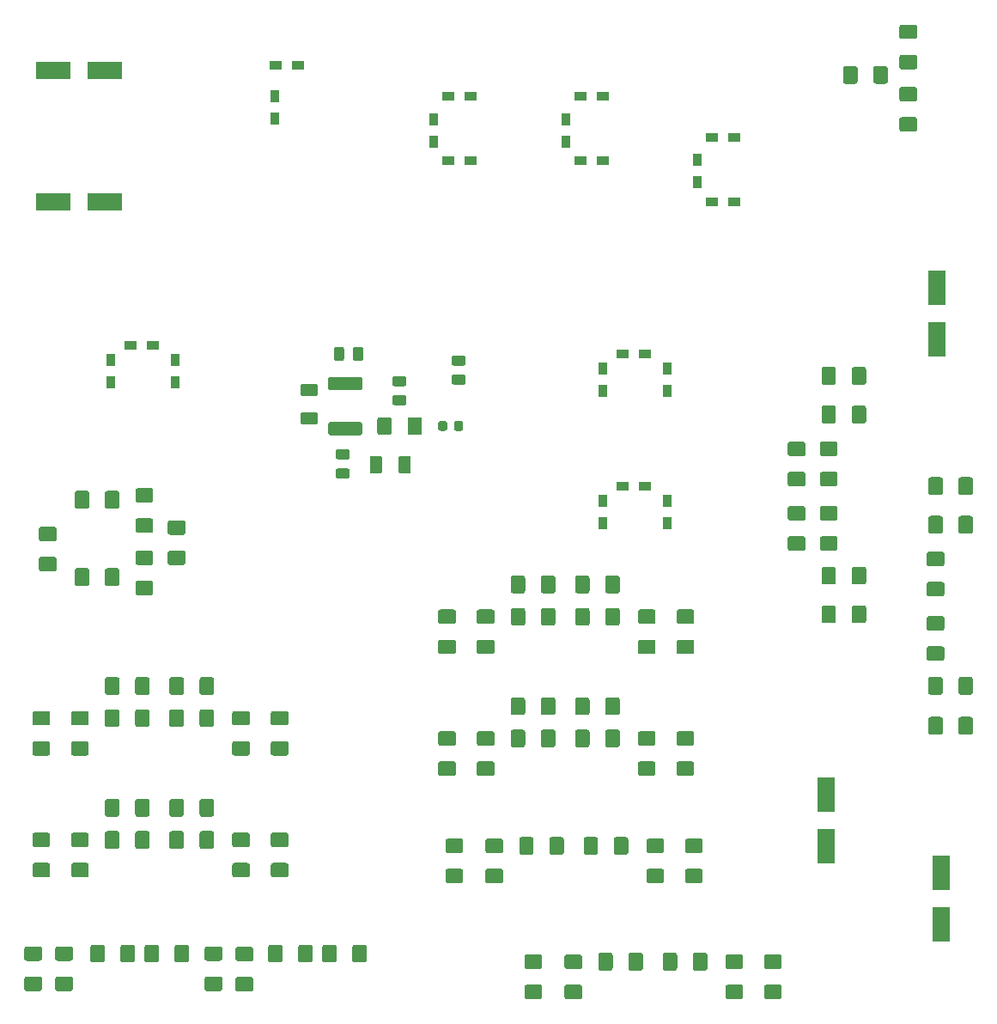
<source format=gtp>
%MOIN*%
%OFA0B0*%
%FSLAX46Y46*%
%IPPOS*%
%LPD*%
%ADD10C,0.0039370078740157488*%
%ADD11C,0.056102362204724414*%
%ADD22R,0.035433070866141732X0.047244094488188976*%
%ADD23R,0.047244094488188976X0.035433070866141732*%
%ADD24C,0.0039370078740157488*%
%ADD25C,0.038385826771653545*%
%ADD26C,0.056102362204724414*%
%ADD27C,0.049212598425196853*%
%ADD28C,0.051181102362204731*%
%ADD29C,0.034448818897637797*%
%ADD30C,0.0039370078740157488*%
%ADD31C,0.056102362204724414*%
%ADD32R,0.070866141732283464X0.13385826771653545*%
%ADD33C,0.0039370078740157488*%
%ADD34C,0.056102362204724414*%
%ADD35C,0.0039370078740157488*%
%ADD36C,0.056102362204724414*%
%ADD37C,0.0039370078740157488*%
%ADD38C,0.056102362204724414*%
%ADD39R,0.047244094488188976X0.035433070866141732*%
%ADD40R,0.035433070866141732X0.047244094488188976*%
%ADD41C,0.0039370078740157488*%
%ADD42C,0.056102362204724414*%
%ADD43C,0.0039370078740157488*%
%ADD44C,0.056102362204724414*%
%ADD45C,0.0039370078740157488*%
%ADD46C,0.056102362204724414*%
%ADD47R,0.047244094488188976X0.035433070866141732*%
%ADD48R,0.035433070866141732X0.047244094488188976*%
%ADD49R,0.047244094488188976X0.035433070866141732*%
%ADD50R,0.035433070866141732X0.047244094488188976*%
%ADD51C,0.0039370078740157488*%
%ADD52C,0.056102362204724414*%
%ADD53R,0.070866141732283464X0.13385826771653545*%
%ADD54R,0.070866141732283464X0.13385826771653545*%
%ADD55C,0.0039370078740157488*%
%ADD56C,0.056102362204724414*%
%ADD57C,0.0039370078740157488*%
%ADD58C,0.056102362204724414*%
%ADD59R,0.035433070866141732X0.047244094488188976*%
%ADD60R,0.047244094488188976X0.035433070866141732*%
%ADD61R,0.035433070866141732X0.047244094488188976*%
%ADD62R,0.047244094488188976X0.035433070866141732*%
%ADD63R,0.047244094488188976X0.035433070866141732*%
%ADD64R,0.035433070866141732X0.047244094488188976*%
%ADD65R,0.13385826771653545X0.070866141732283464*%
%ADD66R,0.13385826771653545X0.070866141732283464*%
G01*
D10*
G36*
X0003551456Y0003650346D02*
X0003552412Y0003650204D01*
X0003553349Y0003649969D01*
X0003554258Y0003649644D01*
X0003555131Y0003649231D01*
X0003555960Y0003648734D01*
X0003556736Y0003648159D01*
X0003557451Y0003647510D01*
X0003558100Y0003646795D01*
X0003558675Y0003646019D01*
X0003559172Y0003645190D01*
X0003559585Y0003644317D01*
X0003559910Y0003643408D01*
X0003560145Y0003642471D01*
X0003560287Y0003641515D01*
X0003560334Y0003640551D01*
X0003560334Y0003591338D01*
X0003560287Y0003590373D01*
X0003560145Y0003589418D01*
X0003559910Y0003588481D01*
X0003559585Y0003587572D01*
X0003559172Y0003586698D01*
X0003558675Y0003585870D01*
X0003558100Y0003585094D01*
X0003557451Y0003584378D01*
X0003556736Y0003583730D01*
X0003555960Y0003583154D01*
X0003555131Y0003582658D01*
X0003554258Y0003582245D01*
X0003553349Y0003581919D01*
X0003552412Y0003581685D01*
X0003551456Y0003581543D01*
X0003550492Y0003581496D01*
X0003514074Y0003581496D01*
X0003513110Y0003581543D01*
X0003512154Y0003581685D01*
X0003511217Y0003581919D01*
X0003510308Y0003582245D01*
X0003509435Y0003582658D01*
X0003508606Y0003583154D01*
X0003507830Y0003583730D01*
X0003507115Y0003584378D01*
X0003506466Y0003585094D01*
X0003505891Y0003585870D01*
X0003505394Y0003586698D01*
X0003504981Y0003587572D01*
X0003504656Y0003588481D01*
X0003504421Y0003589418D01*
X0003504279Y0003590373D01*
X0003504232Y0003591338D01*
X0003504232Y0003640551D01*
X0003504279Y0003641515D01*
X0003504421Y0003642471D01*
X0003504656Y0003643408D01*
X0003504981Y0003644317D01*
X0003505394Y0003645190D01*
X0003505891Y0003646019D01*
X0003506466Y0003646795D01*
X0003507115Y0003647510D01*
X0003507830Y0003648159D01*
X0003508606Y0003648734D01*
X0003509435Y0003649231D01*
X0003510308Y0003649644D01*
X0003511217Y0003649969D01*
X0003512154Y0003650204D01*
X0003513110Y0003650346D01*
X0003514074Y0003650393D01*
X0003550492Y0003650393D01*
X0003551456Y0003650346D01*
X0003551456Y0003650346D01*
G37*
D11*
X0003532283Y0003615944D03*
D10*
G36*
X0003434330Y0003650346D02*
X0003435286Y0003650204D01*
X0003436223Y0003649969D01*
X0003437132Y0003649644D01*
X0003438005Y0003649231D01*
X0003438834Y0003648734D01*
X0003439610Y0003648159D01*
X0003440325Y0003647510D01*
X0003440974Y0003646795D01*
X0003441549Y0003646019D01*
X0003442046Y0003645190D01*
X0003442459Y0003644317D01*
X0003442784Y0003643408D01*
X0003443019Y0003642471D01*
X0003443161Y0003641515D01*
X0003443208Y0003640551D01*
X0003443208Y0003591338D01*
X0003443161Y0003590373D01*
X0003443019Y0003589418D01*
X0003442784Y0003588481D01*
X0003442459Y0003587572D01*
X0003442046Y0003586698D01*
X0003441549Y0003585870D01*
X0003440974Y0003585094D01*
X0003440325Y0003584378D01*
X0003439610Y0003583730D01*
X0003438834Y0003583154D01*
X0003438005Y0003582658D01*
X0003437132Y0003582245D01*
X0003436223Y0003581919D01*
X0003435286Y0003581685D01*
X0003434330Y0003581543D01*
X0003433366Y0003581496D01*
X0003396948Y0003581496D01*
X0003395984Y0003581543D01*
X0003395028Y0003581685D01*
X0003394091Y0003581919D01*
X0003393182Y0003582245D01*
X0003392309Y0003582658D01*
X0003391480Y0003583154D01*
X0003390704Y0003583730D01*
X0003389989Y0003584378D01*
X0003389340Y0003585094D01*
X0003388765Y0003585870D01*
X0003388268Y0003586698D01*
X0003387855Y0003587572D01*
X0003387530Y0003588481D01*
X0003387295Y0003589418D01*
X0003387153Y0003590373D01*
X0003387106Y0003591338D01*
X0003387106Y0003640551D01*
X0003387153Y0003641515D01*
X0003387295Y0003642471D01*
X0003387530Y0003643408D01*
X0003387855Y0003644317D01*
X0003388268Y0003645190D01*
X0003388765Y0003646019D01*
X0003389340Y0003646795D01*
X0003389989Y0003647510D01*
X0003390704Y0003648159D01*
X0003391480Y0003648734D01*
X0003392309Y0003649231D01*
X0003393182Y0003649644D01*
X0003394091Y0003649969D01*
X0003395028Y0003650204D01*
X0003395984Y0003650346D01*
X0003396948Y0003650393D01*
X0003433366Y0003650393D01*
X0003434330Y0003650346D01*
X0003434330Y0003650346D01*
G37*
D11*
X0003415157Y0003615944D03*
D10*
G36*
X0003665728Y0003693948D02*
X0003666683Y0003693806D01*
X0003667620Y0003693572D01*
X0003668530Y0003693246D01*
X0003669403Y0003692833D01*
X0003670232Y0003692337D01*
X0003671007Y0003691761D01*
X0003671723Y0003691113D01*
X0003672372Y0003690397D01*
X0003672947Y0003689621D01*
X0003673444Y0003688793D01*
X0003673857Y0003687920D01*
X0003674182Y0003687010D01*
X0003674417Y0003686073D01*
X0003674558Y0003685118D01*
X0003674606Y0003684153D01*
X0003674606Y0003647736D01*
X0003674558Y0003646771D01*
X0003674417Y0003645816D01*
X0003674182Y0003644879D01*
X0003673857Y0003643969D01*
X0003673444Y0003643096D01*
X0003672947Y0003642267D01*
X0003672372Y0003641492D01*
X0003671723Y0003640776D01*
X0003671007Y0003640127D01*
X0003670232Y0003639552D01*
X0003669403Y0003639055D01*
X0003668530Y0003638642D01*
X0003667620Y0003638317D01*
X0003666683Y0003638082D01*
X0003665728Y0003637941D01*
X0003664763Y0003637893D01*
X0003615551Y0003637893D01*
X0003614586Y0003637941D01*
X0003613630Y0003638082D01*
X0003612694Y0003638317D01*
X0003611784Y0003638642D01*
X0003610911Y0003639055D01*
X0003610082Y0003639552D01*
X0003609307Y0003640127D01*
X0003608591Y0003640776D01*
X0003607942Y0003641492D01*
X0003607367Y0003642267D01*
X0003606870Y0003643096D01*
X0003606457Y0003643969D01*
X0003606132Y0003644879D01*
X0003605897Y0003645816D01*
X0003605756Y0003646771D01*
X0003605708Y0003647736D01*
X0003605708Y0003684153D01*
X0003605756Y0003685118D01*
X0003605897Y0003686073D01*
X0003606132Y0003687010D01*
X0003606457Y0003687920D01*
X0003606870Y0003688793D01*
X0003607367Y0003689621D01*
X0003607942Y0003690397D01*
X0003608591Y0003691113D01*
X0003609307Y0003691761D01*
X0003610082Y0003692337D01*
X0003610911Y0003692833D01*
X0003611784Y0003693246D01*
X0003612694Y0003693572D01*
X0003613630Y0003693806D01*
X0003614586Y0003693948D01*
X0003615551Y0003693996D01*
X0003664763Y0003693996D01*
X0003665728Y0003693948D01*
X0003665728Y0003693948D01*
G37*
D11*
X0003640157Y0003665944D03*
D10*
G36*
X0003665728Y0003811074D02*
X0003666683Y0003810932D01*
X0003667620Y0003810698D01*
X0003668530Y0003810372D01*
X0003669403Y0003809959D01*
X0003670232Y0003809463D01*
X0003671007Y0003808887D01*
X0003671723Y0003808239D01*
X0003672372Y0003807523D01*
X0003672947Y0003806747D01*
X0003673444Y0003805919D01*
X0003673857Y0003805046D01*
X0003674182Y0003804136D01*
X0003674417Y0003803199D01*
X0003674558Y0003802244D01*
X0003674606Y0003801279D01*
X0003674606Y0003764862D01*
X0003674558Y0003763897D01*
X0003674417Y0003762942D01*
X0003674182Y0003762005D01*
X0003673857Y0003761095D01*
X0003673444Y0003760222D01*
X0003672947Y0003759393D01*
X0003672372Y0003758618D01*
X0003671723Y0003757902D01*
X0003671007Y0003757253D01*
X0003670232Y0003756678D01*
X0003669403Y0003756181D01*
X0003668530Y0003755768D01*
X0003667620Y0003755443D01*
X0003666683Y0003755208D01*
X0003665728Y0003755067D01*
X0003664763Y0003755019D01*
X0003615551Y0003755019D01*
X0003614586Y0003755067D01*
X0003613630Y0003755208D01*
X0003612694Y0003755443D01*
X0003611784Y0003755768D01*
X0003610911Y0003756181D01*
X0003610082Y0003756678D01*
X0003609307Y0003757253D01*
X0003608591Y0003757902D01*
X0003607942Y0003758618D01*
X0003607367Y0003759393D01*
X0003606870Y0003760222D01*
X0003606457Y0003761095D01*
X0003606132Y0003762005D01*
X0003605897Y0003762942D01*
X0003605756Y0003763897D01*
X0003605708Y0003764862D01*
X0003605708Y0003801279D01*
X0003605756Y0003802244D01*
X0003605897Y0003803199D01*
X0003606132Y0003804136D01*
X0003606457Y0003805046D01*
X0003606870Y0003805919D01*
X0003607367Y0003806747D01*
X0003607942Y0003807523D01*
X0003608591Y0003808239D01*
X0003609307Y0003808887D01*
X0003610082Y0003809463D01*
X0003610911Y0003809959D01*
X0003611784Y0003810372D01*
X0003612694Y0003810698D01*
X0003613630Y0003810932D01*
X0003614586Y0003811074D01*
X0003615551Y0003811122D01*
X0003664763Y0003811122D01*
X0003665728Y0003811074D01*
X0003665728Y0003811074D01*
G37*
D11*
X0003640157Y0003783070D03*
D10*
G36*
X0003665728Y0003451822D02*
X0003666683Y0003451680D01*
X0003667620Y0003451446D01*
X0003668530Y0003451120D01*
X0003669403Y0003450707D01*
X0003670232Y0003450211D01*
X0003671007Y0003449635D01*
X0003671723Y0003448987D01*
X0003672372Y0003448271D01*
X0003672947Y0003447495D01*
X0003673444Y0003446667D01*
X0003673857Y0003445794D01*
X0003674182Y0003444884D01*
X0003674417Y0003443947D01*
X0003674558Y0003442992D01*
X0003674606Y0003442027D01*
X0003674606Y0003405610D01*
X0003674558Y0003404645D01*
X0003674417Y0003403690D01*
X0003674182Y0003402753D01*
X0003673857Y0003401843D01*
X0003673444Y0003400970D01*
X0003672947Y0003400142D01*
X0003672372Y0003399366D01*
X0003671723Y0003398650D01*
X0003671007Y0003398001D01*
X0003670232Y0003397426D01*
X0003669403Y0003396929D01*
X0003668530Y0003396516D01*
X0003667620Y0003396191D01*
X0003666683Y0003395956D01*
X0003665728Y0003395815D01*
X0003664763Y0003395767D01*
X0003615551Y0003395767D01*
X0003614586Y0003395815D01*
X0003613630Y0003395956D01*
X0003612694Y0003396191D01*
X0003611784Y0003396516D01*
X0003610911Y0003396929D01*
X0003610082Y0003397426D01*
X0003609307Y0003398001D01*
X0003608591Y0003398650D01*
X0003607942Y0003399366D01*
X0003607367Y0003400142D01*
X0003606870Y0003400970D01*
X0003606457Y0003401843D01*
X0003606132Y0003402753D01*
X0003605897Y0003403690D01*
X0003605756Y0003404645D01*
X0003605708Y0003405610D01*
X0003605708Y0003442027D01*
X0003605756Y0003442992D01*
X0003605897Y0003443947D01*
X0003606132Y0003444884D01*
X0003606457Y0003445794D01*
X0003606870Y0003446667D01*
X0003607367Y0003447495D01*
X0003607942Y0003448271D01*
X0003608591Y0003448987D01*
X0003609307Y0003449635D01*
X0003610082Y0003450211D01*
X0003610911Y0003450707D01*
X0003611784Y0003451120D01*
X0003612694Y0003451446D01*
X0003613630Y0003451680D01*
X0003614586Y0003451822D01*
X0003615551Y0003451870D01*
X0003664763Y0003451870D01*
X0003665728Y0003451822D01*
X0003665728Y0003451822D01*
G37*
D11*
X0003640157Y0003423818D03*
D10*
G36*
X0003665728Y0003568948D02*
X0003666683Y0003568806D01*
X0003667620Y0003568572D01*
X0003668530Y0003568246D01*
X0003669403Y0003567833D01*
X0003670232Y0003567337D01*
X0003671007Y0003566761D01*
X0003671723Y0003566113D01*
X0003672372Y0003565397D01*
X0003672947Y0003564621D01*
X0003673444Y0003563793D01*
X0003673857Y0003562920D01*
X0003674182Y0003562010D01*
X0003674417Y0003561073D01*
X0003674558Y0003560118D01*
X0003674606Y0003559153D01*
X0003674606Y0003522736D01*
X0003674558Y0003521771D01*
X0003674417Y0003520816D01*
X0003674182Y0003519879D01*
X0003673857Y0003518969D01*
X0003673444Y0003518096D01*
X0003672947Y0003517267D01*
X0003672372Y0003516492D01*
X0003671723Y0003515776D01*
X0003671007Y0003515127D01*
X0003670232Y0003514552D01*
X0003669403Y0003514055D01*
X0003668530Y0003513642D01*
X0003667620Y0003513317D01*
X0003666683Y0003513082D01*
X0003665728Y0003512941D01*
X0003664763Y0003512893D01*
X0003615551Y0003512893D01*
X0003614586Y0003512941D01*
X0003613630Y0003513082D01*
X0003612694Y0003513317D01*
X0003611784Y0003513642D01*
X0003610911Y0003514055D01*
X0003610082Y0003514552D01*
X0003609307Y0003515127D01*
X0003608591Y0003515776D01*
X0003607942Y0003516492D01*
X0003607367Y0003517267D01*
X0003606870Y0003518096D01*
X0003606457Y0003518969D01*
X0003606132Y0003519879D01*
X0003605897Y0003520816D01*
X0003605756Y0003521771D01*
X0003605708Y0003522736D01*
X0003605708Y0003559153D01*
X0003605756Y0003560118D01*
X0003605897Y0003561073D01*
X0003606132Y0003562010D01*
X0003606457Y0003562920D01*
X0003606870Y0003563793D01*
X0003607367Y0003564621D01*
X0003607942Y0003565397D01*
X0003608591Y0003566113D01*
X0003609307Y0003566761D01*
X0003610082Y0003567337D01*
X0003610911Y0003567833D01*
X0003611784Y0003568246D01*
X0003612694Y0003568572D01*
X0003613630Y0003568806D01*
X0003614586Y0003568948D01*
X0003615551Y0003568996D01*
X0003664763Y0003568996D01*
X0003665728Y0003568948D01*
X0003665728Y0003568948D01*
G37*
D11*
X0003640157Y0003540944D03*
G04 next file*
G04 #@! TF.GenerationSoftware,KiCad,Pcbnew,5.0.1*
G04 #@! TF.CreationDate,2018-12-27T15:02:32+01:00*
G04 #@! TF.ProjectId,PiAttenuator,5069417474656E7561746F722E6B6963,rev?*
G04 #@! TF.SameCoordinates,Original*
G04 #@! TF.FileFunction,Paste,Top*
G04 #@! TF.FilePolarity,Positive*
G04 Gerber Fmt 4.6, Leading zero omitted, Abs format (unit mm)*
G04 Created by KiCad (PCBNEW 5.0.1) date Do 27 Dez 2018 15:02:32 CET*
G01*
G04 APERTURE LIST*
G04 APERTURE END LIST*
D22*
G04 #@! TO.C,R1*
X-0003503937Y0005866141D02*
X0000546062Y0002422834D03*
X0000546062Y0002509448D03*
G04 #@! TD*
D23*
G04 #@! TO.C,R2*
X0000706889Y0002566141D03*
X0000620275Y0002566141D03*
G04 #@! TD*
D22*
G04 #@! TO.C,R3*
X0000796062Y0002422834D03*
X0000796062Y0002509448D03*
G04 #@! TD*
G04 next file*
G04 #@! TF.GenerationSoftware,KiCad,Pcbnew,5.0.1*
G04 #@! TF.CreationDate,2018-12-27T15:17:57+01:00*
G04 #@! TF.ProjectId,BiasT,42696173542E6B696361645F70636200,rev?*
G04 #@! TF.SameCoordinates,Original*
G04 #@! TF.FileFunction,Paste,Top*
G04 #@! TF.FilePolarity,Positive*
G04 Gerber Fmt 4.6, Leading zero omitted, Abs format (unit mm)*
G04 Created by KiCad (PCBNEW 5.0.1) date Do 27 Dez 2018 15:17:57 CET*
G01*
G04 APERTURE LIST*
G04 APERTURE END LIST*
D24*
G04 #@! TO.C,C1*
G36*
X0001411601Y0002552446D02*
X0001411739Y0002553378D01*
X0001411968Y0002554291D01*
X0001412285Y0002555178D01*
X0001412688Y0002556029D01*
X0001413172Y0002556837D01*
X0001413733Y0002557593D01*
X0001414365Y0002558291D01*
X0001415063Y0002558924D01*
X0001415820Y0002559485D01*
X0001416627Y0002559969D01*
X0001417479Y0002560371D01*
X0001418365Y0002560689D01*
X0001419279Y0002560917D01*
X0001420210Y0002561056D01*
X0001421151Y0002561102D01*
X0001440344Y0002561102D01*
X0001441285Y0002561056D01*
X0001442216Y0002560917D01*
X0001443130Y0002560689D01*
X0001444016Y0002560371D01*
X0001444868Y0002559969D01*
X0001445675Y0002559485D01*
X0001446432Y0002558924D01*
X0001447130Y0002558291D01*
X0001447762Y0002557593D01*
X0001448323Y0002556837D01*
X0001448807Y0002556029D01*
X0001449210Y0002555178D01*
X0001449527Y0002554291D01*
X0001449756Y0002553378D01*
X0001449894Y0002552446D01*
X0001449940Y0002551505D01*
X0001449940Y0002515580D01*
X0001449894Y0002514640D01*
X0001449756Y0002513708D01*
X0001449527Y0002512795D01*
X0001449210Y0002511908D01*
X0001448807Y0002511056D01*
X0001448323Y0002510249D01*
X0001447762Y0002509492D01*
X0001447130Y0002508794D01*
X0001446432Y0002508162D01*
X0001445675Y0002507601D01*
X0001444868Y0002507117D01*
X0001444016Y0002506714D01*
X0001443130Y0002506397D01*
X0001442216Y0002506168D01*
X0001441285Y0002506030D01*
X0001440344Y0002505984D01*
X0001421151Y0002505984D01*
X0001420210Y0002506030D01*
X0001419279Y0002506168D01*
X0001418365Y0002506397D01*
X0001417479Y0002506714D01*
X0001416627Y0002507117D01*
X0001415820Y0002507601D01*
X0001415063Y0002508162D01*
X0001414365Y0002508794D01*
X0001413733Y0002509492D01*
X0001413172Y0002510249D01*
X0001412688Y0002511056D01*
X0001412285Y0002511908D01*
X0001411968Y0002512795D01*
X0001411739Y0002513708D01*
X0001411601Y0002514640D01*
X0001411555Y0002515580D01*
X0001411555Y0002551505D01*
X0001411601Y0002552446D01*
X0001411601Y0002552446D01*
G37*
D25*
X0001430748Y0002533543D03*
D24*
G36*
X0001485420Y0002552446D02*
X0001485558Y0002553378D01*
X0001485787Y0002554291D01*
X0001486104Y0002555178D01*
X0001486507Y0002556029D01*
X0001486991Y0002556837D01*
X0001487552Y0002557593D01*
X0001488184Y0002558291D01*
X0001488882Y0002558924D01*
X0001489638Y0002559485D01*
X0001490446Y0002559969D01*
X0001491298Y0002560371D01*
X0001492184Y0002560689D01*
X0001493098Y0002560917D01*
X0001494029Y0002561056D01*
X0001494970Y0002561102D01*
X0001514163Y0002561102D01*
X0001515104Y0002561056D01*
X0001516035Y0002560917D01*
X0001516949Y0002560689D01*
X0001517835Y0002560371D01*
X0001518687Y0002559969D01*
X0001519494Y0002559485D01*
X0001520251Y0002558924D01*
X0001520949Y0002558291D01*
X0001521581Y0002557593D01*
X0001522142Y0002556837D01*
X0001522626Y0002556029D01*
X0001523029Y0002555178D01*
X0001523346Y0002554291D01*
X0001523575Y0002553378D01*
X0001523713Y0002552446D01*
X0001523759Y0002551505D01*
X0001523759Y0002515580D01*
X0001523713Y0002514640D01*
X0001523575Y0002513708D01*
X0001523346Y0002512795D01*
X0001523029Y0002511908D01*
X0001522626Y0002511056D01*
X0001522142Y0002510249D01*
X0001521581Y0002509492D01*
X0001520949Y0002508794D01*
X0001520251Y0002508162D01*
X0001519494Y0002507601D01*
X0001518687Y0002507117D01*
X0001517835Y0002506714D01*
X0001516949Y0002506397D01*
X0001516035Y0002506168D01*
X0001515104Y0002506030D01*
X0001514163Y0002505984D01*
X0001494970Y0002505984D01*
X0001494029Y0002506030D01*
X0001493098Y0002506168D01*
X0001492184Y0002506397D01*
X0001491298Y0002506714D01*
X0001490446Y0002507117D01*
X0001489638Y0002507601D01*
X0001488882Y0002508162D01*
X0001488184Y0002508794D01*
X0001487552Y0002509492D01*
X0001486991Y0002510249D01*
X0001486507Y0002511056D01*
X0001486104Y0002511908D01*
X0001485787Y0002512795D01*
X0001485558Y0002513708D01*
X0001485420Y0002514640D01*
X0001485374Y0002515580D01*
X0001485374Y0002551505D01*
X0001485420Y0002552446D01*
X0001485420Y0002552446D01*
G37*
D25*
X0001504566Y0002533543D03*
G04 #@! TD*
D24*
G04 #@! TO.C,C2*
G36*
X0001417054Y0002080261D02*
X0001417192Y0002081193D01*
X0001417421Y0002082106D01*
X0001417738Y0002082993D01*
X0001418141Y0002083844D01*
X0001418625Y0002084652D01*
X0001419186Y0002085408D01*
X0001419818Y0002086106D01*
X0001420516Y0002086739D01*
X0001421272Y0002087300D01*
X0001422080Y0002087784D01*
X0001422931Y0002088186D01*
X0001423818Y0002088504D01*
X0001424732Y0002088732D01*
X0001425663Y0002088871D01*
X0001426604Y0002088917D01*
X0001462529Y0002088917D01*
X0001463470Y0002088871D01*
X0001464401Y0002088732D01*
X0001465315Y0002088504D01*
X0001466201Y0002088186D01*
X0001467053Y0002087784D01*
X0001467861Y0002087300D01*
X0001468617Y0002086739D01*
X0001469315Y0002086106D01*
X0001469947Y0002085408D01*
X0001470508Y0002084652D01*
X0001470992Y0002083844D01*
X0001471395Y0002082993D01*
X0001471712Y0002082106D01*
X0001471941Y0002081193D01*
X0001472079Y0002080261D01*
X0001472125Y0002079320D01*
X0001472125Y0002060127D01*
X0001472079Y0002059187D01*
X0001471941Y0002058255D01*
X0001471712Y0002057342D01*
X0001471395Y0002056455D01*
X0001470992Y0002055604D01*
X0001470508Y0002054796D01*
X0001469947Y0002054040D01*
X0001469315Y0002053342D01*
X0001468617Y0002052709D01*
X0001467861Y0002052148D01*
X0001467053Y0002051664D01*
X0001466201Y0002051261D01*
X0001465315Y0002050944D01*
X0001464401Y0002050715D01*
X0001463470Y0002050577D01*
X0001462529Y0002050531D01*
X0001426604Y0002050531D01*
X0001425663Y0002050577D01*
X0001424732Y0002050715D01*
X0001423818Y0002050944D01*
X0001422931Y0002051261D01*
X0001422080Y0002051664D01*
X0001421272Y0002052148D01*
X0001420516Y0002052709D01*
X0001419818Y0002053342D01*
X0001419186Y0002054040D01*
X0001418625Y0002054796D01*
X0001418141Y0002055604D01*
X0001417738Y0002056455D01*
X0001417421Y0002057342D01*
X0001417192Y0002058255D01*
X0001417054Y0002059187D01*
X0001417007Y0002060127D01*
X0001417007Y0002079320D01*
X0001417054Y0002080261D01*
X0001417054Y0002080261D01*
G37*
D25*
X0001444566Y0002069724D03*
D24*
G36*
X0001417054Y0002154080D02*
X0001417192Y0002155011D01*
X0001417421Y0002155925D01*
X0001417738Y0002156812D01*
X0001418141Y0002157663D01*
X0001418625Y0002158471D01*
X0001419186Y0002159227D01*
X0001419818Y0002159925D01*
X0001420516Y0002160557D01*
X0001421272Y0002161118D01*
X0001422080Y0002161603D01*
X0001422931Y0002162005D01*
X0001423818Y0002162322D01*
X0001424732Y0002162551D01*
X0001425663Y0002162689D01*
X0001426604Y0002162736D01*
X0001462529Y0002162736D01*
X0001463470Y0002162689D01*
X0001464401Y0002162551D01*
X0001465315Y0002162322D01*
X0001466201Y0002162005D01*
X0001467053Y0002161603D01*
X0001467861Y0002161118D01*
X0001468617Y0002160557D01*
X0001469315Y0002159925D01*
X0001469947Y0002159227D01*
X0001470508Y0002158471D01*
X0001470992Y0002157663D01*
X0001471395Y0002156812D01*
X0001471712Y0002155925D01*
X0001471941Y0002155011D01*
X0001472079Y0002154080D01*
X0001472125Y0002153139D01*
X0001472125Y0002133946D01*
X0001472079Y0002133006D01*
X0001471941Y0002132074D01*
X0001471712Y0002131161D01*
X0001471395Y0002130274D01*
X0001470992Y0002129423D01*
X0001470508Y0002128615D01*
X0001469947Y0002127858D01*
X0001469315Y0002127161D01*
X0001468617Y0002126528D01*
X0001467861Y0002125967D01*
X0001467053Y0002125483D01*
X0001466201Y0002125080D01*
X0001465315Y0002124763D01*
X0001464401Y0002124534D01*
X0001463470Y0002124396D01*
X0001462529Y0002124350D01*
X0001426604Y0002124350D01*
X0001425663Y0002124396D01*
X0001424732Y0002124534D01*
X0001423818Y0002124763D01*
X0001422931Y0002125080D01*
X0001422080Y0002125483D01*
X0001421272Y0002125967D01*
X0001420516Y0002126528D01*
X0001419818Y0002127161D01*
X0001419186Y0002127858D01*
X0001418625Y0002128615D01*
X0001418141Y0002129423D01*
X0001417738Y0002130274D01*
X0001417421Y0002131161D01*
X0001417192Y0002132074D01*
X0001417054Y0002133006D01*
X0001417007Y0002133946D01*
X0001417007Y0002153139D01*
X0001417054Y0002154080D01*
X0001417054Y0002154080D01*
G37*
D25*
X0001444566Y0002143543D03*
G04 #@! TD*
D24*
G04 #@! TO.C,C3*
G36*
X0001637054Y0002364080D02*
X0001637192Y0002365011D01*
X0001637421Y0002365925D01*
X0001637738Y0002366812D01*
X0001638141Y0002367663D01*
X0001638625Y0002368471D01*
X0001639186Y0002369227D01*
X0001639818Y0002369925D01*
X0001640516Y0002370557D01*
X0001641272Y0002371118D01*
X0001642080Y0002371603D01*
X0001642931Y0002372005D01*
X0001643818Y0002372322D01*
X0001644732Y0002372551D01*
X0001645663Y0002372689D01*
X0001646604Y0002372736D01*
X0001682529Y0002372736D01*
X0001683470Y0002372689D01*
X0001684401Y0002372551D01*
X0001685315Y0002372322D01*
X0001686201Y0002372005D01*
X0001687053Y0002371603D01*
X0001687861Y0002371118D01*
X0001688617Y0002370557D01*
X0001689315Y0002369925D01*
X0001689947Y0002369227D01*
X0001690508Y0002368471D01*
X0001690992Y0002367663D01*
X0001691395Y0002366812D01*
X0001691712Y0002365925D01*
X0001691941Y0002365011D01*
X0001692079Y0002364080D01*
X0001692125Y0002363139D01*
X0001692125Y0002343946D01*
X0001692079Y0002343006D01*
X0001691941Y0002342074D01*
X0001691712Y0002341161D01*
X0001691395Y0002340274D01*
X0001690992Y0002339423D01*
X0001690508Y0002338615D01*
X0001689947Y0002337858D01*
X0001689315Y0002337161D01*
X0001688617Y0002336528D01*
X0001687861Y0002335967D01*
X0001687053Y0002335483D01*
X0001686201Y0002335080D01*
X0001685315Y0002334763D01*
X0001684401Y0002334534D01*
X0001683470Y0002334396D01*
X0001682529Y0002334350D01*
X0001646604Y0002334350D01*
X0001645663Y0002334396D01*
X0001644732Y0002334534D01*
X0001643818Y0002334763D01*
X0001642931Y0002335080D01*
X0001642080Y0002335483D01*
X0001641272Y0002335967D01*
X0001640516Y0002336528D01*
X0001639818Y0002337161D01*
X0001639186Y0002337858D01*
X0001638625Y0002338615D01*
X0001638141Y0002339423D01*
X0001637738Y0002340274D01*
X0001637421Y0002341161D01*
X0001637192Y0002342074D01*
X0001637054Y0002343006D01*
X0001637007Y0002343946D01*
X0001637007Y0002363139D01*
X0001637054Y0002364080D01*
X0001637054Y0002364080D01*
G37*
D25*
X0001664566Y0002353543D03*
D24*
G36*
X0001637054Y0002437899D02*
X0001637192Y0002438830D01*
X0001637421Y0002439744D01*
X0001637738Y0002440631D01*
X0001638141Y0002441482D01*
X0001638625Y0002442290D01*
X0001639186Y0002443046D01*
X0001639818Y0002443744D01*
X0001640516Y0002444376D01*
X0001641272Y0002444937D01*
X0001642080Y0002445421D01*
X0001642931Y0002445824D01*
X0001643818Y0002446141D01*
X0001644732Y0002446370D01*
X0001645663Y0002446508D01*
X0001646604Y0002446555D01*
X0001682529Y0002446555D01*
X0001683470Y0002446508D01*
X0001684401Y0002446370D01*
X0001685315Y0002446141D01*
X0001686201Y0002445824D01*
X0001687053Y0002445421D01*
X0001687861Y0002444937D01*
X0001688617Y0002444376D01*
X0001689315Y0002443744D01*
X0001689947Y0002443046D01*
X0001690508Y0002442290D01*
X0001690992Y0002441482D01*
X0001691395Y0002440631D01*
X0001691712Y0002439744D01*
X0001691941Y0002438830D01*
X0001692079Y0002437899D01*
X0001692125Y0002436958D01*
X0001692125Y0002417765D01*
X0001692079Y0002416825D01*
X0001691941Y0002415893D01*
X0001691712Y0002414980D01*
X0001691395Y0002414093D01*
X0001690992Y0002413242D01*
X0001690508Y0002412434D01*
X0001689947Y0002411677D01*
X0001689315Y0002410980D01*
X0001688617Y0002410347D01*
X0001687861Y0002409786D01*
X0001687053Y0002409302D01*
X0001686201Y0002408899D01*
X0001685315Y0002408582D01*
X0001684401Y0002408353D01*
X0001683470Y0002408215D01*
X0001682529Y0002408169D01*
X0001646604Y0002408169D01*
X0001645663Y0002408215D01*
X0001644732Y0002408353D01*
X0001643818Y0002408582D01*
X0001642931Y0002408899D01*
X0001642080Y0002409302D01*
X0001641272Y0002409786D01*
X0001640516Y0002410347D01*
X0001639818Y0002410980D01*
X0001639186Y0002411677D01*
X0001638625Y0002412434D01*
X0001638141Y0002413242D01*
X0001637738Y0002414093D01*
X0001637421Y0002414980D01*
X0001637192Y0002415893D01*
X0001637054Y0002416825D01*
X0001637007Y0002417765D01*
X0001637007Y0002436958D01*
X0001637054Y0002437899D01*
X0001637054Y0002437899D01*
G37*
D25*
X0001664566Y0002427362D03*
G04 #@! TD*
D24*
G04 #@! TO.C,C4*
G36*
X0001867054Y0002517899D02*
X0001867192Y0002518830D01*
X0001867421Y0002519744D01*
X0001867738Y0002520631D01*
X0001868141Y0002521482D01*
X0001868625Y0002522290D01*
X0001869186Y0002523046D01*
X0001869818Y0002523744D01*
X0001870516Y0002524376D01*
X0001871272Y0002524937D01*
X0001872080Y0002525421D01*
X0001872931Y0002525824D01*
X0001873818Y0002526141D01*
X0001874732Y0002526370D01*
X0001875663Y0002526508D01*
X0001876604Y0002526555D01*
X0001912529Y0002526555D01*
X0001913470Y0002526508D01*
X0001914401Y0002526370D01*
X0001915315Y0002526141D01*
X0001916201Y0002525824D01*
X0001917053Y0002525421D01*
X0001917861Y0002524937D01*
X0001918617Y0002524376D01*
X0001919315Y0002523744D01*
X0001919947Y0002523046D01*
X0001920508Y0002522290D01*
X0001920992Y0002521482D01*
X0001921395Y0002520631D01*
X0001921712Y0002519744D01*
X0001921941Y0002518830D01*
X0001922079Y0002517899D01*
X0001922125Y0002516958D01*
X0001922125Y0002497765D01*
X0001922079Y0002496825D01*
X0001921941Y0002495893D01*
X0001921712Y0002494980D01*
X0001921395Y0002494093D01*
X0001920992Y0002493242D01*
X0001920508Y0002492434D01*
X0001919947Y0002491677D01*
X0001919315Y0002490980D01*
X0001918617Y0002490347D01*
X0001917861Y0002489786D01*
X0001917053Y0002489302D01*
X0001916201Y0002488899D01*
X0001915315Y0002488582D01*
X0001914401Y0002488353D01*
X0001913470Y0002488215D01*
X0001912529Y0002488169D01*
X0001876604Y0002488169D01*
X0001875663Y0002488215D01*
X0001874732Y0002488353D01*
X0001873818Y0002488582D01*
X0001872931Y0002488899D01*
X0001872080Y0002489302D01*
X0001871272Y0002489786D01*
X0001870516Y0002490347D01*
X0001869818Y0002490980D01*
X0001869186Y0002491677D01*
X0001868625Y0002492434D01*
X0001868141Y0002493242D01*
X0001867738Y0002494093D01*
X0001867421Y0002494980D01*
X0001867192Y0002495893D01*
X0001867054Y0002496825D01*
X0001867007Y0002497765D01*
X0001867007Y0002516958D01*
X0001867054Y0002517899D01*
X0001867054Y0002517899D01*
G37*
D25*
X0001894566Y0002507362D03*
D24*
G36*
X0001867054Y0002444080D02*
X0001867192Y0002445011D01*
X0001867421Y0002445925D01*
X0001867738Y0002446812D01*
X0001868141Y0002447663D01*
X0001868625Y0002448471D01*
X0001869186Y0002449227D01*
X0001869818Y0002449925D01*
X0001870516Y0002450557D01*
X0001871272Y0002451118D01*
X0001872080Y0002451603D01*
X0001872931Y0002452005D01*
X0001873818Y0002452322D01*
X0001874732Y0002452551D01*
X0001875663Y0002452690D01*
X0001876604Y0002452736D01*
X0001912529Y0002452736D01*
X0001913470Y0002452690D01*
X0001914401Y0002452551D01*
X0001915315Y0002452322D01*
X0001916201Y0002452005D01*
X0001917053Y0002451603D01*
X0001917861Y0002451118D01*
X0001918617Y0002450557D01*
X0001919315Y0002449925D01*
X0001919947Y0002449227D01*
X0001920508Y0002448471D01*
X0001920992Y0002447663D01*
X0001921395Y0002446812D01*
X0001921712Y0002445925D01*
X0001921941Y0002445011D01*
X0001922079Y0002444080D01*
X0001922125Y0002443139D01*
X0001922125Y0002423946D01*
X0001922079Y0002423006D01*
X0001921941Y0002422074D01*
X0001921712Y0002421161D01*
X0001921395Y0002420274D01*
X0001920992Y0002419423D01*
X0001920508Y0002418615D01*
X0001919947Y0002417858D01*
X0001919315Y0002417161D01*
X0001918617Y0002416528D01*
X0001917861Y0002415967D01*
X0001917053Y0002415483D01*
X0001916201Y0002415080D01*
X0001915315Y0002414763D01*
X0001914401Y0002414534D01*
X0001913470Y0002414396D01*
X0001912529Y0002414350D01*
X0001876604Y0002414350D01*
X0001875663Y0002414396D01*
X0001874732Y0002414534D01*
X0001873818Y0002414763D01*
X0001872931Y0002415080D01*
X0001872080Y0002415483D01*
X0001871272Y0002415967D01*
X0001870516Y0002416528D01*
X0001869818Y0002417161D01*
X0001869186Y0002417858D01*
X0001868625Y0002418615D01*
X0001868141Y0002419423D01*
X0001867738Y0002420274D01*
X0001867421Y0002421161D01*
X0001867192Y0002422074D01*
X0001867054Y0002423006D01*
X0001867007Y0002423946D01*
X0001867007Y0002443139D01*
X0001867054Y0002444080D01*
X0001867054Y0002444080D01*
G37*
D25*
X0001894566Y0002433543D03*
G04 #@! TD*
D24*
G04 #@! TO.C,L2*
G36*
X0001579437Y0002279114D02*
X0001579578Y0002280069D01*
X0001579813Y0002281006D01*
X0001580138Y0002281916D01*
X0001580551Y0002282789D01*
X0001581048Y0002283617D01*
X0001581623Y0002284393D01*
X0001582272Y0002285109D01*
X0001582988Y0002285757D01*
X0001583764Y0002286333D01*
X0001584592Y0002286829D01*
X0001585465Y0002287242D01*
X0001586375Y0002287568D01*
X0001587312Y0002287802D01*
X0001588267Y0002287944D01*
X0001589232Y0002287992D01*
X0001625649Y0002287992D01*
X0001626614Y0002287944D01*
X0001627569Y0002287802D01*
X0001628506Y0002287568D01*
X0001629416Y0002287242D01*
X0001630289Y0002286829D01*
X0001631117Y0002286333D01*
X0001631893Y0002285757D01*
X0001632609Y0002285109D01*
X0001633257Y0002284393D01*
X0001633833Y0002283617D01*
X0001634329Y0002282789D01*
X0001634742Y0002281916D01*
X0001635068Y0002281006D01*
X0001635302Y0002280069D01*
X0001635444Y0002279114D01*
X0001635492Y0002278149D01*
X0001635492Y0002228937D01*
X0001635444Y0002227972D01*
X0001635302Y0002227016D01*
X0001635068Y0002226079D01*
X0001634742Y0002225170D01*
X0001634329Y0002224297D01*
X0001633833Y0002223468D01*
X0001633257Y0002222692D01*
X0001632609Y0002221977D01*
X0001631893Y0002221328D01*
X0001631117Y0002220753D01*
X0001630289Y0002220256D01*
X0001629416Y0002219843D01*
X0001628506Y0002219518D01*
X0001627569Y0002219283D01*
X0001626614Y0002219141D01*
X0001625649Y0002219094D01*
X0001589232Y0002219094D01*
X0001588267Y0002219141D01*
X0001587312Y0002219283D01*
X0001586375Y0002219518D01*
X0001585465Y0002219843D01*
X0001584592Y0002220256D01*
X0001583764Y0002220753D01*
X0001582988Y0002221328D01*
X0001582272Y0002221977D01*
X0001581623Y0002222692D01*
X0001581048Y0002223468D01*
X0001580551Y0002224297D01*
X0001580138Y0002225170D01*
X0001579813Y0002226079D01*
X0001579578Y0002227016D01*
X0001579437Y0002227972D01*
X0001579389Y0002228937D01*
X0001579389Y0002278149D01*
X0001579437Y0002279114D01*
X0001579437Y0002279114D01*
G37*
D26*
X0001607440Y0002253543D03*
D24*
G36*
X0001696563Y0002279114D02*
X0001696704Y0002280069D01*
X0001696939Y0002281006D01*
X0001697264Y0002281916D01*
X0001697677Y0002282789D01*
X0001698174Y0002283617D01*
X0001698749Y0002284393D01*
X0001699398Y0002285109D01*
X0001700114Y0002285757D01*
X0001700890Y0002286333D01*
X0001701718Y0002286829D01*
X0001702591Y0002287242D01*
X0001703501Y0002287568D01*
X0001704438Y0002287802D01*
X0001705393Y0002287944D01*
X0001706358Y0002287992D01*
X0001742775Y0002287992D01*
X0001743740Y0002287944D01*
X0001744695Y0002287802D01*
X0001745632Y0002287568D01*
X0001746542Y0002287242D01*
X0001747415Y0002286829D01*
X0001748243Y0002286333D01*
X0001749019Y0002285757D01*
X0001749735Y0002285109D01*
X0001750383Y0002284393D01*
X0001750959Y0002283617D01*
X0001751455Y0002282789D01*
X0001751868Y0002281916D01*
X0001752194Y0002281006D01*
X0001752428Y0002280069D01*
X0001752570Y0002279114D01*
X0001752618Y0002278149D01*
X0001752618Y0002228937D01*
X0001752570Y0002227972D01*
X0001752428Y0002227016D01*
X0001752194Y0002226079D01*
X0001751868Y0002225170D01*
X0001751455Y0002224297D01*
X0001750959Y0002223468D01*
X0001750383Y0002222692D01*
X0001749735Y0002221977D01*
X0001749019Y0002221328D01*
X0001748243Y0002220753D01*
X0001747415Y0002220256D01*
X0001746542Y0002219843D01*
X0001745632Y0002219518D01*
X0001744695Y0002219283D01*
X0001743740Y0002219141D01*
X0001742775Y0002219094D01*
X0001706358Y0002219094D01*
X0001705393Y0002219141D01*
X0001704438Y0002219283D01*
X0001703501Y0002219518D01*
X0001702591Y0002219843D01*
X0001701718Y0002220256D01*
X0001700890Y0002220753D01*
X0001700114Y0002221328D01*
X0001699398Y0002221977D01*
X0001698749Y0002222692D01*
X0001698174Y0002223468D01*
X0001697677Y0002224297D01*
X0001697264Y0002225170D01*
X0001696939Y0002226079D01*
X0001696704Y0002227016D01*
X0001696563Y0002227972D01*
X0001696515Y0002228937D01*
X0001696515Y0002278149D01*
X0001696563Y0002279114D01*
X0001696563Y0002279114D01*
G37*
D26*
X0001724566Y0002253543D03*
G04 #@! TD*
D24*
G04 #@! TO.C,R1*
G36*
X0001280165Y0002299035D02*
X0001280307Y0002299991D01*
X0001280541Y0002300927D01*
X0001280867Y0002301837D01*
X0001281280Y0002302710D01*
X0001281776Y0002303539D01*
X0001282352Y0002304314D01*
X0001283000Y0002305030D01*
X0001283716Y0002305679D01*
X0001284492Y0002306254D01*
X0001285320Y0002306751D01*
X0001286194Y0002307164D01*
X0001287103Y0002307489D01*
X0001288040Y0002307724D01*
X0001288995Y0002307865D01*
X0001289960Y0002307913D01*
X0001339173Y0002307913D01*
X0001340137Y0002307865D01*
X0001341093Y0002307724D01*
X0001342030Y0002307489D01*
X0001342939Y0002307164D01*
X0001343812Y0002306751D01*
X0001344641Y0002306254D01*
X0001345417Y0002305679D01*
X0001346132Y0002305030D01*
X0001346781Y0002304314D01*
X0001347356Y0002303539D01*
X0001347853Y0002302710D01*
X0001348266Y0002301837D01*
X0001348591Y0002300927D01*
X0001348826Y0002299991D01*
X0001348968Y0002299035D01*
X0001349015Y0002298070D01*
X0001349015Y0002268543D01*
X0001348968Y0002267578D01*
X0001348826Y0002266623D01*
X0001348591Y0002265686D01*
X0001348266Y0002264776D01*
X0001347853Y0002263903D01*
X0001347356Y0002263075D01*
X0001346781Y0002262299D01*
X0001346132Y0002261583D01*
X0001345417Y0002260934D01*
X0001344641Y0002260359D01*
X0001343812Y0002259862D01*
X0001342939Y0002259449D01*
X0001342030Y0002259124D01*
X0001341093Y0002258889D01*
X0001340137Y0002258748D01*
X0001339173Y0002258700D01*
X0001289960Y0002258700D01*
X0001288995Y0002258748D01*
X0001288040Y0002258889D01*
X0001287103Y0002259124D01*
X0001286194Y0002259449D01*
X0001285320Y0002259862D01*
X0001284492Y0002260359D01*
X0001283716Y0002260934D01*
X0001283000Y0002261583D01*
X0001282352Y0002262299D01*
X0001281776Y0002263075D01*
X0001281280Y0002263903D01*
X0001280867Y0002264776D01*
X0001280541Y0002265686D01*
X0001280307Y0002266623D01*
X0001280165Y0002267578D01*
X0001280118Y0002268543D01*
X0001280118Y0002298070D01*
X0001280165Y0002299035D01*
X0001280165Y0002299035D01*
G37*
D27*
X0001314566Y0002283307D03*
D24*
G36*
X0001280165Y0002409271D02*
X0001280307Y0002410227D01*
X0001280541Y0002411164D01*
X0001280867Y0002412073D01*
X0001281280Y0002412946D01*
X0001281776Y0002413775D01*
X0001282352Y0002414551D01*
X0001283000Y0002415266D01*
X0001283716Y0002415915D01*
X0001284492Y0002416490D01*
X0001285320Y0002416987D01*
X0001286194Y0002417400D01*
X0001287103Y0002417725D01*
X0001288040Y0002417960D01*
X0001288995Y0002418102D01*
X0001289960Y0002418149D01*
X0001339173Y0002418149D01*
X0001340137Y0002418102D01*
X0001341093Y0002417960D01*
X0001342030Y0002417725D01*
X0001342939Y0002417400D01*
X0001343812Y0002416987D01*
X0001344641Y0002416490D01*
X0001345417Y0002415915D01*
X0001346132Y0002415266D01*
X0001346781Y0002414551D01*
X0001347356Y0002413775D01*
X0001347853Y0002412946D01*
X0001348266Y0002412073D01*
X0001348591Y0002411164D01*
X0001348826Y0002410227D01*
X0001348968Y0002409271D01*
X0001349015Y0002408307D01*
X0001349015Y0002378779D01*
X0001348968Y0002377814D01*
X0001348826Y0002376859D01*
X0001348591Y0002375922D01*
X0001348266Y0002375012D01*
X0001347853Y0002374139D01*
X0001347356Y0002373311D01*
X0001346781Y0002372535D01*
X0001346132Y0002371819D01*
X0001345417Y0002371171D01*
X0001344641Y0002370595D01*
X0001343812Y0002370099D01*
X0001342939Y0002369686D01*
X0001342030Y0002369360D01*
X0001341093Y0002369126D01*
X0001340137Y0002368984D01*
X0001339173Y0002368936D01*
X0001289960Y0002368936D01*
X0001288995Y0002368984D01*
X0001288040Y0002369126D01*
X0001287103Y0002369360D01*
X0001286194Y0002369686D01*
X0001285320Y0002370099D01*
X0001284492Y0002370595D01*
X0001283716Y0002371171D01*
X0001283000Y0002371819D01*
X0001282352Y0002372535D01*
X0001281776Y0002373311D01*
X0001281280Y0002374139D01*
X0001280867Y0002375012D01*
X0001280541Y0002375922D01*
X0001280307Y0002376859D01*
X0001280165Y0002377814D01*
X0001280118Y0002378779D01*
X0001280118Y0002408307D01*
X0001280165Y0002409271D01*
X0001280165Y0002409271D01*
G37*
D27*
X0001314566Y0002393543D03*
G04 #@! TD*
D24*
G04 #@! TO.C,R2*
G36*
X0001549771Y0002129114D02*
X0001549913Y0002130069D01*
X0001550148Y0002131006D01*
X0001550473Y0002131916D01*
X0001550886Y0002132789D01*
X0001551383Y0002133617D01*
X0001551958Y0002134393D01*
X0001552607Y0002135109D01*
X0001553322Y0002135757D01*
X0001554098Y0002136333D01*
X0001554927Y0002136829D01*
X0001555800Y0002137242D01*
X0001556709Y0002137568D01*
X0001557646Y0002137802D01*
X0001558602Y0002137944D01*
X0001559566Y0002137992D01*
X0001589094Y0002137992D01*
X0001590059Y0002137944D01*
X0001591014Y0002137802D01*
X0001591951Y0002137568D01*
X0001592861Y0002137242D01*
X0001593734Y0002136829D01*
X0001594562Y0002136333D01*
X0001595338Y0002135757D01*
X0001596054Y0002135109D01*
X0001596702Y0002134393D01*
X0001597278Y0002133617D01*
X0001597774Y0002132789D01*
X0001598187Y0002131916D01*
X0001598513Y0002131006D01*
X0001598747Y0002130069D01*
X0001598889Y0002129114D01*
X0001598937Y0002128149D01*
X0001598937Y0002078937D01*
X0001598889Y0002077972D01*
X0001598747Y0002077016D01*
X0001598513Y0002076079D01*
X0001598187Y0002075170D01*
X0001597774Y0002074297D01*
X0001597278Y0002073468D01*
X0001596702Y0002072692D01*
X0001596054Y0002071977D01*
X0001595338Y0002071328D01*
X0001594562Y0002070753D01*
X0001593734Y0002070256D01*
X0001592861Y0002069843D01*
X0001591951Y0002069518D01*
X0001591014Y0002069283D01*
X0001590059Y0002069141D01*
X0001589094Y0002069094D01*
X0001559566Y0002069094D01*
X0001558602Y0002069141D01*
X0001557646Y0002069283D01*
X0001556709Y0002069518D01*
X0001555800Y0002069843D01*
X0001554927Y0002070256D01*
X0001554098Y0002070753D01*
X0001553322Y0002071328D01*
X0001552607Y0002071977D01*
X0001551958Y0002072692D01*
X0001551383Y0002073468D01*
X0001550886Y0002074297D01*
X0001550473Y0002075170D01*
X0001550148Y0002076079D01*
X0001549913Y0002077016D01*
X0001549771Y0002077972D01*
X0001549724Y0002078937D01*
X0001549724Y0002128149D01*
X0001549771Y0002129114D01*
X0001549771Y0002129114D01*
G37*
D27*
X0001574330Y0002103543D03*
D24*
G36*
X0001660008Y0002129114D02*
X0001660149Y0002130069D01*
X0001660384Y0002131006D01*
X0001660709Y0002131916D01*
X0001661122Y0002132789D01*
X0001661619Y0002133617D01*
X0001662194Y0002134393D01*
X0001662843Y0002135109D01*
X0001663559Y0002135757D01*
X0001664334Y0002136333D01*
X0001665163Y0002136829D01*
X0001666036Y0002137242D01*
X0001666946Y0002137568D01*
X0001667882Y0002137802D01*
X0001668838Y0002137944D01*
X0001669803Y0002137992D01*
X0001699330Y0002137992D01*
X0001700295Y0002137944D01*
X0001701250Y0002137802D01*
X0001702187Y0002137568D01*
X0001703097Y0002137242D01*
X0001703970Y0002136829D01*
X0001704798Y0002136333D01*
X0001705574Y0002135757D01*
X0001706290Y0002135109D01*
X0001706939Y0002134393D01*
X0001707514Y0002133617D01*
X0001708011Y0002132789D01*
X0001708424Y0002131916D01*
X0001708749Y0002131006D01*
X0001708984Y0002130069D01*
X0001709125Y0002129114D01*
X0001709173Y0002128149D01*
X0001709173Y0002078937D01*
X0001709125Y0002077972D01*
X0001708984Y0002077016D01*
X0001708749Y0002076079D01*
X0001708424Y0002075170D01*
X0001708011Y0002074297D01*
X0001707514Y0002073468D01*
X0001706939Y0002072692D01*
X0001706290Y0002071977D01*
X0001705574Y0002071328D01*
X0001704798Y0002070753D01*
X0001703970Y0002070256D01*
X0001703097Y0002069843D01*
X0001702187Y0002069518D01*
X0001701250Y0002069283D01*
X0001700295Y0002069141D01*
X0001699330Y0002069094D01*
X0001669803Y0002069094D01*
X0001668838Y0002069141D01*
X0001667882Y0002069283D01*
X0001666946Y0002069518D01*
X0001666036Y0002069843D01*
X0001665163Y0002070256D01*
X0001664334Y0002070753D01*
X0001663559Y0002071328D01*
X0001662843Y0002071977D01*
X0001662194Y0002072692D01*
X0001661619Y0002073468D01*
X0001661122Y0002074297D01*
X0001660709Y0002075170D01*
X0001660384Y0002076079D01*
X0001660149Y0002077016D01*
X0001660008Y0002077972D01*
X0001659960Y0002078937D01*
X0001659960Y0002128149D01*
X0001660008Y0002129114D01*
X0001660008Y0002129114D01*
G37*
D27*
X0001684566Y0002103543D03*
G04 #@! TD*
D24*
G04 #@! TO.C,L1*
G36*
X0001387685Y0002435452D02*
X0001387826Y0002436408D01*
X0001388061Y0002437345D01*
X0001388387Y0002438254D01*
X0001388800Y0002439127D01*
X0001389296Y0002439956D01*
X0001389871Y0002440732D01*
X0001390520Y0002441447D01*
X0001391236Y0002442096D01*
X0001392012Y0002442671D01*
X0001392840Y0002443168D01*
X0001393713Y0002443581D01*
X0001394623Y0002443906D01*
X0001395560Y0002444141D01*
X0001396515Y0002444283D01*
X0001397480Y0002444330D01*
X0001511653Y0002444330D01*
X0001512618Y0002444283D01*
X0001513573Y0002444141D01*
X0001514510Y0002443906D01*
X0001515420Y0002443581D01*
X0001516293Y0002443168D01*
X0001517121Y0002442671D01*
X0001517897Y0002442096D01*
X0001518613Y0002441447D01*
X0001519261Y0002440732D01*
X0001519837Y0002439956D01*
X0001520333Y0002439127D01*
X0001520746Y0002438254D01*
X0001521072Y0002437345D01*
X0001521306Y0002436408D01*
X0001521448Y0002435452D01*
X0001521496Y0002434488D01*
X0001521496Y0002402992D01*
X0001521448Y0002402027D01*
X0001521306Y0002401071D01*
X0001521072Y0002400134D01*
X0001520746Y0002399225D01*
X0001520333Y0002398352D01*
X0001519837Y0002397523D01*
X0001519261Y0002396748D01*
X0001518613Y0002396032D01*
X0001517897Y0002395383D01*
X0001517121Y0002394808D01*
X0001516293Y0002394311D01*
X0001515420Y0002393898D01*
X0001514510Y0002393573D01*
X0001513573Y0002393338D01*
X0001512618Y0002393197D01*
X0001511653Y0002393149D01*
X0001397480Y0002393149D01*
X0001396515Y0002393197D01*
X0001395560Y0002393338D01*
X0001394623Y0002393573D01*
X0001393713Y0002393898D01*
X0001392840Y0002394311D01*
X0001392012Y0002394808D01*
X0001391236Y0002395383D01*
X0001390520Y0002396032D01*
X0001389871Y0002396748D01*
X0001389296Y0002397523D01*
X0001388800Y0002398352D01*
X0001388387Y0002399225D01*
X0001388061Y0002400134D01*
X0001387826Y0002401071D01*
X0001387685Y0002402027D01*
X0001387637Y0002402992D01*
X0001387637Y0002434488D01*
X0001387685Y0002435452D01*
X0001387685Y0002435452D01*
G37*
D28*
X0001454566Y0002418740D03*
D24*
G36*
X0001387685Y0002260256D02*
X0001387826Y0002261211D01*
X0001388061Y0002262148D01*
X0001388387Y0002263057D01*
X0001388800Y0002263931D01*
X0001389296Y0002264759D01*
X0001389871Y0002265535D01*
X0001390520Y0002266251D01*
X0001391236Y0002266899D01*
X0001392012Y0002267475D01*
X0001392840Y0002267971D01*
X0001393713Y0002268384D01*
X0001394623Y0002268710D01*
X0001395560Y0002268944D01*
X0001396515Y0002269086D01*
X0001397480Y0002269133D01*
X0001511653Y0002269133D01*
X0001512618Y0002269086D01*
X0001513573Y0002268944D01*
X0001514510Y0002268710D01*
X0001515420Y0002268384D01*
X0001516293Y0002267971D01*
X0001517121Y0002267475D01*
X0001517897Y0002266899D01*
X0001518613Y0002266251D01*
X0001519261Y0002265535D01*
X0001519837Y0002264759D01*
X0001520333Y0002263931D01*
X0001520746Y0002263057D01*
X0001521072Y0002262148D01*
X0001521306Y0002261211D01*
X0001521448Y0002260256D01*
X0001521496Y0002259291D01*
X0001521496Y0002227795D01*
X0001521448Y0002226830D01*
X0001521306Y0002225875D01*
X0001521072Y0002224938D01*
X0001520746Y0002224028D01*
X0001520333Y0002223155D01*
X0001519837Y0002222327D01*
X0001519261Y0002221551D01*
X0001518613Y0002220835D01*
X0001517897Y0002220186D01*
X0001517121Y0002219611D01*
X0001516293Y0002219114D01*
X0001515420Y0002218701D01*
X0001514510Y0002218376D01*
X0001513573Y0002218141D01*
X0001512618Y0002218000D01*
X0001511653Y0002217952D01*
X0001397480Y0002217952D01*
X0001396515Y0002218000D01*
X0001395560Y0002218141D01*
X0001394623Y0002218376D01*
X0001393713Y0002218701D01*
X0001392840Y0002219114D01*
X0001392012Y0002219611D01*
X0001391236Y0002220186D01*
X0001390520Y0002220835D01*
X0001389871Y0002221551D01*
X0001389296Y0002222327D01*
X0001388800Y0002223155D01*
X0001388387Y0002224028D01*
X0001388061Y0002224938D01*
X0001387826Y0002225875D01*
X0001387685Y0002226830D01*
X0001387637Y0002227795D01*
X0001387637Y0002259291D01*
X0001387685Y0002260256D01*
X0001387685Y0002260256D01*
G37*
D28*
X0001454566Y0002243543D03*
G04 #@! TD*
D24*
G04 #@! TO.C,L3*
G36*
X0001815376Y0002264476D02*
X0001815500Y0002265312D01*
X0001815705Y0002266131D01*
X0001815990Y0002266927D01*
X0001816351Y0002267691D01*
X0001816786Y0002268416D01*
X0001817289Y0002269095D01*
X0001817857Y0002269721D01*
X0001818483Y0002270289D01*
X0001819162Y0002270792D01*
X0001819887Y0002271227D01*
X0001820651Y0002271588D01*
X0001821446Y0002271873D01*
X0001822266Y0002272078D01*
X0001823102Y0002272202D01*
X0001823946Y0002272244D01*
X0001841171Y0002272244D01*
X0001842015Y0002272202D01*
X0001842851Y0002272078D01*
X0001843671Y0002271873D01*
X0001844467Y0002271588D01*
X0001845231Y0002271227D01*
X0001845955Y0002270792D01*
X0001846634Y0002270289D01*
X0001847261Y0002269721D01*
X0001847828Y0002269095D01*
X0001848332Y0002268416D01*
X0001848766Y0002267691D01*
X0001849127Y0002266927D01*
X0001849412Y0002266131D01*
X0001849617Y0002265312D01*
X0001849742Y0002264476D01*
X0001849783Y0002263631D01*
X0001849783Y0002243454D01*
X0001849742Y0002242610D01*
X0001849617Y0002241774D01*
X0001849412Y0002240954D01*
X0001849127Y0002240158D01*
X0001848766Y0002239394D01*
X0001848332Y0002238670D01*
X0001847828Y0002237991D01*
X0001847261Y0002237364D01*
X0001846634Y0002236797D01*
X0001845955Y0002236293D01*
X0001845231Y0002235859D01*
X0001844467Y0002235498D01*
X0001843671Y0002235213D01*
X0001842851Y0002235007D01*
X0001842015Y0002234883D01*
X0001841171Y0002234842D01*
X0001823946Y0002234842D01*
X0001823102Y0002234883D01*
X0001822266Y0002235007D01*
X0001821446Y0002235213D01*
X0001820651Y0002235498D01*
X0001819887Y0002235859D01*
X0001819162Y0002236293D01*
X0001818483Y0002236797D01*
X0001817857Y0002237364D01*
X0001817289Y0002237991D01*
X0001816786Y0002238670D01*
X0001816351Y0002239394D01*
X0001815990Y0002240158D01*
X0001815705Y0002240954D01*
X0001815500Y0002241774D01*
X0001815376Y0002242610D01*
X0001815334Y0002243454D01*
X0001815334Y0002263631D01*
X0001815376Y0002264476D01*
X0001815376Y0002264476D01*
G37*
D29*
X0001832559Y0002253543D03*
D24*
G36*
X0001877383Y0002264476D02*
X0001877507Y0002265312D01*
X0001877713Y0002266131D01*
X0001877998Y0002266927D01*
X0001878359Y0002267691D01*
X0001878793Y0002268416D01*
X0001879297Y0002269095D01*
X0001879864Y0002269721D01*
X0001880491Y0002270289D01*
X0001881170Y0002270792D01*
X0001881894Y0002271227D01*
X0001882658Y0002271588D01*
X0001883454Y0002271873D01*
X0001884274Y0002272078D01*
X0001885110Y0002272202D01*
X0001885954Y0002272244D01*
X0001903179Y0002272244D01*
X0001904023Y0002272202D01*
X0001904859Y0002272078D01*
X0001905679Y0002271873D01*
X0001906474Y0002271588D01*
X0001907238Y0002271227D01*
X0001907963Y0002270792D01*
X0001908642Y0002270289D01*
X0001909268Y0002269721D01*
X0001909836Y0002269095D01*
X0001910339Y0002268416D01*
X0001910774Y0002267691D01*
X0001911135Y0002266927D01*
X0001911420Y0002266131D01*
X0001911625Y0002265312D01*
X0001911749Y0002264476D01*
X0001911791Y0002263631D01*
X0001911791Y0002243454D01*
X0001911749Y0002242610D01*
X0001911625Y0002241774D01*
X0001911420Y0002240954D01*
X0001911135Y0002240158D01*
X0001910774Y0002239394D01*
X0001910339Y0002238670D01*
X0001909836Y0002237991D01*
X0001909268Y0002237364D01*
X0001908642Y0002236797D01*
X0001907963Y0002236293D01*
X0001907238Y0002235859D01*
X0001906474Y0002235498D01*
X0001905679Y0002235213D01*
X0001904859Y0002235007D01*
X0001904023Y0002234883D01*
X0001903179Y0002234842D01*
X0001885954Y0002234842D01*
X0001885110Y0002234883D01*
X0001884274Y0002235007D01*
X0001883454Y0002235213D01*
X0001882658Y0002235498D01*
X0001881894Y0002235859D01*
X0001881170Y0002236293D01*
X0001880491Y0002236797D01*
X0001879864Y0002237364D01*
X0001879297Y0002237991D01*
X0001878793Y0002238670D01*
X0001878359Y0002239394D01*
X0001877998Y0002240158D01*
X0001877713Y0002240954D01*
X0001877507Y0002241774D01*
X0001877383Y0002242610D01*
X0001877342Y0002243454D01*
X0001877342Y0002263631D01*
X0001877383Y0002264476D01*
X0001877383Y0002264476D01*
G37*
D29*
X0001894566Y0002253543D03*
G04 #@! TD*
G04 next file*
G04 #@! TF.GenerationSoftware,KiCad,Pcbnew,5.0.1*
G04 #@! TF.CreationDate,2018-12-27T15:20:24+01:00*
G04 #@! TF.ProjectId,DiscreteWilkinsonSplitter,446973637265746557696C6B696E736F,rev?*
G04 #@! TF.SameCoordinates,Original*
G04 #@! TF.FileFunction,Paste,Top*
G04 #@! TF.FilePolarity,Positive*
G04 Gerber Fmt 4.6, Leading zero omitted, Abs format (unit mm)*
G04 Created by KiCad (PCBNEW 5.0.1) date Do 27 Dez 2018 15:20:24 CET*
G01*
G04 APERTURE LIST*
G04 APERTURE END LIST*
D30*
G04 #@! TO.C,C1*
G36*
X0000325571Y0001862452D02*
X0000326526Y0001862310D01*
X0000327463Y0001862076D01*
X0000328372Y0001861750D01*
X0000329246Y0001861337D01*
X0000330074Y0001860841D01*
X0000330850Y0001860265D01*
X0000331566Y0001859617D01*
X0000332214Y0001858901D01*
X0000332790Y0001858125D01*
X0000333286Y0001857297D01*
X0000333699Y0001856423D01*
X0000334025Y0001855514D01*
X0000334259Y0001854577D01*
X0000334401Y0001853622D01*
X0000334448Y0001852657D01*
X0000334448Y0001816240D01*
X0000334401Y0001815275D01*
X0000334259Y0001814319D01*
X0000334025Y0001813382D01*
X0000333699Y0001812473D01*
X0000333286Y0001811600D01*
X0000332790Y0001810771D01*
X0000332214Y0001809996D01*
X0000331566Y0001809280D01*
X0000330850Y0001808631D01*
X0000330074Y0001808056D01*
X0000329246Y0001807559D01*
X0000328372Y0001807146D01*
X0000327463Y0001806821D01*
X0000326526Y0001806586D01*
X0000325571Y0001806444D01*
X0000324606Y0001806397D01*
X0000275393Y0001806397D01*
X0000274428Y0001806444D01*
X0000273473Y0001806586D01*
X0000272536Y0001806821D01*
X0000271627Y0001807146D01*
X0000270753Y0001807559D01*
X0000269925Y0001808056D01*
X0000269149Y0001808631D01*
X0000268433Y0001809280D01*
X0000267785Y0001809996D01*
X0000267209Y0001810771D01*
X0000266713Y0001811600D01*
X0000266300Y0001812473D01*
X0000265975Y0001813382D01*
X0000265740Y0001814319D01*
X0000265598Y0001815275D01*
X0000265551Y0001816240D01*
X0000265551Y0001852657D01*
X0000265598Y0001853622D01*
X0000265740Y0001854577D01*
X0000265975Y0001855514D01*
X0000266300Y0001856423D01*
X0000266713Y0001857297D01*
X0000267209Y0001858125D01*
X0000267785Y0001858901D01*
X0000268433Y0001859617D01*
X0000269149Y0001860265D01*
X0000269925Y0001860841D01*
X0000270753Y0001861337D01*
X0000271627Y0001861750D01*
X0000272536Y0001862076D01*
X0000273473Y0001862310D01*
X0000274428Y0001862452D01*
X0000275393Y0001862499D01*
X0000324606Y0001862499D01*
X0000325571Y0001862452D01*
X0000325571Y0001862452D01*
G37*
D31*
X0000300000Y0001834448D03*
D30*
G36*
X0000325571Y0001745326D02*
X0000326526Y0001745184D01*
X0000327463Y0001744950D01*
X0000328372Y0001744624D01*
X0000329246Y0001744211D01*
X0000330074Y0001743715D01*
X0000330850Y0001743139D01*
X0000331566Y0001742491D01*
X0000332214Y0001741775D01*
X0000332790Y0001740999D01*
X0000333286Y0001740171D01*
X0000333699Y0001739297D01*
X0000334025Y0001738388D01*
X0000334259Y0001737451D01*
X0000334401Y0001736496D01*
X0000334448Y0001735531D01*
X0000334448Y0001699114D01*
X0000334401Y0001698149D01*
X0000334259Y0001697193D01*
X0000334025Y0001696256D01*
X0000333699Y0001695347D01*
X0000333286Y0001694474D01*
X0000332790Y0001693645D01*
X0000332214Y0001692870D01*
X0000331566Y0001692154D01*
X0000330850Y0001691505D01*
X0000330074Y0001690930D01*
X0000329246Y0001690433D01*
X0000328372Y0001690020D01*
X0000327463Y0001689695D01*
X0000326526Y0001689460D01*
X0000325571Y0001689318D01*
X0000324606Y0001689271D01*
X0000275393Y0001689271D01*
X0000274428Y0001689318D01*
X0000273473Y0001689460D01*
X0000272536Y0001689695D01*
X0000271627Y0001690020D01*
X0000270753Y0001690433D01*
X0000269925Y0001690930D01*
X0000269149Y0001691505D01*
X0000268433Y0001692154D01*
X0000267785Y0001692870D01*
X0000267209Y0001693645D01*
X0000266713Y0001694474D01*
X0000266300Y0001695347D01*
X0000265975Y0001696256D01*
X0000265740Y0001697193D01*
X0000265598Y0001698149D01*
X0000265551Y0001699114D01*
X0000265551Y0001735531D01*
X0000265598Y0001736496D01*
X0000265740Y0001737451D01*
X0000265975Y0001738388D01*
X0000266300Y0001739297D01*
X0000266713Y0001740171D01*
X0000267209Y0001740999D01*
X0000267785Y0001741775D01*
X0000268433Y0001742491D01*
X0000269149Y0001743139D01*
X0000269925Y0001743715D01*
X0000270753Y0001744211D01*
X0000271627Y0001744624D01*
X0000272536Y0001744950D01*
X0000273473Y0001745184D01*
X0000274428Y0001745326D01*
X0000275393Y0001745373D01*
X0000324606Y0001745373D01*
X0000325571Y0001745326D01*
X0000325571Y0001745326D01*
G37*
D31*
X0000300000Y0001717322D03*
G04 #@! TD*
D30*
G04 #@! TO.C,C2*
G36*
X0000700571Y0001895326D02*
X0000701526Y0001895184D01*
X0000702463Y0001894950D01*
X0000703372Y0001894624D01*
X0000704246Y0001894211D01*
X0000705074Y0001893715D01*
X0000705850Y0001893139D01*
X0000706566Y0001892491D01*
X0000707214Y0001891775D01*
X0000707790Y0001890999D01*
X0000708286Y0001890171D01*
X0000708699Y0001889297D01*
X0000709025Y0001888388D01*
X0000709259Y0001887451D01*
X0000709401Y0001886496D01*
X0000709448Y0001885531D01*
X0000709448Y0001849114D01*
X0000709401Y0001848149D01*
X0000709259Y0001847193D01*
X0000709025Y0001846256D01*
X0000708699Y0001845347D01*
X0000708286Y0001844474D01*
X0000707790Y0001843645D01*
X0000707214Y0001842870D01*
X0000706566Y0001842154D01*
X0000705850Y0001841505D01*
X0000705074Y0001840930D01*
X0000704246Y0001840433D01*
X0000703372Y0001840020D01*
X0000702463Y0001839695D01*
X0000701526Y0001839460D01*
X0000700571Y0001839318D01*
X0000699606Y0001839271D01*
X0000650393Y0001839271D01*
X0000649428Y0001839318D01*
X0000648473Y0001839460D01*
X0000647536Y0001839695D01*
X0000646627Y0001840020D01*
X0000645753Y0001840433D01*
X0000644925Y0001840930D01*
X0000644149Y0001841505D01*
X0000643433Y0001842154D01*
X0000642785Y0001842870D01*
X0000642209Y0001843645D01*
X0000641713Y0001844474D01*
X0000641300Y0001845347D01*
X0000640975Y0001846256D01*
X0000640740Y0001847193D01*
X0000640598Y0001848149D01*
X0000640551Y0001849114D01*
X0000640551Y0001885531D01*
X0000640598Y0001886496D01*
X0000640740Y0001887451D01*
X0000640975Y0001888388D01*
X0000641300Y0001889297D01*
X0000641713Y0001890171D01*
X0000642209Y0001890999D01*
X0000642785Y0001891775D01*
X0000643433Y0001892491D01*
X0000644149Y0001893139D01*
X0000644925Y0001893715D01*
X0000645753Y0001894211D01*
X0000646627Y0001894624D01*
X0000647536Y0001894950D01*
X0000648473Y0001895184D01*
X0000649428Y0001895326D01*
X0000650393Y0001895373D01*
X0000699606Y0001895373D01*
X0000700571Y0001895326D01*
X0000700571Y0001895326D01*
G37*
D31*
X0000675000Y0001867322D03*
D30*
G36*
X0000700571Y0002012452D02*
X0000701526Y0002012310D01*
X0000702463Y0002012076D01*
X0000703372Y0002011750D01*
X0000704246Y0002011337D01*
X0000705074Y0002010841D01*
X0000705850Y0002010265D01*
X0000706566Y0002009617D01*
X0000707214Y0002008901D01*
X0000707790Y0002008125D01*
X0000708286Y0002007297D01*
X0000708699Y0002006423D01*
X0000709025Y0002005514D01*
X0000709259Y0002004577D01*
X0000709401Y0002003622D01*
X0000709448Y0002002657D01*
X0000709448Y0001966240D01*
X0000709401Y0001965275D01*
X0000709259Y0001964319D01*
X0000709025Y0001963382D01*
X0000708699Y0001962473D01*
X0000708286Y0001961600D01*
X0000707790Y0001960771D01*
X0000707214Y0001959996D01*
X0000706566Y0001959280D01*
X0000705850Y0001958631D01*
X0000705074Y0001958056D01*
X0000704246Y0001957559D01*
X0000703372Y0001957146D01*
X0000702463Y0001956821D01*
X0000701526Y0001956586D01*
X0000700571Y0001956444D01*
X0000699606Y0001956397D01*
X0000650393Y0001956397D01*
X0000649428Y0001956444D01*
X0000648473Y0001956586D01*
X0000647536Y0001956821D01*
X0000646627Y0001957146D01*
X0000645753Y0001957559D01*
X0000644925Y0001958056D01*
X0000644149Y0001958631D01*
X0000643433Y0001959280D01*
X0000642785Y0001959996D01*
X0000642209Y0001960771D01*
X0000641713Y0001961600D01*
X0000641300Y0001962473D01*
X0000640975Y0001963382D01*
X0000640740Y0001964319D01*
X0000640598Y0001965275D01*
X0000640551Y0001966240D01*
X0000640551Y0002002657D01*
X0000640598Y0002003622D01*
X0000640740Y0002004577D01*
X0000640975Y0002005514D01*
X0000641300Y0002006423D01*
X0000641713Y0002007297D01*
X0000642209Y0002008125D01*
X0000642785Y0002008901D01*
X0000643433Y0002009617D01*
X0000644149Y0002010265D01*
X0000644925Y0002010841D01*
X0000645753Y0002011337D01*
X0000646627Y0002011750D01*
X0000647536Y0002012076D01*
X0000648473Y0002012310D01*
X0000649428Y0002012452D01*
X0000650393Y0002012499D01*
X0000699606Y0002012499D01*
X0000700571Y0002012452D01*
X0000700571Y0002012452D01*
G37*
D31*
X0000675000Y0001984448D03*
G04 #@! TD*
D30*
G04 #@! TO.C,C3*
G36*
X0000700571Y0001653200D02*
X0000701526Y0001653058D01*
X0000702463Y0001652824D01*
X0000703372Y0001652498D01*
X0000704246Y0001652085D01*
X0000705074Y0001651589D01*
X0000705850Y0001651013D01*
X0000706566Y0001650365D01*
X0000707214Y0001649649D01*
X0000707790Y0001648873D01*
X0000708286Y0001648045D01*
X0000708699Y0001647172D01*
X0000709025Y0001646262D01*
X0000709259Y0001645325D01*
X0000709401Y0001644370D01*
X0000709448Y0001643405D01*
X0000709448Y0001606988D01*
X0000709401Y0001606023D01*
X0000709259Y0001605067D01*
X0000709025Y0001604130D01*
X0000708699Y0001603221D01*
X0000708286Y0001602348D01*
X0000707790Y0001601519D01*
X0000707214Y0001600744D01*
X0000706566Y0001600028D01*
X0000705850Y0001599379D01*
X0000705074Y0001598804D01*
X0000704246Y0001598307D01*
X0000703372Y0001597894D01*
X0000702463Y0001597569D01*
X0000701526Y0001597334D01*
X0000700571Y0001597192D01*
X0000699606Y0001597145D01*
X0000650393Y0001597145D01*
X0000649428Y0001597192D01*
X0000648473Y0001597334D01*
X0000647536Y0001597569D01*
X0000646627Y0001597894D01*
X0000645753Y0001598307D01*
X0000644925Y0001598804D01*
X0000644149Y0001599379D01*
X0000643433Y0001600028D01*
X0000642785Y0001600744D01*
X0000642209Y0001601519D01*
X0000641713Y0001602348D01*
X0000641300Y0001603221D01*
X0000640975Y0001604130D01*
X0000640740Y0001605067D01*
X0000640598Y0001606023D01*
X0000640551Y0001606988D01*
X0000640551Y0001643405D01*
X0000640598Y0001644370D01*
X0000640740Y0001645325D01*
X0000640975Y0001646262D01*
X0000641300Y0001647172D01*
X0000641713Y0001648045D01*
X0000642209Y0001648873D01*
X0000642785Y0001649649D01*
X0000643433Y0001650365D01*
X0000644149Y0001651013D01*
X0000644925Y0001651589D01*
X0000645753Y0001652085D01*
X0000646627Y0001652498D01*
X0000647536Y0001652824D01*
X0000648473Y0001653058D01*
X0000649428Y0001653200D01*
X0000650393Y0001653247D01*
X0000699606Y0001653247D01*
X0000700571Y0001653200D01*
X0000700571Y0001653200D01*
G37*
D31*
X0000675000Y0001625196D03*
D30*
G36*
X0000700571Y0001770326D02*
X0000701526Y0001770184D01*
X0000702463Y0001769950D01*
X0000703372Y0001769624D01*
X0000704246Y0001769211D01*
X0000705074Y0001768715D01*
X0000705850Y0001768139D01*
X0000706566Y0001767491D01*
X0000707214Y0001766775D01*
X0000707790Y0001765999D01*
X0000708286Y0001765171D01*
X0000708699Y0001764297D01*
X0000709025Y0001763388D01*
X0000709259Y0001762451D01*
X0000709401Y0001761496D01*
X0000709448Y0001760531D01*
X0000709448Y0001724114D01*
X0000709401Y0001723149D01*
X0000709259Y0001722193D01*
X0000709025Y0001721256D01*
X0000708699Y0001720347D01*
X0000708286Y0001719474D01*
X0000707790Y0001718645D01*
X0000707214Y0001717870D01*
X0000706566Y0001717154D01*
X0000705850Y0001716505D01*
X0000705074Y0001715930D01*
X0000704246Y0001715433D01*
X0000703372Y0001715020D01*
X0000702463Y0001714695D01*
X0000701526Y0001714460D01*
X0000700571Y0001714318D01*
X0000699606Y0001714271D01*
X0000650393Y0001714271D01*
X0000649428Y0001714318D01*
X0000648473Y0001714460D01*
X0000647536Y0001714695D01*
X0000646627Y0001715020D01*
X0000645753Y0001715433D01*
X0000644925Y0001715930D01*
X0000644149Y0001716505D01*
X0000643433Y0001717154D01*
X0000642785Y0001717870D01*
X0000642209Y0001718645D01*
X0000641713Y0001719474D01*
X0000641300Y0001720347D01*
X0000640975Y0001721256D01*
X0000640740Y0001722193D01*
X0000640598Y0001723149D01*
X0000640551Y0001724114D01*
X0000640551Y0001760531D01*
X0000640598Y0001761496D01*
X0000640740Y0001762451D01*
X0000640975Y0001763388D01*
X0000641300Y0001764297D01*
X0000641713Y0001765171D01*
X0000642209Y0001765999D01*
X0000642785Y0001766775D01*
X0000643433Y0001767491D01*
X0000644149Y0001768139D01*
X0000644925Y0001768715D01*
X0000645753Y0001769211D01*
X0000646627Y0001769624D01*
X0000647536Y0001769950D01*
X0000648473Y0001770184D01*
X0000649428Y0001770326D01*
X0000650393Y0001770373D01*
X0000699606Y0001770373D01*
X0000700571Y0001770326D01*
X0000700571Y0001770326D01*
G37*
D31*
X0000675000Y0001742322D03*
G04 #@! TD*
D30*
G04 #@! TO.C,L1*
G36*
X0000452047Y0002001724D02*
X0000453002Y0002001582D01*
X0000453939Y0002001347D01*
X0000454849Y0002001022D01*
X0000455722Y0002000609D01*
X0000456550Y0002000112D01*
X0000457326Y0001999537D01*
X0000458042Y0001998888D01*
X0000458691Y0001998173D01*
X0000459266Y0001997397D01*
X0000459762Y0001996568D01*
X0000460175Y0001995695D01*
X0000460501Y0001994786D01*
X0000460736Y0001993849D01*
X0000460877Y0001992893D01*
X0000460925Y0001991929D01*
X0000460925Y0001942716D01*
X0000460877Y0001941751D01*
X0000460736Y0001940796D01*
X0000460501Y0001939859D01*
X0000460175Y0001938949D01*
X0000459762Y0001938076D01*
X0000459266Y0001937248D01*
X0000458691Y0001936472D01*
X0000458042Y0001935756D01*
X0000457326Y0001935108D01*
X0000456550Y0001934532D01*
X0000455722Y0001934036D01*
X0000454849Y0001933623D01*
X0000453939Y0001933297D01*
X0000453002Y0001933063D01*
X0000452047Y0001932921D01*
X0000451082Y0001932873D01*
X0000414665Y0001932873D01*
X0000413700Y0001932921D01*
X0000412745Y0001933063D01*
X0000411808Y0001933297D01*
X0000410898Y0001933623D01*
X0000410025Y0001934036D01*
X0000409197Y0001934532D01*
X0000408421Y0001935108D01*
X0000407705Y0001935756D01*
X0000407056Y0001936472D01*
X0000406481Y0001937248D01*
X0000405985Y0001938076D01*
X0000405572Y0001938949D01*
X0000405246Y0001939859D01*
X0000405011Y0001940796D01*
X0000404870Y0001941751D01*
X0000404822Y0001942716D01*
X0000404822Y0001991929D01*
X0000404870Y0001992893D01*
X0000405011Y0001993849D01*
X0000405246Y0001994786D01*
X0000405572Y0001995695D01*
X0000405985Y0001996568D01*
X0000406481Y0001997397D01*
X0000407056Y0001998173D01*
X0000407705Y0001998888D01*
X0000408421Y0001999537D01*
X0000409197Y0002000112D01*
X0000410025Y0002000609D01*
X0000410898Y0002001022D01*
X0000411808Y0002001347D01*
X0000412745Y0002001582D01*
X0000413700Y0002001724D01*
X0000414665Y0002001771D01*
X0000451082Y0002001771D01*
X0000452047Y0002001724D01*
X0000452047Y0002001724D01*
G37*
D31*
X0000432874Y0001967322D03*
D30*
G36*
X0000569173Y0002001724D02*
X0000570128Y0002001582D01*
X0000571065Y0002001347D01*
X0000571975Y0002001022D01*
X0000572848Y0002000609D01*
X0000573676Y0002000112D01*
X0000574452Y0001999537D01*
X0000575168Y0001998888D01*
X0000575817Y0001998173D01*
X0000576392Y0001997397D01*
X0000576888Y0001996568D01*
X0000577301Y0001995695D01*
X0000577627Y0001994786D01*
X0000577862Y0001993849D01*
X0000578003Y0001992893D01*
X0000578051Y0001991929D01*
X0000578051Y0001942716D01*
X0000578003Y0001941751D01*
X0000577862Y0001940796D01*
X0000577627Y0001939859D01*
X0000577301Y0001938949D01*
X0000576888Y0001938076D01*
X0000576392Y0001937248D01*
X0000575817Y0001936472D01*
X0000575168Y0001935756D01*
X0000574452Y0001935108D01*
X0000573676Y0001934532D01*
X0000572848Y0001934036D01*
X0000571975Y0001933623D01*
X0000571065Y0001933297D01*
X0000570128Y0001933063D01*
X0000569173Y0001932921D01*
X0000568208Y0001932873D01*
X0000531791Y0001932873D01*
X0000530826Y0001932921D01*
X0000529871Y0001933063D01*
X0000528934Y0001933297D01*
X0000528024Y0001933623D01*
X0000527151Y0001934036D01*
X0000526323Y0001934532D01*
X0000525547Y0001935108D01*
X0000524831Y0001935756D01*
X0000524182Y0001936472D01*
X0000523607Y0001937248D01*
X0000523111Y0001938076D01*
X0000522698Y0001938949D01*
X0000522372Y0001939859D01*
X0000522137Y0001940796D01*
X0000521996Y0001941751D01*
X0000521948Y0001942716D01*
X0000521948Y0001991929D01*
X0000521996Y0001992893D01*
X0000522137Y0001993849D01*
X0000522372Y0001994786D01*
X0000522698Y0001995695D01*
X0000523111Y0001996568D01*
X0000523607Y0001997397D01*
X0000524182Y0001998173D01*
X0000524831Y0001998888D01*
X0000525547Y0001999537D01*
X0000526323Y0002000112D01*
X0000527151Y0002000609D01*
X0000528024Y0002001022D01*
X0000528934Y0002001347D01*
X0000529871Y0002001582D01*
X0000530826Y0002001724D01*
X0000531791Y0002001771D01*
X0000568208Y0002001771D01*
X0000569173Y0002001724D01*
X0000569173Y0002001724D01*
G37*
D31*
X0000550000Y0001967322D03*
G04 #@! TD*
D30*
G04 #@! TO.C,L2*
G36*
X0000569173Y0001701724D02*
X0000570128Y0001701582D01*
X0000571065Y0001701347D01*
X0000571975Y0001701022D01*
X0000572848Y0001700609D01*
X0000573676Y0001700112D01*
X0000574452Y0001699537D01*
X0000575168Y0001698888D01*
X0000575817Y0001698173D01*
X0000576392Y0001697397D01*
X0000576888Y0001696568D01*
X0000577301Y0001695695D01*
X0000577627Y0001694786D01*
X0000577862Y0001693849D01*
X0000578003Y0001692893D01*
X0000578051Y0001691929D01*
X0000578051Y0001642716D01*
X0000578003Y0001641751D01*
X0000577862Y0001640796D01*
X0000577627Y0001639859D01*
X0000577301Y0001638949D01*
X0000576888Y0001638076D01*
X0000576392Y0001637248D01*
X0000575817Y0001636472D01*
X0000575168Y0001635756D01*
X0000574452Y0001635108D01*
X0000573676Y0001634532D01*
X0000572848Y0001634036D01*
X0000571975Y0001633623D01*
X0000571065Y0001633297D01*
X0000570128Y0001633063D01*
X0000569173Y0001632921D01*
X0000568208Y0001632873D01*
X0000531791Y0001632873D01*
X0000530826Y0001632921D01*
X0000529871Y0001633063D01*
X0000528934Y0001633297D01*
X0000528024Y0001633623D01*
X0000527151Y0001634036D01*
X0000526323Y0001634532D01*
X0000525547Y0001635108D01*
X0000524831Y0001635756D01*
X0000524182Y0001636472D01*
X0000523607Y0001637248D01*
X0000523111Y0001638076D01*
X0000522698Y0001638949D01*
X0000522372Y0001639859D01*
X0000522137Y0001640796D01*
X0000521996Y0001641751D01*
X0000521948Y0001642716D01*
X0000521948Y0001691929D01*
X0000521996Y0001692893D01*
X0000522137Y0001693849D01*
X0000522372Y0001694786D01*
X0000522698Y0001695695D01*
X0000523111Y0001696568D01*
X0000523607Y0001697397D01*
X0000524182Y0001698173D01*
X0000524831Y0001698888D01*
X0000525547Y0001699537D01*
X0000526323Y0001700112D01*
X0000527151Y0001700609D01*
X0000528024Y0001701022D01*
X0000528934Y0001701347D01*
X0000529871Y0001701582D01*
X0000530826Y0001701724D01*
X0000531791Y0001701771D01*
X0000568208Y0001701771D01*
X0000569173Y0001701724D01*
X0000569173Y0001701724D01*
G37*
D31*
X0000550000Y0001667322D03*
D30*
G36*
X0000452047Y0001701724D02*
X0000453002Y0001701582D01*
X0000453939Y0001701347D01*
X0000454849Y0001701022D01*
X0000455722Y0001700609D01*
X0000456550Y0001700112D01*
X0000457326Y0001699537D01*
X0000458042Y0001698888D01*
X0000458691Y0001698173D01*
X0000459266Y0001697397D01*
X0000459762Y0001696568D01*
X0000460175Y0001695695D01*
X0000460501Y0001694786D01*
X0000460736Y0001693849D01*
X0000460877Y0001692893D01*
X0000460925Y0001691929D01*
X0000460925Y0001642716D01*
X0000460877Y0001641751D01*
X0000460736Y0001640796D01*
X0000460501Y0001639859D01*
X0000460175Y0001638949D01*
X0000459762Y0001638076D01*
X0000459266Y0001637248D01*
X0000458691Y0001636472D01*
X0000458042Y0001635756D01*
X0000457326Y0001635108D01*
X0000456550Y0001634532D01*
X0000455722Y0001634036D01*
X0000454849Y0001633623D01*
X0000453939Y0001633297D01*
X0000453002Y0001633063D01*
X0000452047Y0001632921D01*
X0000451082Y0001632873D01*
X0000414665Y0001632873D01*
X0000413700Y0001632921D01*
X0000412745Y0001633063D01*
X0000411808Y0001633297D01*
X0000410898Y0001633623D01*
X0000410025Y0001634036D01*
X0000409197Y0001634532D01*
X0000408421Y0001635108D01*
X0000407705Y0001635756D01*
X0000407056Y0001636472D01*
X0000406481Y0001637248D01*
X0000405985Y0001638076D01*
X0000405572Y0001638949D01*
X0000405246Y0001639859D01*
X0000405011Y0001640796D01*
X0000404870Y0001641751D01*
X0000404822Y0001642716D01*
X0000404822Y0001691929D01*
X0000404870Y0001692893D01*
X0000405011Y0001693849D01*
X0000405246Y0001694786D01*
X0000405572Y0001695695D01*
X0000405985Y0001696568D01*
X0000406481Y0001697397D01*
X0000407056Y0001698173D01*
X0000407705Y0001698888D01*
X0000408421Y0001699537D01*
X0000409197Y0001700112D01*
X0000410025Y0001700609D01*
X0000410898Y0001701022D01*
X0000411808Y0001701347D01*
X0000412745Y0001701582D01*
X0000413700Y0001701724D01*
X0000414665Y0001701771D01*
X0000451082Y0001701771D01*
X0000452047Y0001701724D01*
X0000452047Y0001701724D01*
G37*
D31*
X0000432874Y0001667322D03*
G04 #@! TD*
D30*
G04 #@! TO.C,R1*
G36*
X0000825571Y0001887452D02*
X0000826526Y0001887310D01*
X0000827463Y0001887076D01*
X0000828372Y0001886750D01*
X0000829246Y0001886337D01*
X0000830074Y0001885841D01*
X0000830850Y0001885265D01*
X0000831566Y0001884617D01*
X0000832214Y0001883901D01*
X0000832790Y0001883125D01*
X0000833286Y0001882297D01*
X0000833699Y0001881423D01*
X0000834025Y0001880514D01*
X0000834259Y0001879577D01*
X0000834401Y0001878622D01*
X0000834448Y0001877657D01*
X0000834448Y0001841240D01*
X0000834401Y0001840275D01*
X0000834259Y0001839319D01*
X0000834025Y0001838382D01*
X0000833699Y0001837473D01*
X0000833286Y0001836600D01*
X0000832790Y0001835771D01*
X0000832214Y0001834996D01*
X0000831566Y0001834280D01*
X0000830850Y0001833631D01*
X0000830074Y0001833056D01*
X0000829246Y0001832559D01*
X0000828372Y0001832146D01*
X0000827463Y0001831821D01*
X0000826526Y0001831586D01*
X0000825571Y0001831444D01*
X0000824606Y0001831397D01*
X0000775393Y0001831397D01*
X0000774428Y0001831444D01*
X0000773473Y0001831586D01*
X0000772536Y0001831821D01*
X0000771627Y0001832146D01*
X0000770753Y0001832559D01*
X0000769925Y0001833056D01*
X0000769149Y0001833631D01*
X0000768433Y0001834280D01*
X0000767785Y0001834996D01*
X0000767209Y0001835771D01*
X0000766713Y0001836600D01*
X0000766300Y0001837473D01*
X0000765975Y0001838382D01*
X0000765740Y0001839319D01*
X0000765598Y0001840275D01*
X0000765551Y0001841240D01*
X0000765551Y0001877657D01*
X0000765598Y0001878622D01*
X0000765740Y0001879577D01*
X0000765975Y0001880514D01*
X0000766300Y0001881423D01*
X0000766713Y0001882297D01*
X0000767209Y0001883125D01*
X0000767785Y0001883901D01*
X0000768433Y0001884617D01*
X0000769149Y0001885265D01*
X0000769925Y0001885841D01*
X0000770753Y0001886337D01*
X0000771627Y0001886750D01*
X0000772536Y0001887076D01*
X0000773473Y0001887310D01*
X0000774428Y0001887452D01*
X0000775393Y0001887499D01*
X0000824606Y0001887499D01*
X0000825571Y0001887452D01*
X0000825571Y0001887452D01*
G37*
D31*
X0000800000Y0001859448D03*
D30*
G36*
X0000825571Y0001770326D02*
X0000826526Y0001770184D01*
X0000827463Y0001769950D01*
X0000828372Y0001769624D01*
X0000829246Y0001769211D01*
X0000830074Y0001768715D01*
X0000830850Y0001768139D01*
X0000831566Y0001767491D01*
X0000832214Y0001766775D01*
X0000832790Y0001765999D01*
X0000833286Y0001765171D01*
X0000833699Y0001764297D01*
X0000834025Y0001763388D01*
X0000834259Y0001762451D01*
X0000834401Y0001761496D01*
X0000834448Y0001760531D01*
X0000834448Y0001724114D01*
X0000834401Y0001723149D01*
X0000834259Y0001722193D01*
X0000834025Y0001721256D01*
X0000833699Y0001720347D01*
X0000833286Y0001719474D01*
X0000832790Y0001718645D01*
X0000832214Y0001717870D01*
X0000831566Y0001717154D01*
X0000830850Y0001716505D01*
X0000830074Y0001715930D01*
X0000829246Y0001715433D01*
X0000828372Y0001715020D01*
X0000827463Y0001714695D01*
X0000826526Y0001714460D01*
X0000825571Y0001714318D01*
X0000824606Y0001714271D01*
X0000775393Y0001714271D01*
X0000774428Y0001714318D01*
X0000773473Y0001714460D01*
X0000772536Y0001714695D01*
X0000771627Y0001715020D01*
X0000770753Y0001715433D01*
X0000769925Y0001715930D01*
X0000769149Y0001716505D01*
X0000768433Y0001717154D01*
X0000767785Y0001717870D01*
X0000767209Y0001718645D01*
X0000766713Y0001719474D01*
X0000766300Y0001720347D01*
X0000765975Y0001721256D01*
X0000765740Y0001722193D01*
X0000765598Y0001723149D01*
X0000765551Y0001724114D01*
X0000765551Y0001760531D01*
X0000765598Y0001761496D01*
X0000765740Y0001762451D01*
X0000765975Y0001763388D01*
X0000766300Y0001764297D01*
X0000766713Y0001765171D01*
X0000767209Y0001765999D01*
X0000767785Y0001766775D01*
X0000768433Y0001767491D01*
X0000769149Y0001768139D01*
X0000769925Y0001768715D01*
X0000770753Y0001769211D01*
X0000771627Y0001769624D01*
X0000772536Y0001769950D01*
X0000773473Y0001770184D01*
X0000774428Y0001770326D01*
X0000775393Y0001770373D01*
X0000824606Y0001770373D01*
X0000825571Y0001770326D01*
X0000825571Y0001770326D01*
G37*
D31*
X0000800000Y0001742322D03*
G04 #@! TD*
G04 next file*
G04 #@! TF.GenerationSoftware,KiCad,Pcbnew,5.0.1*
G04 #@! TF.CreationDate,2018-12-27T15:22:53+01:00*
G04 #@! TF.ProjectId,SMAadapter,534D41616461707465722E6B69636164,rev?*
G04 #@! TF.SameCoordinates,PX74c1a60PY7a15e80*
G04 #@! TF.FileFunction,Paste,Top*
G04 #@! TF.FilePolarity,Positive*
G04 Gerber Fmt 4.6, Leading zero omitted, Abs format (unit mm)*
G04 Created by KiCad (PCBNEW 5.0.1) date Do 27 Dez 2018 15:22:53 CET*
G01*
G04 APERTURE LIST*
G04 APERTURE END LIST*
D32*
G04 #@! TO.C,TP1*
X0003149606Y0001141732D02*
X0003319606Y0000621732D03*
G04 #@! TD*
G04 #@! TO.C,TP2*
X0003319606Y0000821732D03*
G04 #@! TD*
G04 next file*
G04 #@! TF.GenerationSoftware,KiCad,Pcbnew,5.0.1*
G04 #@! TF.CreationDate,2018-12-27T15:25:58+01:00*
G04 #@! TF.ProjectId,Filter3Ord,46696C746572334F72642E6B69636164,rev?*
G04 #@! TF.SameCoordinates,Original*
G04 #@! TF.FileFunction,Paste,Top*
G04 #@! TF.FilePolarity,Positive*
G04 Gerber Fmt 4.6, Leading zero omitted, Abs format (unit mm)*
G04 Created by KiCad (PCBNEW 5.0.1) date Do 27 Dez 2018 15:25:58 CET*
G01*
G04 APERTURE LIST*
G04 APERTURE END LIST*
D33*
G04 #@! TO.C,L1*
G36*
X0002365334Y0000203003D02*
X0002366290Y0000202862D01*
X0002367227Y0000202627D01*
X0002368136Y0000202301D01*
X0002369009Y0000201888D01*
X0002369838Y0000201392D01*
X0002370614Y0000200817D01*
X0002371329Y0000200168D01*
X0002371978Y0000199452D01*
X0002372553Y0000198676D01*
X0002373050Y0000197848D01*
X0002373463Y0000196975D01*
X0002373788Y0000196065D01*
X0002374023Y0000195128D01*
X0002374165Y0000194173D01*
X0002374212Y0000193208D01*
X0002374212Y0000156791D01*
X0002374165Y0000155826D01*
X0002374023Y0000154871D01*
X0002373788Y0000153934D01*
X0002373463Y0000153024D01*
X0002373050Y0000152151D01*
X0002372553Y0000151323D01*
X0002371978Y0000150547D01*
X0002371329Y0000149831D01*
X0002370614Y0000149182D01*
X0002369838Y0000148607D01*
X0002369009Y0000148110D01*
X0002368136Y0000147697D01*
X0002367227Y0000147372D01*
X0002366290Y0000147137D01*
X0002365334Y0000146996D01*
X0002364370Y0000146948D01*
X0002315157Y0000146948D01*
X0002314192Y0000146996D01*
X0002313237Y0000147137D01*
X0002312300Y0000147372D01*
X0002311390Y0000147697D01*
X0002310517Y0000148110D01*
X0002309689Y0000148607D01*
X0002308913Y0000149182D01*
X0002308197Y0000149831D01*
X0002307549Y0000150547D01*
X0002306973Y0000151323D01*
X0002306477Y0000152151D01*
X0002306064Y0000153024D01*
X0002305738Y0000153934D01*
X0002305504Y0000154871D01*
X0002305362Y0000155826D01*
X0002305314Y0000156791D01*
X0002305314Y0000193208D01*
X0002305362Y0000194173D01*
X0002305504Y0000195128D01*
X0002305738Y0000196065D01*
X0002306064Y0000196975D01*
X0002306477Y0000197848D01*
X0002306973Y0000198676D01*
X0002307549Y0000199452D01*
X0002308197Y0000200168D01*
X0002308913Y0000200817D01*
X0002309689Y0000201392D01*
X0002310517Y0000201888D01*
X0002311390Y0000202301D01*
X0002312300Y0000202627D01*
X0002313237Y0000202862D01*
X0002314192Y0000203003D01*
X0002315157Y0000203051D01*
X0002364370Y0000203051D01*
X0002365334Y0000203003D01*
X0002365334Y0000203003D01*
G37*
D34*
X0002339763Y0000174999D03*
D33*
G36*
X0002365334Y0000085877D02*
X0002366290Y0000085736D01*
X0002367227Y0000085501D01*
X0002368136Y0000085175D01*
X0002369009Y0000084762D01*
X0002369838Y0000084266D01*
X0002370614Y0000083691D01*
X0002371329Y0000083042D01*
X0002371978Y0000082326D01*
X0002372553Y0000081550D01*
X0002373050Y0000080722D01*
X0002373463Y0000079849D01*
X0002373788Y0000078939D01*
X0002374023Y0000078002D01*
X0002374165Y0000077047D01*
X0002374212Y0000076082D01*
X0002374212Y0000039665D01*
X0002374165Y0000038700D01*
X0002374023Y0000037745D01*
X0002373788Y0000036808D01*
X0002373463Y0000035898D01*
X0002373050Y0000035025D01*
X0002372553Y0000034197D01*
X0002371978Y0000033421D01*
X0002371329Y0000032705D01*
X0002370614Y0000032056D01*
X0002369838Y0000031481D01*
X0002369009Y0000030985D01*
X0002368136Y0000030572D01*
X0002367227Y0000030246D01*
X0002366290Y0000030011D01*
X0002365334Y0000029870D01*
X0002364370Y0000029822D01*
X0002315157Y0000029822D01*
X0002314192Y0000029870D01*
X0002313237Y0000030011D01*
X0002312300Y0000030246D01*
X0002311390Y0000030572D01*
X0002310517Y0000030985D01*
X0002309689Y0000031481D01*
X0002308913Y0000032056D01*
X0002308197Y0000032705D01*
X0002307549Y0000033421D01*
X0002306973Y0000034197D01*
X0002306477Y0000035025D01*
X0002306064Y0000035898D01*
X0002305738Y0000036808D01*
X0002305504Y0000037745D01*
X0002305362Y0000038700D01*
X0002305314Y0000039665D01*
X0002305314Y0000076082D01*
X0002305362Y0000077047D01*
X0002305504Y0000078002D01*
X0002305738Y0000078939D01*
X0002306064Y0000079849D01*
X0002306477Y0000080722D01*
X0002306973Y0000081550D01*
X0002307549Y0000082326D01*
X0002308197Y0000083042D01*
X0002308913Y0000083691D01*
X0002309689Y0000084266D01*
X0002310517Y0000084762D01*
X0002311390Y0000085175D01*
X0002312300Y0000085501D01*
X0002313237Y0000085736D01*
X0002314192Y0000085877D01*
X0002315157Y0000085925D01*
X0002364370Y0000085925D01*
X0002365334Y0000085877D01*
X0002365334Y0000085877D01*
G37*
D34*
X0002339763Y0000057873D03*
G04 #@! TD*
D33*
G04 #@! TO.C,C1*
G36*
X0002210334Y0000203003D02*
X0002211290Y0000202862D01*
X0002212227Y0000202627D01*
X0002213136Y0000202301D01*
X0002214009Y0000201888D01*
X0002214838Y0000201392D01*
X0002215614Y0000200817D01*
X0002216329Y0000200168D01*
X0002216978Y0000199452D01*
X0002217553Y0000198676D01*
X0002218050Y0000197848D01*
X0002218463Y0000196975D01*
X0002218788Y0000196065D01*
X0002219023Y0000195128D01*
X0002219165Y0000194173D01*
X0002219212Y0000193208D01*
X0002219212Y0000156791D01*
X0002219165Y0000155826D01*
X0002219023Y0000154871D01*
X0002218788Y0000153934D01*
X0002218463Y0000153024D01*
X0002218050Y0000152151D01*
X0002217553Y0000151323D01*
X0002216978Y0000150547D01*
X0002216329Y0000149831D01*
X0002215614Y0000149182D01*
X0002214838Y0000148607D01*
X0002214009Y0000148110D01*
X0002213136Y0000147697D01*
X0002212227Y0000147372D01*
X0002211290Y0000147137D01*
X0002210334Y0000146996D01*
X0002209370Y0000146948D01*
X0002160157Y0000146948D01*
X0002159192Y0000146996D01*
X0002158237Y0000147137D01*
X0002157300Y0000147372D01*
X0002156390Y0000147697D01*
X0002155517Y0000148110D01*
X0002154689Y0000148607D01*
X0002153913Y0000149182D01*
X0002153197Y0000149831D01*
X0002152549Y0000150547D01*
X0002151973Y0000151323D01*
X0002151477Y0000152151D01*
X0002151064Y0000153024D01*
X0002150738Y0000153934D01*
X0002150504Y0000154871D01*
X0002150362Y0000155826D01*
X0002150314Y0000156791D01*
X0002150314Y0000193208D01*
X0002150362Y0000194173D01*
X0002150504Y0000195128D01*
X0002150738Y0000196065D01*
X0002151064Y0000196975D01*
X0002151477Y0000197848D01*
X0002151973Y0000198676D01*
X0002152549Y0000199452D01*
X0002153197Y0000200168D01*
X0002153913Y0000200817D01*
X0002154689Y0000201392D01*
X0002155517Y0000201888D01*
X0002156390Y0000202301D01*
X0002157300Y0000202627D01*
X0002158237Y0000202862D01*
X0002159192Y0000203003D01*
X0002160157Y0000203051D01*
X0002209370Y0000203051D01*
X0002210334Y0000203003D01*
X0002210334Y0000203003D01*
G37*
D34*
X0002184763Y0000174999D03*
D33*
G36*
X0002210334Y0000085877D02*
X0002211290Y0000085736D01*
X0002212227Y0000085501D01*
X0002213136Y0000085175D01*
X0002214009Y0000084762D01*
X0002214838Y0000084266D01*
X0002215614Y0000083691D01*
X0002216329Y0000083042D01*
X0002216978Y0000082326D01*
X0002217553Y0000081550D01*
X0002218050Y0000080722D01*
X0002218463Y0000079849D01*
X0002218788Y0000078939D01*
X0002219023Y0000078002D01*
X0002219165Y0000077047D01*
X0002219212Y0000076082D01*
X0002219212Y0000039665D01*
X0002219165Y0000038700D01*
X0002219023Y0000037745D01*
X0002218788Y0000036808D01*
X0002218463Y0000035898D01*
X0002218050Y0000035025D01*
X0002217553Y0000034197D01*
X0002216978Y0000033421D01*
X0002216329Y0000032705D01*
X0002215614Y0000032056D01*
X0002214838Y0000031481D01*
X0002214009Y0000030985D01*
X0002213136Y0000030572D01*
X0002212227Y0000030246D01*
X0002211290Y0000030011D01*
X0002210334Y0000029870D01*
X0002209370Y0000029822D01*
X0002160157Y0000029822D01*
X0002159192Y0000029870D01*
X0002158237Y0000030011D01*
X0002157300Y0000030246D01*
X0002156390Y0000030572D01*
X0002155517Y0000030985D01*
X0002154689Y0000031481D01*
X0002153913Y0000032056D01*
X0002153197Y0000032705D01*
X0002152549Y0000033421D01*
X0002151973Y0000034197D01*
X0002151477Y0000035025D01*
X0002151064Y0000035898D01*
X0002150738Y0000036808D01*
X0002150504Y0000037745D01*
X0002150362Y0000038700D01*
X0002150314Y0000039665D01*
X0002150314Y0000076082D01*
X0002150362Y0000077047D01*
X0002150504Y0000078002D01*
X0002150738Y0000078939D01*
X0002151064Y0000079849D01*
X0002151477Y0000080722D01*
X0002151973Y0000081550D01*
X0002152549Y0000082326D01*
X0002153197Y0000083042D01*
X0002153913Y0000083691D01*
X0002154689Y0000084266D01*
X0002155517Y0000084762D01*
X0002156390Y0000085175D01*
X0002157300Y0000085501D01*
X0002158237Y0000085736D01*
X0002159192Y0000085877D01*
X0002160157Y0000085925D01*
X0002209370Y0000085925D01*
X0002210334Y0000085877D01*
X0002210334Y0000085877D01*
G37*
D34*
X0002184763Y0000057873D03*
G04 #@! TD*
D33*
G04 #@! TO.C,C2*
G36*
X0002483937Y0000209401D02*
X0002484892Y0000209259D01*
X0002485829Y0000209024D01*
X0002486738Y0000208699D01*
X0002487612Y0000208286D01*
X0002488440Y0000207790D01*
X0002489216Y0000207214D01*
X0002489932Y0000206565D01*
X0002490580Y0000205850D01*
X0002491156Y0000205074D01*
X0002491652Y0000204245D01*
X0002492065Y0000203372D01*
X0002492391Y0000202463D01*
X0002492625Y0000201526D01*
X0002492767Y0000200570D01*
X0002492814Y0000199606D01*
X0002492814Y0000150393D01*
X0002492767Y0000149428D01*
X0002492625Y0000148473D01*
X0002492391Y0000147536D01*
X0002492065Y0000146627D01*
X0002491652Y0000145753D01*
X0002491156Y0000144925D01*
X0002490580Y0000144149D01*
X0002489932Y0000143433D01*
X0002489216Y0000142785D01*
X0002488440Y0000142209D01*
X0002487612Y0000141713D01*
X0002486738Y0000141300D01*
X0002485829Y0000140974D01*
X0002484892Y0000140740D01*
X0002483937Y0000140598D01*
X0002482972Y0000140551D01*
X0002446555Y0000140551D01*
X0002445590Y0000140598D01*
X0002444634Y0000140740D01*
X0002443697Y0000140974D01*
X0002442788Y0000141300D01*
X0002441915Y0000141713D01*
X0002441086Y0000142209D01*
X0002440311Y0000142785D01*
X0002439595Y0000143433D01*
X0002438946Y0000144149D01*
X0002438371Y0000144925D01*
X0002437874Y0000145753D01*
X0002437461Y0000146627D01*
X0002437136Y0000147536D01*
X0002436901Y0000148473D01*
X0002436759Y0000149428D01*
X0002436712Y0000150393D01*
X0002436712Y0000199606D01*
X0002436759Y0000200570D01*
X0002436901Y0000201526D01*
X0002437136Y0000202463D01*
X0002437461Y0000203372D01*
X0002437874Y0000204245D01*
X0002438371Y0000205074D01*
X0002438946Y0000205850D01*
X0002439595Y0000206565D01*
X0002440311Y0000207214D01*
X0002441086Y0000207790D01*
X0002441915Y0000208286D01*
X0002442788Y0000208699D01*
X0002443697Y0000209024D01*
X0002444634Y0000209259D01*
X0002445590Y0000209401D01*
X0002446555Y0000209448D01*
X0002482972Y0000209448D01*
X0002483937Y0000209401D01*
X0002483937Y0000209401D01*
G37*
D34*
X0002464763Y0000174999D03*
D33*
G36*
X0002601063Y0000209401D02*
X0002602018Y0000209259D01*
X0002602955Y0000209024D01*
X0002603864Y0000208699D01*
X0002604738Y0000208286D01*
X0002605566Y0000207790D01*
X0002606342Y0000207214D01*
X0002607058Y0000206565D01*
X0002607706Y0000205850D01*
X0002608282Y0000205074D01*
X0002608778Y0000204245D01*
X0002609191Y0000203372D01*
X0002609517Y0000202463D01*
X0002609751Y0000201526D01*
X0002609893Y0000200570D01*
X0002609940Y0000199606D01*
X0002609940Y0000150393D01*
X0002609893Y0000149428D01*
X0002609751Y0000148473D01*
X0002609517Y0000147536D01*
X0002609191Y0000146627D01*
X0002608778Y0000145753D01*
X0002608282Y0000144925D01*
X0002607706Y0000144149D01*
X0002607058Y0000143433D01*
X0002606342Y0000142785D01*
X0002605566Y0000142209D01*
X0002604738Y0000141713D01*
X0002603864Y0000141300D01*
X0002602955Y0000140974D01*
X0002602018Y0000140740D01*
X0002601063Y0000140598D01*
X0002600098Y0000140551D01*
X0002563681Y0000140551D01*
X0002562716Y0000140598D01*
X0002561760Y0000140740D01*
X0002560823Y0000140974D01*
X0002559914Y0000141300D01*
X0002559041Y0000141713D01*
X0002558212Y0000142209D01*
X0002557437Y0000142785D01*
X0002556721Y0000143433D01*
X0002556072Y0000144149D01*
X0002555497Y0000144925D01*
X0002555000Y0000145753D01*
X0002554587Y0000146627D01*
X0002554262Y0000147536D01*
X0002554027Y0000148473D01*
X0002553885Y0000149428D01*
X0002553838Y0000150393D01*
X0002553838Y0000199606D01*
X0002553885Y0000200570D01*
X0002554027Y0000201526D01*
X0002554262Y0000202463D01*
X0002554587Y0000203372D01*
X0002555000Y0000204245D01*
X0002555497Y0000205074D01*
X0002556072Y0000205850D01*
X0002556721Y0000206565D01*
X0002557437Y0000207214D01*
X0002558212Y0000207790D01*
X0002559041Y0000208286D01*
X0002559914Y0000208699D01*
X0002560823Y0000209024D01*
X0002561760Y0000209259D01*
X0002562716Y0000209401D01*
X0002563681Y0000209448D01*
X0002600098Y0000209448D01*
X0002601063Y0000209401D01*
X0002601063Y0000209401D01*
G37*
D34*
X0002581889Y0000174999D03*
G04 #@! TD*
D33*
G04 #@! TO.C,C3*
G36*
X0002990334Y0000203003D02*
X0002991290Y0000202862D01*
X0002992227Y0000202627D01*
X0002993136Y0000202301D01*
X0002994009Y0000201888D01*
X0002994838Y0000201392D01*
X0002995614Y0000200817D01*
X0002996329Y0000200168D01*
X0002996978Y0000199452D01*
X0002997553Y0000198676D01*
X0002998050Y0000197848D01*
X0002998463Y0000196975D01*
X0002998788Y0000196065D01*
X0002999023Y0000195128D01*
X0002999165Y0000194173D01*
X0002999212Y0000193208D01*
X0002999212Y0000156791D01*
X0002999165Y0000155826D01*
X0002999023Y0000154871D01*
X0002998788Y0000153934D01*
X0002998463Y0000153024D01*
X0002998050Y0000152151D01*
X0002997553Y0000151323D01*
X0002996978Y0000150547D01*
X0002996329Y0000149831D01*
X0002995614Y0000149182D01*
X0002994838Y0000148607D01*
X0002994009Y0000148110D01*
X0002993136Y0000147697D01*
X0002992227Y0000147372D01*
X0002991290Y0000147137D01*
X0002990334Y0000146996D01*
X0002989370Y0000146948D01*
X0002940157Y0000146948D01*
X0002939192Y0000146996D01*
X0002938237Y0000147137D01*
X0002937300Y0000147372D01*
X0002936390Y0000147697D01*
X0002935517Y0000148110D01*
X0002934689Y0000148607D01*
X0002933913Y0000149182D01*
X0002933197Y0000149831D01*
X0002932549Y0000150547D01*
X0002931973Y0000151323D01*
X0002931477Y0000152151D01*
X0002931064Y0000153024D01*
X0002930738Y0000153934D01*
X0002930504Y0000154871D01*
X0002930362Y0000155826D01*
X0002930314Y0000156791D01*
X0002930314Y0000193208D01*
X0002930362Y0000194173D01*
X0002930504Y0000195128D01*
X0002930738Y0000196065D01*
X0002931064Y0000196975D01*
X0002931477Y0000197848D01*
X0002931973Y0000198676D01*
X0002932549Y0000199452D01*
X0002933197Y0000200168D01*
X0002933913Y0000200817D01*
X0002934689Y0000201392D01*
X0002935517Y0000201888D01*
X0002936390Y0000202301D01*
X0002937300Y0000202627D01*
X0002938237Y0000202862D01*
X0002939192Y0000203003D01*
X0002940157Y0000203051D01*
X0002989370Y0000203051D01*
X0002990334Y0000203003D01*
X0002990334Y0000203003D01*
G37*
D34*
X0002964763Y0000174999D03*
D33*
G36*
X0002990334Y0000085877D02*
X0002991290Y0000085736D01*
X0002992227Y0000085501D01*
X0002993136Y0000085175D01*
X0002994009Y0000084762D01*
X0002994838Y0000084266D01*
X0002995614Y0000083691D01*
X0002996329Y0000083042D01*
X0002996978Y0000082326D01*
X0002997553Y0000081550D01*
X0002998050Y0000080722D01*
X0002998463Y0000079849D01*
X0002998788Y0000078939D01*
X0002999023Y0000078002D01*
X0002999165Y0000077047D01*
X0002999212Y0000076082D01*
X0002999212Y0000039665D01*
X0002999165Y0000038700D01*
X0002999023Y0000037745D01*
X0002998788Y0000036808D01*
X0002998463Y0000035898D01*
X0002998050Y0000035025D01*
X0002997553Y0000034197D01*
X0002996978Y0000033421D01*
X0002996329Y0000032705D01*
X0002995614Y0000032056D01*
X0002994838Y0000031481D01*
X0002994009Y0000030985D01*
X0002993136Y0000030572D01*
X0002992227Y0000030246D01*
X0002991290Y0000030011D01*
X0002990334Y0000029870D01*
X0002989370Y0000029822D01*
X0002940157Y0000029822D01*
X0002939192Y0000029870D01*
X0002938237Y0000030011D01*
X0002937300Y0000030246D01*
X0002936390Y0000030572D01*
X0002935517Y0000030985D01*
X0002934689Y0000031481D01*
X0002933913Y0000032056D01*
X0002933197Y0000032705D01*
X0002932549Y0000033421D01*
X0002931973Y0000034197D01*
X0002931477Y0000035025D01*
X0002931064Y0000035898D01*
X0002930738Y0000036808D01*
X0002930504Y0000037745D01*
X0002930362Y0000038700D01*
X0002930314Y0000039665D01*
X0002930314Y0000076082D01*
X0002930362Y0000077047D01*
X0002930504Y0000078002D01*
X0002930738Y0000078939D01*
X0002931064Y0000079849D01*
X0002931477Y0000080722D01*
X0002931973Y0000081550D01*
X0002932549Y0000082326D01*
X0002933197Y0000083042D01*
X0002933913Y0000083691D01*
X0002934689Y0000084266D01*
X0002935517Y0000084762D01*
X0002936390Y0000085175D01*
X0002937300Y0000085501D01*
X0002938237Y0000085736D01*
X0002939192Y0000085877D01*
X0002940157Y0000085925D01*
X0002989370Y0000085925D01*
X0002990334Y0000085877D01*
X0002990334Y0000085877D01*
G37*
D34*
X0002964763Y0000057873D03*
G04 #@! TD*
D33*
G04 #@! TO.C,L2*
G36*
X0002733937Y0000209401D02*
X0002734892Y0000209259D01*
X0002735829Y0000209024D01*
X0002736738Y0000208699D01*
X0002737612Y0000208286D01*
X0002738440Y0000207790D01*
X0002739216Y0000207214D01*
X0002739932Y0000206565D01*
X0002740580Y0000205850D01*
X0002741156Y0000205074D01*
X0002741652Y0000204245D01*
X0002742065Y0000203372D01*
X0002742391Y0000202463D01*
X0002742625Y0000201526D01*
X0002742767Y0000200570D01*
X0002742814Y0000199606D01*
X0002742814Y0000150393D01*
X0002742767Y0000149428D01*
X0002742625Y0000148473D01*
X0002742391Y0000147536D01*
X0002742065Y0000146627D01*
X0002741652Y0000145753D01*
X0002741156Y0000144925D01*
X0002740580Y0000144149D01*
X0002739932Y0000143433D01*
X0002739216Y0000142785D01*
X0002738440Y0000142209D01*
X0002737612Y0000141713D01*
X0002736738Y0000141300D01*
X0002735829Y0000140974D01*
X0002734892Y0000140740D01*
X0002733937Y0000140598D01*
X0002732972Y0000140551D01*
X0002696555Y0000140551D01*
X0002695590Y0000140598D01*
X0002694634Y0000140740D01*
X0002693697Y0000140974D01*
X0002692788Y0000141300D01*
X0002691915Y0000141713D01*
X0002691086Y0000142209D01*
X0002690311Y0000142785D01*
X0002689595Y0000143433D01*
X0002688946Y0000144149D01*
X0002688371Y0000144925D01*
X0002687874Y0000145753D01*
X0002687461Y0000146627D01*
X0002687136Y0000147536D01*
X0002686901Y0000148473D01*
X0002686759Y0000149428D01*
X0002686712Y0000150393D01*
X0002686712Y0000199606D01*
X0002686759Y0000200570D01*
X0002686901Y0000201526D01*
X0002687136Y0000202463D01*
X0002687461Y0000203372D01*
X0002687874Y0000204245D01*
X0002688371Y0000205074D01*
X0002688946Y0000205850D01*
X0002689595Y0000206565D01*
X0002690311Y0000207214D01*
X0002691086Y0000207790D01*
X0002691915Y0000208286D01*
X0002692788Y0000208699D01*
X0002693697Y0000209024D01*
X0002694634Y0000209259D01*
X0002695590Y0000209401D01*
X0002696555Y0000209448D01*
X0002732972Y0000209448D01*
X0002733937Y0000209401D01*
X0002733937Y0000209401D01*
G37*
D34*
X0002714763Y0000174999D03*
D33*
G36*
X0002851063Y0000209401D02*
X0002852018Y0000209259D01*
X0002852955Y0000209024D01*
X0002853864Y0000208699D01*
X0002854738Y0000208286D01*
X0002855566Y0000207790D01*
X0002856342Y0000207214D01*
X0002857058Y0000206565D01*
X0002857706Y0000205850D01*
X0002858282Y0000205074D01*
X0002858778Y0000204245D01*
X0002859191Y0000203372D01*
X0002859517Y0000202463D01*
X0002859751Y0000201526D01*
X0002859893Y0000200570D01*
X0002859940Y0000199606D01*
X0002859940Y0000150393D01*
X0002859893Y0000149428D01*
X0002859751Y0000148473D01*
X0002859517Y0000147536D01*
X0002859191Y0000146627D01*
X0002858778Y0000145753D01*
X0002858282Y0000144925D01*
X0002857706Y0000144149D01*
X0002857058Y0000143433D01*
X0002856342Y0000142785D01*
X0002855566Y0000142209D01*
X0002854738Y0000141713D01*
X0002853864Y0000141300D01*
X0002852955Y0000140974D01*
X0002852018Y0000140740D01*
X0002851063Y0000140598D01*
X0002850098Y0000140551D01*
X0002813681Y0000140551D01*
X0002812716Y0000140598D01*
X0002811760Y0000140740D01*
X0002810823Y0000140974D01*
X0002809914Y0000141300D01*
X0002809041Y0000141713D01*
X0002808212Y0000142209D01*
X0002807437Y0000142785D01*
X0002806721Y0000143433D01*
X0002806072Y0000144149D01*
X0002805497Y0000144925D01*
X0002805000Y0000145753D01*
X0002804587Y0000146627D01*
X0002804262Y0000147536D01*
X0002804027Y0000148473D01*
X0002803885Y0000149428D01*
X0002803838Y0000150393D01*
X0002803838Y0000199606D01*
X0002803885Y0000200570D01*
X0002804027Y0000201526D01*
X0002804262Y0000202463D01*
X0002804587Y0000203372D01*
X0002805000Y0000204245D01*
X0002805497Y0000205074D01*
X0002806072Y0000205850D01*
X0002806721Y0000206565D01*
X0002807437Y0000207214D01*
X0002808212Y0000207790D01*
X0002809041Y0000208286D01*
X0002809914Y0000208699D01*
X0002810823Y0000209024D01*
X0002811760Y0000209259D01*
X0002812716Y0000209401D01*
X0002813681Y0000209448D01*
X0002850098Y0000209448D01*
X0002851063Y0000209401D01*
X0002851063Y0000209401D01*
G37*
D34*
X0002831889Y0000174999D03*
G04 #@! TD*
D33*
G04 #@! TO.C,L3*
G36*
X0003140334Y0000085877D02*
X0003141290Y0000085736D01*
X0003142227Y0000085501D01*
X0003143136Y0000085175D01*
X0003144009Y0000084762D01*
X0003144838Y0000084266D01*
X0003145614Y0000083691D01*
X0003146329Y0000083042D01*
X0003146978Y0000082326D01*
X0003147553Y0000081550D01*
X0003148050Y0000080722D01*
X0003148463Y0000079849D01*
X0003148788Y0000078939D01*
X0003149023Y0000078002D01*
X0003149165Y0000077047D01*
X0003149212Y0000076082D01*
X0003149212Y0000039665D01*
X0003149165Y0000038700D01*
X0003149023Y0000037745D01*
X0003148788Y0000036808D01*
X0003148463Y0000035898D01*
X0003148050Y0000035025D01*
X0003147553Y0000034197D01*
X0003146978Y0000033421D01*
X0003146329Y0000032705D01*
X0003145614Y0000032056D01*
X0003144838Y0000031481D01*
X0003144009Y0000030985D01*
X0003143136Y0000030572D01*
X0003142227Y0000030246D01*
X0003141290Y0000030011D01*
X0003140334Y0000029870D01*
X0003139370Y0000029822D01*
X0003090157Y0000029822D01*
X0003089192Y0000029870D01*
X0003088237Y0000030011D01*
X0003087300Y0000030246D01*
X0003086390Y0000030572D01*
X0003085517Y0000030985D01*
X0003084689Y0000031481D01*
X0003083913Y0000032056D01*
X0003083197Y0000032705D01*
X0003082549Y0000033421D01*
X0003081973Y0000034197D01*
X0003081477Y0000035025D01*
X0003081064Y0000035898D01*
X0003080738Y0000036808D01*
X0003080504Y0000037745D01*
X0003080362Y0000038700D01*
X0003080314Y0000039665D01*
X0003080314Y0000076082D01*
X0003080362Y0000077047D01*
X0003080504Y0000078002D01*
X0003080738Y0000078939D01*
X0003081064Y0000079849D01*
X0003081477Y0000080722D01*
X0003081973Y0000081550D01*
X0003082549Y0000082326D01*
X0003083197Y0000083042D01*
X0003083913Y0000083691D01*
X0003084689Y0000084266D01*
X0003085517Y0000084762D01*
X0003086390Y0000085175D01*
X0003087300Y0000085501D01*
X0003088237Y0000085736D01*
X0003089192Y0000085877D01*
X0003090157Y0000085925D01*
X0003139370Y0000085925D01*
X0003140334Y0000085877D01*
X0003140334Y0000085877D01*
G37*
D34*
X0003114763Y0000057873D03*
D33*
G36*
X0003140334Y0000203003D02*
X0003141290Y0000202862D01*
X0003142227Y0000202627D01*
X0003143136Y0000202301D01*
X0003144009Y0000201888D01*
X0003144838Y0000201392D01*
X0003145614Y0000200817D01*
X0003146329Y0000200168D01*
X0003146978Y0000199452D01*
X0003147553Y0000198676D01*
X0003148050Y0000197848D01*
X0003148463Y0000196975D01*
X0003148788Y0000196065D01*
X0003149023Y0000195128D01*
X0003149165Y0000194173D01*
X0003149212Y0000193208D01*
X0003149212Y0000156791D01*
X0003149165Y0000155826D01*
X0003149023Y0000154871D01*
X0003148788Y0000153934D01*
X0003148463Y0000153024D01*
X0003148050Y0000152151D01*
X0003147553Y0000151323D01*
X0003146978Y0000150547D01*
X0003146329Y0000149831D01*
X0003145614Y0000149182D01*
X0003144838Y0000148607D01*
X0003144009Y0000148110D01*
X0003143136Y0000147697D01*
X0003142227Y0000147372D01*
X0003141290Y0000147137D01*
X0003140334Y0000146996D01*
X0003139370Y0000146948D01*
X0003090157Y0000146948D01*
X0003089192Y0000146996D01*
X0003088237Y0000147137D01*
X0003087300Y0000147372D01*
X0003086390Y0000147697D01*
X0003085517Y0000148110D01*
X0003084689Y0000148607D01*
X0003083913Y0000149182D01*
X0003083197Y0000149831D01*
X0003082549Y0000150547D01*
X0003081973Y0000151323D01*
X0003081477Y0000152151D01*
X0003081064Y0000153024D01*
X0003080738Y0000153934D01*
X0003080504Y0000154871D01*
X0003080362Y0000155826D01*
X0003080314Y0000156791D01*
X0003080314Y0000193208D01*
X0003080362Y0000194173D01*
X0003080504Y0000195128D01*
X0003080738Y0000196065D01*
X0003081064Y0000196975D01*
X0003081477Y0000197848D01*
X0003081973Y0000198676D01*
X0003082549Y0000199452D01*
X0003083197Y0000200168D01*
X0003083913Y0000200817D01*
X0003084689Y0000201392D01*
X0003085517Y0000201888D01*
X0003086390Y0000202301D01*
X0003087300Y0000202627D01*
X0003088237Y0000202862D01*
X0003089192Y0000203003D01*
X0003090157Y0000203051D01*
X0003139370Y0000203051D01*
X0003140334Y0000203003D01*
X0003140334Y0000203003D01*
G37*
D34*
X0003114763Y0000174999D03*
G04 #@! TD*
G04 next file*
G04 #@! TF.GenerationSoftware,KiCad,Pcbnew,5.0.1*
G04 #@! TF.CreationDate,2018-12-27T15:27:31+01:00*
G04 #@! TF.ProjectId,Filter4Ord,46696C746572344F72642E6B69636164,rev?*
G04 #@! TF.SameCoordinates,Original*
G04 #@! TF.FileFunction,Paste,Top*
G04 #@! TF.FilePolarity,Positive*
G04 Gerber Fmt 4.6, Leading zero omitted, Abs format (unit mm)*
G04 Created by KiCad (PCBNEW 5.0.1) date Do 27 Dez 2018 15:27:31 CET*
G01*
G04 APERTURE LIST*
G04 APERTURE END LIST*
D35*
G04 #@! TO.C,C1*
G36*
X0000268641Y0000234224D02*
X0000269597Y0000234082D01*
X0000270534Y0000233847D01*
X0000271443Y0000233522D01*
X0000272316Y0000233109D01*
X0000273145Y0000232612D01*
X0000273921Y0000232037D01*
X0000274636Y0000231388D01*
X0000275285Y0000230673D01*
X0000275860Y0000229897D01*
X0000276357Y0000229068D01*
X0000276770Y0000228195D01*
X0000277095Y0000227286D01*
X0000277330Y0000226349D01*
X0000277472Y0000225393D01*
X0000277519Y0000224429D01*
X0000277519Y0000188011D01*
X0000277472Y0000187047D01*
X0000277330Y0000186091D01*
X0000277095Y0000185154D01*
X0000276770Y0000184245D01*
X0000276357Y0000183372D01*
X0000275860Y0000182543D01*
X0000275285Y0000181767D01*
X0000274636Y0000181052D01*
X0000273921Y0000180403D01*
X0000273145Y0000179828D01*
X0000272316Y0000179331D01*
X0000271443Y0000178918D01*
X0000270534Y0000178593D01*
X0000269597Y0000178358D01*
X0000268641Y0000178216D01*
X0000267677Y0000178169D01*
X0000218464Y0000178169D01*
X0000217499Y0000178216D01*
X0000216544Y0000178358D01*
X0000215607Y0000178593D01*
X0000214697Y0000178918D01*
X0000213824Y0000179331D01*
X0000212996Y0000179828D01*
X0000212220Y0000180403D01*
X0000211504Y0000181052D01*
X0000210856Y0000181767D01*
X0000210280Y0000182543D01*
X0000209784Y0000183372D01*
X0000209371Y0000184245D01*
X0000209045Y0000185154D01*
X0000208811Y0000186091D01*
X0000208669Y0000187047D01*
X0000208622Y0000188011D01*
X0000208622Y0000224429D01*
X0000208669Y0000225393D01*
X0000208811Y0000226349D01*
X0000209045Y0000227286D01*
X0000209371Y0000228195D01*
X0000209784Y0000229068D01*
X0000210280Y0000229897D01*
X0000210856Y0000230673D01*
X0000211504Y0000231388D01*
X0000212220Y0000232037D01*
X0000212996Y0000232612D01*
X0000213824Y0000233109D01*
X0000214697Y0000233522D01*
X0000215607Y0000233847D01*
X0000216544Y0000234082D01*
X0000217499Y0000234224D01*
X0000218464Y0000234271D01*
X0000267677Y0000234271D01*
X0000268641Y0000234224D01*
X0000268641Y0000234224D01*
G37*
D36*
X0000243070Y0000206220D03*
D35*
G36*
X0000268641Y0000117098D02*
X0000269597Y0000116956D01*
X0000270534Y0000116721D01*
X0000271443Y0000116396D01*
X0000272316Y0000115983D01*
X0000273145Y0000115486D01*
X0000273921Y0000114911D01*
X0000274636Y0000114262D01*
X0000275285Y0000113547D01*
X0000275860Y0000112771D01*
X0000276357Y0000111942D01*
X0000276770Y0000111069D01*
X0000277095Y0000110160D01*
X0000277330Y0000109223D01*
X0000277472Y0000108267D01*
X0000277519Y0000107303D01*
X0000277519Y0000070885D01*
X0000277472Y0000069921D01*
X0000277330Y0000068965D01*
X0000277095Y0000068028D01*
X0000276770Y0000067119D01*
X0000276357Y0000066246D01*
X0000275860Y0000065417D01*
X0000275285Y0000064641D01*
X0000274636Y0000063926D01*
X0000273921Y0000063277D01*
X0000273145Y0000062702D01*
X0000272316Y0000062205D01*
X0000271443Y0000061792D01*
X0000270534Y0000061467D01*
X0000269597Y0000061232D01*
X0000268641Y0000061090D01*
X0000267677Y0000061043D01*
X0000218464Y0000061043D01*
X0000217499Y0000061090D01*
X0000216544Y0000061232D01*
X0000215607Y0000061467D01*
X0000214697Y0000061792D01*
X0000213824Y0000062205D01*
X0000212996Y0000062702D01*
X0000212220Y0000063277D01*
X0000211504Y0000063926D01*
X0000210856Y0000064641D01*
X0000210280Y0000065417D01*
X0000209784Y0000066246D01*
X0000209371Y0000067119D01*
X0000209045Y0000068028D01*
X0000208811Y0000068965D01*
X0000208669Y0000069921D01*
X0000208622Y0000070885D01*
X0000208622Y0000107303D01*
X0000208669Y0000108267D01*
X0000208811Y0000109223D01*
X0000209045Y0000110160D01*
X0000209371Y0000111069D01*
X0000209784Y0000111942D01*
X0000210280Y0000112771D01*
X0000210856Y0000113547D01*
X0000211504Y0000114262D01*
X0000212220Y0000114911D01*
X0000212996Y0000115486D01*
X0000213824Y0000115983D01*
X0000214697Y0000116396D01*
X0000215607Y0000116721D01*
X0000216544Y0000116956D01*
X0000217499Y0000117098D01*
X0000218464Y0000117145D01*
X0000267677Y0000117145D01*
X0000268641Y0000117098D01*
X0000268641Y0000117098D01*
G37*
D36*
X0000243070Y0000089094D03*
G04 #@! TD*
D35*
G04 #@! TO.C,C2*
G36*
X0000629370Y0000240621D02*
X0000630325Y0000240480D01*
X0000631262Y0000240245D01*
X0000632172Y0000239920D01*
X0000633045Y0000239507D01*
X0000633873Y0000239010D01*
X0000634649Y0000238435D01*
X0000635365Y0000237786D01*
X0000636013Y0000237070D01*
X0000636589Y0000236294D01*
X0000637085Y0000235466D01*
X0000637498Y0000234593D01*
X0000637824Y0000233683D01*
X0000638058Y0000232746D01*
X0000638200Y0000231791D01*
X0000638248Y0000230826D01*
X0000638248Y0000181614D01*
X0000638200Y0000180649D01*
X0000638058Y0000179693D01*
X0000637824Y0000178757D01*
X0000637498Y0000177847D01*
X0000637085Y0000176974D01*
X0000636589Y0000176145D01*
X0000636013Y0000175370D01*
X0000635365Y0000174654D01*
X0000634649Y0000174005D01*
X0000633873Y0000173430D01*
X0000633045Y0000172933D01*
X0000632172Y0000172520D01*
X0000631262Y0000172195D01*
X0000630325Y0000171960D01*
X0000629370Y0000171819D01*
X0000628405Y0000171771D01*
X0000591988Y0000171771D01*
X0000591023Y0000171819D01*
X0000590067Y0000171960D01*
X0000589131Y0000172195D01*
X0000588221Y0000172520D01*
X0000587348Y0000172933D01*
X0000586519Y0000173430D01*
X0000585744Y0000174005D01*
X0000585028Y0000174654D01*
X0000584379Y0000175370D01*
X0000583804Y0000176145D01*
X0000583307Y0000176974D01*
X0000582894Y0000177847D01*
X0000582569Y0000178757D01*
X0000582334Y0000179693D01*
X0000582193Y0000180649D01*
X0000582145Y0000181614D01*
X0000582145Y0000230826D01*
X0000582193Y0000231791D01*
X0000582334Y0000232746D01*
X0000582569Y0000233683D01*
X0000582894Y0000234593D01*
X0000583307Y0000235466D01*
X0000583804Y0000236294D01*
X0000584379Y0000237070D01*
X0000585028Y0000237786D01*
X0000585744Y0000238435D01*
X0000586519Y0000239010D01*
X0000587348Y0000239507D01*
X0000588221Y0000239920D01*
X0000589131Y0000240245D01*
X0000590067Y0000240480D01*
X0000591023Y0000240621D01*
X0000591988Y0000240669D01*
X0000628405Y0000240669D01*
X0000629370Y0000240621D01*
X0000629370Y0000240621D01*
G37*
D36*
X0000610196Y0000206220D03*
D35*
G36*
X0000512244Y0000240621D02*
X0000513199Y0000240480D01*
X0000514136Y0000240245D01*
X0000515046Y0000239920D01*
X0000515919Y0000239507D01*
X0000516747Y0000239010D01*
X0000517523Y0000238435D01*
X0000518239Y0000237786D01*
X0000518887Y0000237070D01*
X0000519463Y0000236294D01*
X0000519959Y0000235466D01*
X0000520372Y0000234593D01*
X0000520698Y0000233683D01*
X0000520932Y0000232746D01*
X0000521074Y0000231791D01*
X0000521122Y0000230826D01*
X0000521122Y0000181614D01*
X0000521074Y0000180649D01*
X0000520932Y0000179693D01*
X0000520698Y0000178757D01*
X0000520372Y0000177847D01*
X0000519959Y0000176974D01*
X0000519463Y0000176145D01*
X0000518887Y0000175370D01*
X0000518239Y0000174654D01*
X0000517523Y0000174005D01*
X0000516747Y0000173430D01*
X0000515919Y0000172933D01*
X0000515046Y0000172520D01*
X0000514136Y0000172195D01*
X0000513199Y0000171960D01*
X0000512244Y0000171819D01*
X0000511279Y0000171771D01*
X0000474862Y0000171771D01*
X0000473897Y0000171819D01*
X0000472941Y0000171960D01*
X0000472005Y0000172195D01*
X0000471095Y0000172520D01*
X0000470222Y0000172933D01*
X0000469393Y0000173430D01*
X0000468618Y0000174005D01*
X0000467902Y0000174654D01*
X0000467253Y0000175370D01*
X0000466678Y0000176145D01*
X0000466181Y0000176974D01*
X0000465768Y0000177847D01*
X0000465443Y0000178757D01*
X0000465208Y0000179693D01*
X0000465067Y0000180649D01*
X0000465019Y0000181614D01*
X0000465019Y0000230826D01*
X0000465067Y0000231791D01*
X0000465208Y0000232746D01*
X0000465443Y0000233683D01*
X0000465768Y0000234593D01*
X0000466181Y0000235466D01*
X0000466678Y0000236294D01*
X0000467253Y0000237070D01*
X0000467902Y0000237786D01*
X0000468618Y0000238435D01*
X0000469393Y0000239010D01*
X0000470222Y0000239507D01*
X0000471095Y0000239920D01*
X0000472005Y0000240245D01*
X0000472941Y0000240480D01*
X0000473897Y0000240621D01*
X0000474862Y0000240669D01*
X0000511279Y0000240669D01*
X0000512244Y0000240621D01*
X0000512244Y0000240621D01*
G37*
D36*
X0000493070Y0000206220D03*
G04 #@! TD*
D35*
G04 #@! TO.C,C3*
G36*
X0001088641Y0000232787D02*
X0001089597Y0000232645D01*
X0001090534Y0000232410D01*
X0001091443Y0000232085D01*
X0001092316Y0000231672D01*
X0001093145Y0000231175D01*
X0001093921Y0000230600D01*
X0001094636Y0000229951D01*
X0001095285Y0000229236D01*
X0001095860Y0000228460D01*
X0001096357Y0000227631D01*
X0001096770Y0000226758D01*
X0001097095Y0000225849D01*
X0001097330Y0000224912D01*
X0001097472Y0000223956D01*
X0001097519Y0000222992D01*
X0001097519Y0000186574D01*
X0001097472Y0000185610D01*
X0001097330Y0000184654D01*
X0001097095Y0000183717D01*
X0001096770Y0000182808D01*
X0001096357Y0000181935D01*
X0001095860Y0000181106D01*
X0001095285Y0000180330D01*
X0001094636Y0000179615D01*
X0001093921Y0000178966D01*
X0001093145Y0000178391D01*
X0001092316Y0000177894D01*
X0001091443Y0000177481D01*
X0001090534Y0000177156D01*
X0001089597Y0000176921D01*
X0001088641Y0000176779D01*
X0001087677Y0000176732D01*
X0001038464Y0000176732D01*
X0001037499Y0000176779D01*
X0001036544Y0000176921D01*
X0001035607Y0000177156D01*
X0001034697Y0000177481D01*
X0001033824Y0000177894D01*
X0001032996Y0000178391D01*
X0001032220Y0000178966D01*
X0001031504Y0000179615D01*
X0001030856Y0000180330D01*
X0001030280Y0000181106D01*
X0001029784Y0000181935D01*
X0001029371Y0000182808D01*
X0001029045Y0000183717D01*
X0001028811Y0000184654D01*
X0001028669Y0000185610D01*
X0001028622Y0000186574D01*
X0001028622Y0000222992D01*
X0001028669Y0000223956D01*
X0001028811Y0000224912D01*
X0001029045Y0000225849D01*
X0001029371Y0000226758D01*
X0001029784Y0000227631D01*
X0001030280Y0000228460D01*
X0001030856Y0000229236D01*
X0001031504Y0000229951D01*
X0001032220Y0000230600D01*
X0001032996Y0000231175D01*
X0001033824Y0000231672D01*
X0001034697Y0000232085D01*
X0001035607Y0000232410D01*
X0001036544Y0000232645D01*
X0001037499Y0000232787D01*
X0001038464Y0000232834D01*
X0001087677Y0000232834D01*
X0001088641Y0000232787D01*
X0001088641Y0000232787D01*
G37*
D36*
X0001063070Y0000204783D03*
D35*
G36*
X0001088641Y0000115661D02*
X0001089597Y0000115519D01*
X0001090534Y0000115284D01*
X0001091443Y0000114959D01*
X0001092316Y0000114546D01*
X0001093145Y0000114049D01*
X0001093921Y0000113474D01*
X0001094636Y0000112825D01*
X0001095285Y0000112110D01*
X0001095860Y0000111334D01*
X0001096357Y0000110505D01*
X0001096770Y0000109632D01*
X0001097095Y0000108723D01*
X0001097330Y0000107786D01*
X0001097472Y0000106830D01*
X0001097519Y0000105866D01*
X0001097519Y0000069448D01*
X0001097472Y0000068484D01*
X0001097330Y0000067528D01*
X0001097095Y0000066591D01*
X0001096770Y0000065682D01*
X0001096357Y0000064809D01*
X0001095860Y0000063980D01*
X0001095285Y0000063204D01*
X0001094636Y0000062489D01*
X0001093921Y0000061840D01*
X0001093145Y0000061265D01*
X0001092316Y0000060768D01*
X0001091443Y0000060355D01*
X0001090534Y0000060030D01*
X0001089597Y0000059795D01*
X0001088641Y0000059653D01*
X0001087677Y0000059606D01*
X0001038464Y0000059606D01*
X0001037499Y0000059653D01*
X0001036544Y0000059795D01*
X0001035607Y0000060030D01*
X0001034697Y0000060355D01*
X0001033824Y0000060768D01*
X0001032996Y0000061265D01*
X0001032220Y0000061840D01*
X0001031504Y0000062489D01*
X0001030856Y0000063204D01*
X0001030280Y0000063980D01*
X0001029784Y0000064809D01*
X0001029371Y0000065682D01*
X0001029045Y0000066591D01*
X0001028811Y0000067528D01*
X0001028669Y0000068484D01*
X0001028622Y0000069448D01*
X0001028622Y0000105866D01*
X0001028669Y0000106830D01*
X0001028811Y0000107786D01*
X0001029045Y0000108723D01*
X0001029371Y0000109632D01*
X0001029784Y0000110505D01*
X0001030280Y0000111334D01*
X0001030856Y0000112110D01*
X0001031504Y0000112825D01*
X0001032220Y0000113474D01*
X0001032996Y0000114049D01*
X0001033824Y0000114546D01*
X0001034697Y0000114959D01*
X0001035607Y0000115284D01*
X0001036544Y0000115519D01*
X0001037499Y0000115661D01*
X0001038464Y0000115708D01*
X0001087677Y0000115708D01*
X0001088641Y0000115661D01*
X0001088641Y0000115661D01*
G37*
D36*
X0001063070Y0000087657D03*
G04 #@! TD*
D35*
G04 #@! TO.C,C4*
G36*
X0001319370Y0000240621D02*
X0001320325Y0000240480D01*
X0001321262Y0000240245D01*
X0001322172Y0000239920D01*
X0001323045Y0000239507D01*
X0001323873Y0000239010D01*
X0001324649Y0000238435D01*
X0001325365Y0000237786D01*
X0001326013Y0000237070D01*
X0001326589Y0000236294D01*
X0001327085Y0000235466D01*
X0001327498Y0000234593D01*
X0001327824Y0000233683D01*
X0001328058Y0000232746D01*
X0001328200Y0000231791D01*
X0001328248Y0000230826D01*
X0001328248Y0000181614D01*
X0001328200Y0000180649D01*
X0001328058Y0000179693D01*
X0001327824Y0000178757D01*
X0001327498Y0000177847D01*
X0001327085Y0000176974D01*
X0001326589Y0000176145D01*
X0001326013Y0000175370D01*
X0001325365Y0000174654D01*
X0001324649Y0000174005D01*
X0001323873Y0000173430D01*
X0001323045Y0000172933D01*
X0001322172Y0000172520D01*
X0001321262Y0000172195D01*
X0001320325Y0000171960D01*
X0001319370Y0000171819D01*
X0001318405Y0000171771D01*
X0001281988Y0000171771D01*
X0001281023Y0000171819D01*
X0001280067Y0000171960D01*
X0001279131Y0000172195D01*
X0001278221Y0000172520D01*
X0001277348Y0000172933D01*
X0001276519Y0000173430D01*
X0001275744Y0000174005D01*
X0001275028Y0000174654D01*
X0001274379Y0000175370D01*
X0001273804Y0000176145D01*
X0001273307Y0000176974D01*
X0001272894Y0000177847D01*
X0001272569Y0000178757D01*
X0001272334Y0000179693D01*
X0001272193Y0000180649D01*
X0001272145Y0000181614D01*
X0001272145Y0000230826D01*
X0001272193Y0000231791D01*
X0001272334Y0000232746D01*
X0001272569Y0000233683D01*
X0001272894Y0000234593D01*
X0001273307Y0000235466D01*
X0001273804Y0000236294D01*
X0001274379Y0000237070D01*
X0001275028Y0000237786D01*
X0001275744Y0000238435D01*
X0001276519Y0000239010D01*
X0001277348Y0000239507D01*
X0001278221Y0000239920D01*
X0001279131Y0000240245D01*
X0001280067Y0000240480D01*
X0001281023Y0000240621D01*
X0001281988Y0000240669D01*
X0001318405Y0000240669D01*
X0001319370Y0000240621D01*
X0001319370Y0000240621D01*
G37*
D36*
X0001300196Y0000206220D03*
D35*
G36*
X0001202244Y0000240621D02*
X0001203199Y0000240480D01*
X0001204136Y0000240245D01*
X0001205046Y0000239920D01*
X0001205919Y0000239507D01*
X0001206747Y0000239010D01*
X0001207523Y0000238435D01*
X0001208239Y0000237786D01*
X0001208887Y0000237070D01*
X0001209463Y0000236294D01*
X0001209959Y0000235466D01*
X0001210372Y0000234593D01*
X0001210698Y0000233683D01*
X0001210932Y0000232746D01*
X0001211074Y0000231791D01*
X0001211122Y0000230826D01*
X0001211122Y0000181614D01*
X0001211074Y0000180649D01*
X0001210932Y0000179693D01*
X0001210698Y0000178757D01*
X0001210372Y0000177847D01*
X0001209959Y0000176974D01*
X0001209463Y0000176145D01*
X0001208887Y0000175370D01*
X0001208239Y0000174654D01*
X0001207523Y0000174005D01*
X0001206747Y0000173430D01*
X0001205919Y0000172933D01*
X0001205046Y0000172520D01*
X0001204136Y0000172195D01*
X0001203199Y0000171960D01*
X0001202244Y0000171819D01*
X0001201279Y0000171771D01*
X0001164862Y0000171771D01*
X0001163897Y0000171819D01*
X0001162941Y0000171960D01*
X0001162005Y0000172195D01*
X0001161095Y0000172520D01*
X0001160222Y0000172933D01*
X0001159393Y0000173430D01*
X0001158618Y0000174005D01*
X0001157902Y0000174654D01*
X0001157253Y0000175370D01*
X0001156678Y0000176145D01*
X0001156181Y0000176974D01*
X0001155768Y0000177847D01*
X0001155443Y0000178757D01*
X0001155208Y0000179693D01*
X0001155067Y0000180649D01*
X0001155019Y0000181614D01*
X0001155019Y0000230826D01*
X0001155067Y0000231791D01*
X0001155208Y0000232746D01*
X0001155443Y0000233683D01*
X0001155768Y0000234593D01*
X0001156181Y0000235466D01*
X0001156678Y0000236294D01*
X0001157253Y0000237070D01*
X0001157902Y0000237786D01*
X0001158618Y0000238435D01*
X0001159393Y0000239010D01*
X0001160222Y0000239507D01*
X0001161095Y0000239920D01*
X0001162005Y0000240245D01*
X0001162941Y0000240480D01*
X0001163897Y0000240621D01*
X0001164862Y0000240669D01*
X0001201279Y0000240669D01*
X0001202244Y0000240621D01*
X0001202244Y0000240621D01*
G37*
D36*
X0001183070Y0000206220D03*
G04 #@! TD*
D35*
G04 #@! TO.C,L1*
G36*
X0000388641Y0000234224D02*
X0000389597Y0000234082D01*
X0000390534Y0000233847D01*
X0000391443Y0000233522D01*
X0000392316Y0000233109D01*
X0000393145Y0000232612D01*
X0000393921Y0000232037D01*
X0000394636Y0000231388D01*
X0000395285Y0000230673D01*
X0000395860Y0000229897D01*
X0000396357Y0000229068D01*
X0000396770Y0000228195D01*
X0000397095Y0000227286D01*
X0000397330Y0000226349D01*
X0000397472Y0000225393D01*
X0000397519Y0000224429D01*
X0000397519Y0000188011D01*
X0000397472Y0000187047D01*
X0000397330Y0000186091D01*
X0000397095Y0000185154D01*
X0000396770Y0000184245D01*
X0000396357Y0000183372D01*
X0000395860Y0000182543D01*
X0000395285Y0000181767D01*
X0000394636Y0000181052D01*
X0000393921Y0000180403D01*
X0000393145Y0000179828D01*
X0000392316Y0000179331D01*
X0000391443Y0000178918D01*
X0000390534Y0000178593D01*
X0000389597Y0000178358D01*
X0000388641Y0000178216D01*
X0000387677Y0000178169D01*
X0000338464Y0000178169D01*
X0000337499Y0000178216D01*
X0000336544Y0000178358D01*
X0000335607Y0000178593D01*
X0000334697Y0000178918D01*
X0000333824Y0000179331D01*
X0000332996Y0000179828D01*
X0000332220Y0000180403D01*
X0000331504Y0000181052D01*
X0000330856Y0000181767D01*
X0000330280Y0000182543D01*
X0000329784Y0000183372D01*
X0000329371Y0000184245D01*
X0000329045Y0000185154D01*
X0000328811Y0000186091D01*
X0000328669Y0000187047D01*
X0000328622Y0000188011D01*
X0000328622Y0000224429D01*
X0000328669Y0000225393D01*
X0000328811Y0000226349D01*
X0000329045Y0000227286D01*
X0000329371Y0000228195D01*
X0000329784Y0000229068D01*
X0000330280Y0000229897D01*
X0000330856Y0000230673D01*
X0000331504Y0000231388D01*
X0000332220Y0000232037D01*
X0000332996Y0000232612D01*
X0000333824Y0000233109D01*
X0000334697Y0000233522D01*
X0000335607Y0000233847D01*
X0000336544Y0000234082D01*
X0000337499Y0000234224D01*
X0000338464Y0000234271D01*
X0000387677Y0000234271D01*
X0000388641Y0000234224D01*
X0000388641Y0000234224D01*
G37*
D36*
X0000363070Y0000206220D03*
D35*
G36*
X0000388641Y0000117098D02*
X0000389597Y0000116956D01*
X0000390534Y0000116721D01*
X0000391443Y0000116396D01*
X0000392316Y0000115983D01*
X0000393145Y0000115486D01*
X0000393921Y0000114911D01*
X0000394636Y0000114262D01*
X0000395285Y0000113547D01*
X0000395860Y0000112771D01*
X0000396357Y0000111942D01*
X0000396770Y0000111069D01*
X0000397095Y0000110160D01*
X0000397330Y0000109223D01*
X0000397472Y0000108267D01*
X0000397519Y0000107303D01*
X0000397519Y0000070885D01*
X0000397472Y0000069921D01*
X0000397330Y0000068965D01*
X0000397095Y0000068028D01*
X0000396770Y0000067119D01*
X0000396357Y0000066246D01*
X0000395860Y0000065417D01*
X0000395285Y0000064641D01*
X0000394636Y0000063926D01*
X0000393921Y0000063277D01*
X0000393145Y0000062702D01*
X0000392316Y0000062205D01*
X0000391443Y0000061792D01*
X0000390534Y0000061467D01*
X0000389597Y0000061232D01*
X0000388641Y0000061090D01*
X0000387677Y0000061043D01*
X0000338464Y0000061043D01*
X0000337499Y0000061090D01*
X0000336544Y0000061232D01*
X0000335607Y0000061467D01*
X0000334697Y0000061792D01*
X0000333824Y0000062205D01*
X0000332996Y0000062702D01*
X0000332220Y0000063277D01*
X0000331504Y0000063926D01*
X0000330856Y0000064641D01*
X0000330280Y0000065417D01*
X0000329784Y0000066246D01*
X0000329371Y0000067119D01*
X0000329045Y0000068028D01*
X0000328811Y0000068965D01*
X0000328669Y0000069921D01*
X0000328622Y0000070885D01*
X0000328622Y0000107303D01*
X0000328669Y0000108267D01*
X0000328811Y0000109223D01*
X0000329045Y0000110160D01*
X0000329371Y0000111069D01*
X0000329784Y0000111942D01*
X0000330280Y0000112771D01*
X0000330856Y0000113547D01*
X0000331504Y0000114262D01*
X0000332220Y0000114911D01*
X0000332996Y0000115486D01*
X0000333824Y0000115983D01*
X0000334697Y0000116396D01*
X0000335607Y0000116721D01*
X0000336544Y0000116956D01*
X0000337499Y0000117098D01*
X0000338464Y0000117145D01*
X0000387677Y0000117145D01*
X0000388641Y0000117098D01*
X0000388641Y0000117098D01*
G37*
D36*
X0000363070Y0000089094D03*
G04 #@! TD*
D35*
G04 #@! TO.C,L2*
G36*
X0000839370Y0000240621D02*
X0000840325Y0000240480D01*
X0000841262Y0000240245D01*
X0000842172Y0000239920D01*
X0000843045Y0000239507D01*
X0000843873Y0000239010D01*
X0000844649Y0000238435D01*
X0000845365Y0000237786D01*
X0000846013Y0000237070D01*
X0000846589Y0000236294D01*
X0000847085Y0000235466D01*
X0000847498Y0000234593D01*
X0000847824Y0000233683D01*
X0000848058Y0000232746D01*
X0000848200Y0000231791D01*
X0000848248Y0000230826D01*
X0000848248Y0000181614D01*
X0000848200Y0000180649D01*
X0000848058Y0000179693D01*
X0000847824Y0000178757D01*
X0000847498Y0000177847D01*
X0000847085Y0000176974D01*
X0000846589Y0000176145D01*
X0000846013Y0000175370D01*
X0000845365Y0000174654D01*
X0000844649Y0000174005D01*
X0000843873Y0000173430D01*
X0000843045Y0000172933D01*
X0000842172Y0000172520D01*
X0000841262Y0000172195D01*
X0000840325Y0000171960D01*
X0000839370Y0000171819D01*
X0000838405Y0000171771D01*
X0000801988Y0000171771D01*
X0000801023Y0000171819D01*
X0000800067Y0000171960D01*
X0000799131Y0000172195D01*
X0000798221Y0000172520D01*
X0000797348Y0000172933D01*
X0000796519Y0000173430D01*
X0000795744Y0000174005D01*
X0000795028Y0000174654D01*
X0000794379Y0000175370D01*
X0000793804Y0000176145D01*
X0000793307Y0000176974D01*
X0000792894Y0000177847D01*
X0000792569Y0000178757D01*
X0000792334Y0000179693D01*
X0000792193Y0000180649D01*
X0000792145Y0000181614D01*
X0000792145Y0000230826D01*
X0000792193Y0000231791D01*
X0000792334Y0000232746D01*
X0000792569Y0000233683D01*
X0000792894Y0000234593D01*
X0000793307Y0000235466D01*
X0000793804Y0000236294D01*
X0000794379Y0000237070D01*
X0000795028Y0000237786D01*
X0000795744Y0000238435D01*
X0000796519Y0000239010D01*
X0000797348Y0000239507D01*
X0000798221Y0000239920D01*
X0000799131Y0000240245D01*
X0000800067Y0000240480D01*
X0000801023Y0000240621D01*
X0000801988Y0000240669D01*
X0000838405Y0000240669D01*
X0000839370Y0000240621D01*
X0000839370Y0000240621D01*
G37*
D36*
X0000820196Y0000206220D03*
D35*
G36*
X0000722244Y0000240621D02*
X0000723199Y0000240480D01*
X0000724136Y0000240245D01*
X0000725046Y0000239920D01*
X0000725919Y0000239507D01*
X0000726747Y0000239010D01*
X0000727523Y0000238435D01*
X0000728239Y0000237786D01*
X0000728887Y0000237070D01*
X0000729463Y0000236294D01*
X0000729959Y0000235466D01*
X0000730372Y0000234593D01*
X0000730698Y0000233683D01*
X0000730932Y0000232746D01*
X0000731074Y0000231791D01*
X0000731122Y0000230826D01*
X0000731122Y0000181614D01*
X0000731074Y0000180649D01*
X0000730932Y0000179693D01*
X0000730698Y0000178757D01*
X0000730372Y0000177847D01*
X0000729959Y0000176974D01*
X0000729463Y0000176145D01*
X0000728887Y0000175370D01*
X0000728239Y0000174654D01*
X0000727523Y0000174005D01*
X0000726747Y0000173430D01*
X0000725919Y0000172933D01*
X0000725046Y0000172520D01*
X0000724136Y0000172195D01*
X0000723199Y0000171960D01*
X0000722244Y0000171819D01*
X0000721279Y0000171771D01*
X0000684862Y0000171771D01*
X0000683897Y0000171819D01*
X0000682942Y0000171960D01*
X0000682005Y0000172195D01*
X0000681095Y0000172520D01*
X0000680222Y0000172933D01*
X0000679393Y0000173430D01*
X0000678618Y0000174005D01*
X0000677902Y0000174654D01*
X0000677253Y0000175370D01*
X0000676678Y0000176145D01*
X0000676181Y0000176974D01*
X0000675768Y0000177847D01*
X0000675443Y0000178757D01*
X0000675208Y0000179693D01*
X0000675067Y0000180649D01*
X0000675019Y0000181614D01*
X0000675019Y0000230826D01*
X0000675067Y0000231791D01*
X0000675208Y0000232746D01*
X0000675443Y0000233683D01*
X0000675768Y0000234593D01*
X0000676181Y0000235466D01*
X0000676678Y0000236294D01*
X0000677253Y0000237070D01*
X0000677902Y0000237786D01*
X0000678618Y0000238435D01*
X0000679393Y0000239010D01*
X0000680222Y0000239507D01*
X0000681095Y0000239920D01*
X0000682005Y0000240245D01*
X0000682942Y0000240480D01*
X0000683897Y0000240621D01*
X0000684862Y0000240669D01*
X0000721279Y0000240669D01*
X0000722244Y0000240621D01*
X0000722244Y0000240621D01*
G37*
D36*
X0000703070Y0000206220D03*
G04 #@! TD*
D35*
G04 #@! TO.C,L3*
G36*
X0000968641Y0000234224D02*
X0000969597Y0000234082D01*
X0000970534Y0000233847D01*
X0000971443Y0000233522D01*
X0000972316Y0000233109D01*
X0000973145Y0000232612D01*
X0000973921Y0000232037D01*
X0000974636Y0000231388D01*
X0000975285Y0000230673D01*
X0000975860Y0000229897D01*
X0000976357Y0000229068D01*
X0000976770Y0000228195D01*
X0000977095Y0000227286D01*
X0000977330Y0000226349D01*
X0000977472Y0000225393D01*
X0000977519Y0000224429D01*
X0000977519Y0000188011D01*
X0000977472Y0000187047D01*
X0000977330Y0000186091D01*
X0000977095Y0000185154D01*
X0000976770Y0000184245D01*
X0000976357Y0000183372D01*
X0000975860Y0000182543D01*
X0000975285Y0000181767D01*
X0000974636Y0000181052D01*
X0000973921Y0000180403D01*
X0000973145Y0000179828D01*
X0000972316Y0000179331D01*
X0000971443Y0000178918D01*
X0000970534Y0000178593D01*
X0000969597Y0000178358D01*
X0000968641Y0000178216D01*
X0000967677Y0000178169D01*
X0000918464Y0000178169D01*
X0000917499Y0000178216D01*
X0000916544Y0000178358D01*
X0000915607Y0000178593D01*
X0000914697Y0000178918D01*
X0000913824Y0000179331D01*
X0000912996Y0000179828D01*
X0000912220Y0000180403D01*
X0000911504Y0000181052D01*
X0000910856Y0000181767D01*
X0000910280Y0000182543D01*
X0000909784Y0000183372D01*
X0000909371Y0000184245D01*
X0000909045Y0000185154D01*
X0000908811Y0000186091D01*
X0000908669Y0000187047D01*
X0000908622Y0000188011D01*
X0000908622Y0000224429D01*
X0000908669Y0000225393D01*
X0000908811Y0000226349D01*
X0000909045Y0000227286D01*
X0000909371Y0000228195D01*
X0000909784Y0000229068D01*
X0000910280Y0000229897D01*
X0000910856Y0000230673D01*
X0000911504Y0000231388D01*
X0000912220Y0000232037D01*
X0000912996Y0000232612D01*
X0000913824Y0000233109D01*
X0000914697Y0000233522D01*
X0000915607Y0000233847D01*
X0000916544Y0000234082D01*
X0000917499Y0000234224D01*
X0000918464Y0000234271D01*
X0000967677Y0000234271D01*
X0000968641Y0000234224D01*
X0000968641Y0000234224D01*
G37*
D36*
X0000943070Y0000206220D03*
D35*
G36*
X0000968641Y0000117098D02*
X0000969597Y0000116956D01*
X0000970534Y0000116721D01*
X0000971443Y0000116396D01*
X0000972316Y0000115983D01*
X0000973145Y0000115486D01*
X0000973921Y0000114911D01*
X0000974636Y0000114262D01*
X0000975285Y0000113547D01*
X0000975860Y0000112771D01*
X0000976357Y0000111942D01*
X0000976770Y0000111069D01*
X0000977095Y0000110160D01*
X0000977330Y0000109223D01*
X0000977472Y0000108267D01*
X0000977519Y0000107303D01*
X0000977519Y0000070885D01*
X0000977472Y0000069921D01*
X0000977330Y0000068965D01*
X0000977095Y0000068028D01*
X0000976770Y0000067119D01*
X0000976357Y0000066246D01*
X0000975860Y0000065417D01*
X0000975285Y0000064641D01*
X0000974636Y0000063926D01*
X0000973921Y0000063277D01*
X0000973145Y0000062702D01*
X0000972316Y0000062205D01*
X0000971443Y0000061792D01*
X0000970534Y0000061467D01*
X0000969597Y0000061232D01*
X0000968641Y0000061090D01*
X0000967677Y0000061043D01*
X0000918464Y0000061043D01*
X0000917499Y0000061090D01*
X0000916544Y0000061232D01*
X0000915607Y0000061467D01*
X0000914697Y0000061792D01*
X0000913824Y0000062205D01*
X0000912996Y0000062702D01*
X0000912220Y0000063277D01*
X0000911504Y0000063926D01*
X0000910856Y0000064641D01*
X0000910280Y0000065417D01*
X0000909784Y0000066246D01*
X0000909371Y0000067119D01*
X0000909045Y0000068028D01*
X0000908811Y0000068965D01*
X0000908669Y0000069921D01*
X0000908622Y0000070885D01*
X0000908622Y0000107303D01*
X0000908669Y0000108267D01*
X0000908811Y0000109223D01*
X0000909045Y0000110160D01*
X0000909371Y0000111069D01*
X0000909784Y0000111942D01*
X0000910280Y0000112771D01*
X0000910856Y0000113547D01*
X0000911504Y0000114262D01*
X0000912220Y0000114911D01*
X0000912996Y0000115486D01*
X0000913824Y0000115983D01*
X0000914697Y0000116396D01*
X0000915607Y0000116721D01*
X0000916544Y0000116956D01*
X0000917499Y0000117098D01*
X0000918464Y0000117145D01*
X0000967677Y0000117145D01*
X0000968641Y0000117098D01*
X0000968641Y0000117098D01*
G37*
D36*
X0000943070Y0000089094D03*
G04 #@! TD*
D35*
G04 #@! TO.C,L4*
G36*
X0001529370Y0000240621D02*
X0001530325Y0000240480D01*
X0001531262Y0000240245D01*
X0001532172Y0000239920D01*
X0001533045Y0000239507D01*
X0001533873Y0000239010D01*
X0001534649Y0000238435D01*
X0001535365Y0000237786D01*
X0001536013Y0000237070D01*
X0001536589Y0000236294D01*
X0001537085Y0000235466D01*
X0001537498Y0000234593D01*
X0001537824Y0000233683D01*
X0001538058Y0000232746D01*
X0001538200Y0000231791D01*
X0001538248Y0000230826D01*
X0001538248Y0000181614D01*
X0001538200Y0000180649D01*
X0001538058Y0000179693D01*
X0001537824Y0000178757D01*
X0001537498Y0000177847D01*
X0001537085Y0000176974D01*
X0001536589Y0000176145D01*
X0001536013Y0000175370D01*
X0001535365Y0000174654D01*
X0001534649Y0000174005D01*
X0001533873Y0000173430D01*
X0001533045Y0000172933D01*
X0001532172Y0000172520D01*
X0001531262Y0000172195D01*
X0001530325Y0000171960D01*
X0001529370Y0000171819D01*
X0001528405Y0000171771D01*
X0001491988Y0000171771D01*
X0001491023Y0000171819D01*
X0001490067Y0000171960D01*
X0001489131Y0000172195D01*
X0001488221Y0000172520D01*
X0001487348Y0000172933D01*
X0001486519Y0000173430D01*
X0001485744Y0000174005D01*
X0001485028Y0000174654D01*
X0001484379Y0000175370D01*
X0001483804Y0000176145D01*
X0001483307Y0000176974D01*
X0001482894Y0000177847D01*
X0001482569Y0000178757D01*
X0001482334Y0000179693D01*
X0001482193Y0000180649D01*
X0001482145Y0000181614D01*
X0001482145Y0000230826D01*
X0001482193Y0000231791D01*
X0001482334Y0000232746D01*
X0001482569Y0000233683D01*
X0001482894Y0000234593D01*
X0001483307Y0000235466D01*
X0001483804Y0000236294D01*
X0001484379Y0000237070D01*
X0001485028Y0000237786D01*
X0001485744Y0000238435D01*
X0001486519Y0000239010D01*
X0001487348Y0000239507D01*
X0001488221Y0000239920D01*
X0001489131Y0000240245D01*
X0001490067Y0000240480D01*
X0001491023Y0000240621D01*
X0001491988Y0000240669D01*
X0001528405Y0000240669D01*
X0001529370Y0000240621D01*
X0001529370Y0000240621D01*
G37*
D36*
X0001510196Y0000206220D03*
D35*
G36*
X0001412244Y0000240621D02*
X0001413199Y0000240480D01*
X0001414136Y0000240245D01*
X0001415046Y0000239920D01*
X0001415919Y0000239507D01*
X0001416747Y0000239010D01*
X0001417523Y0000238435D01*
X0001418239Y0000237786D01*
X0001418887Y0000237070D01*
X0001419463Y0000236294D01*
X0001419959Y0000235466D01*
X0001420372Y0000234593D01*
X0001420698Y0000233683D01*
X0001420932Y0000232746D01*
X0001421074Y0000231791D01*
X0001421122Y0000230826D01*
X0001421122Y0000181614D01*
X0001421074Y0000180649D01*
X0001420932Y0000179693D01*
X0001420698Y0000178757D01*
X0001420372Y0000177847D01*
X0001419959Y0000176974D01*
X0001419463Y0000176145D01*
X0001418887Y0000175370D01*
X0001418239Y0000174654D01*
X0001417523Y0000174005D01*
X0001416747Y0000173430D01*
X0001415919Y0000172933D01*
X0001415046Y0000172520D01*
X0001414136Y0000172195D01*
X0001413199Y0000171960D01*
X0001412244Y0000171819D01*
X0001411279Y0000171771D01*
X0001374862Y0000171771D01*
X0001373897Y0000171819D01*
X0001372942Y0000171960D01*
X0001372005Y0000172195D01*
X0001371095Y0000172520D01*
X0001370222Y0000172933D01*
X0001369393Y0000173430D01*
X0001368618Y0000174005D01*
X0001367902Y0000174654D01*
X0001367253Y0000175370D01*
X0001366678Y0000176145D01*
X0001366181Y0000176974D01*
X0001365768Y0000177847D01*
X0001365443Y0000178757D01*
X0001365208Y0000179693D01*
X0001365067Y0000180649D01*
X0001365019Y0000181614D01*
X0001365019Y0000230826D01*
X0001365067Y0000231791D01*
X0001365208Y0000232746D01*
X0001365443Y0000233683D01*
X0001365768Y0000234593D01*
X0001366181Y0000235466D01*
X0001366678Y0000236294D01*
X0001367253Y0000237070D01*
X0001367902Y0000237786D01*
X0001368618Y0000238435D01*
X0001369393Y0000239010D01*
X0001370222Y0000239507D01*
X0001371095Y0000239920D01*
X0001372005Y0000240245D01*
X0001372942Y0000240480D01*
X0001373897Y0000240621D01*
X0001374862Y0000240669D01*
X0001411279Y0000240669D01*
X0001412244Y0000240621D01*
X0001412244Y0000240621D01*
G37*
D36*
X0001393070Y0000206220D03*
G04 #@! TD*
G04 next file*
G04 #@! TF.GenerationSoftware,KiCad,Pcbnew,5.0.1*
G04 #@! TF.CreationDate,2018-12-27T15:29:00+01:00*
G04 #@! TF.ProjectId,Filter3OrdEliptic,46696C746572334F7264456C69707469,rev?*
G04 #@! TF.SameCoordinates,Original*
G04 #@! TF.FileFunction,Paste,Top*
G04 #@! TF.FilePolarity,Positive*
G04 Gerber Fmt 4.6, Leading zero omitted, Abs format (unit mm)*
G04 Created by KiCad (PCBNEW 5.0.1) date Do 27 Dez 2018 15:29:00 CET*
G01*
G04 APERTURE LIST*
G04 APERTURE END LIST*
D37*
G04 #@! TO.C,C1*
G36*
X0000300571Y0000675444D02*
X0000301526Y0000675302D01*
X0000302463Y0000675068D01*
X0000303372Y0000674742D01*
X0000304246Y0000674329D01*
X0000305074Y0000673833D01*
X0000305850Y0000673257D01*
X0000306566Y0000672609D01*
X0000307214Y0000671893D01*
X0000307790Y0000671117D01*
X0000308286Y0000670289D01*
X0000308699Y0000669416D01*
X0000309025Y0000668506D01*
X0000309259Y0000667569D01*
X0000309401Y0000666614D01*
X0000309448Y0000665649D01*
X0000309448Y0000629232D01*
X0000309401Y0000628267D01*
X0000309259Y0000627311D01*
X0000309025Y0000626375D01*
X0000308699Y0000625465D01*
X0000308286Y0000624592D01*
X0000307790Y0000623763D01*
X0000307214Y0000622988D01*
X0000306566Y0000622272D01*
X0000305850Y0000621623D01*
X0000305074Y0000621048D01*
X0000304246Y0000620551D01*
X0000303372Y0000620138D01*
X0000302463Y0000619813D01*
X0000301526Y0000619578D01*
X0000300571Y0000619437D01*
X0000299606Y0000619389D01*
X0000250393Y0000619389D01*
X0000249428Y0000619437D01*
X0000248473Y0000619578D01*
X0000247536Y0000619813D01*
X0000246627Y0000620138D01*
X0000245753Y0000620551D01*
X0000244925Y0000621048D01*
X0000244149Y0000621623D01*
X0000243433Y0000622272D01*
X0000242785Y0000622988D01*
X0000242209Y0000623763D01*
X0000241713Y0000624592D01*
X0000241300Y0000625465D01*
X0000240975Y0000626375D01*
X0000240740Y0000627311D01*
X0000240598Y0000628267D01*
X0000240551Y0000629232D01*
X0000240551Y0000665649D01*
X0000240598Y0000666614D01*
X0000240740Y0000667569D01*
X0000240975Y0000668506D01*
X0000241300Y0000669416D01*
X0000241713Y0000670289D01*
X0000242209Y0000671117D01*
X0000242785Y0000671893D01*
X0000243433Y0000672609D01*
X0000244149Y0000673257D01*
X0000244925Y0000673833D01*
X0000245753Y0000674329D01*
X0000246627Y0000674742D01*
X0000247536Y0000675068D01*
X0000248473Y0000675302D01*
X0000249428Y0000675444D01*
X0000250393Y0000675492D01*
X0000299606Y0000675492D01*
X0000300571Y0000675444D01*
X0000300571Y0000675444D01*
G37*
D38*
X0000275000Y0000647440D03*
D37*
G36*
X0000300571Y0000558318D02*
X0000301526Y0000558176D01*
X0000302463Y0000557942D01*
X0000303372Y0000557616D01*
X0000304246Y0000557203D01*
X0000305074Y0000556707D01*
X0000305850Y0000556131D01*
X0000306566Y0000555483D01*
X0000307214Y0000554767D01*
X0000307790Y0000553991D01*
X0000308286Y0000553163D01*
X0000308699Y0000552290D01*
X0000309025Y0000551380D01*
X0000309259Y0000550443D01*
X0000309401Y0000549488D01*
X0000309448Y0000548523D01*
X0000309448Y0000512106D01*
X0000309401Y0000511141D01*
X0000309259Y0000510185D01*
X0000309025Y0000509249D01*
X0000308699Y0000508339D01*
X0000308286Y0000507466D01*
X0000307790Y0000506637D01*
X0000307214Y0000505862D01*
X0000306566Y0000505146D01*
X0000305850Y0000504497D01*
X0000305074Y0000503922D01*
X0000304246Y0000503425D01*
X0000303372Y0000503012D01*
X0000302463Y0000502687D01*
X0000301526Y0000502452D01*
X0000300571Y0000502311D01*
X0000299606Y0000502263D01*
X0000250393Y0000502263D01*
X0000249428Y0000502311D01*
X0000248473Y0000502452D01*
X0000247536Y0000502687D01*
X0000246627Y0000503012D01*
X0000245753Y0000503425D01*
X0000244925Y0000503922D01*
X0000244149Y0000504497D01*
X0000243433Y0000505146D01*
X0000242785Y0000505862D01*
X0000242209Y0000506637D01*
X0000241713Y0000507466D01*
X0000241300Y0000508339D01*
X0000240975Y0000509249D01*
X0000240740Y0000510185D01*
X0000240598Y0000511141D01*
X0000240551Y0000512106D01*
X0000240551Y0000548523D01*
X0000240598Y0000549488D01*
X0000240740Y0000550443D01*
X0000240975Y0000551380D01*
X0000241300Y0000552290D01*
X0000241713Y0000553163D01*
X0000242209Y0000553991D01*
X0000242785Y0000554767D01*
X0000243433Y0000555483D01*
X0000244149Y0000556131D01*
X0000244925Y0000556707D01*
X0000245753Y0000557203D01*
X0000246627Y0000557616D01*
X0000247536Y0000557942D01*
X0000248473Y0000558176D01*
X0000249428Y0000558318D01*
X0000250393Y0000558366D01*
X0000299606Y0000558366D01*
X0000300571Y0000558318D01*
X0000300571Y0000558318D01*
G37*
D38*
X0000275000Y0000530314D03*
G04 #@! TD*
D37*
G04 #@! TO.C,C2*
G36*
X0000569173Y0000681842D02*
X0000570128Y0000681700D01*
X0000571065Y0000681465D01*
X0000571975Y0000681140D01*
X0000572848Y0000680727D01*
X0000573676Y0000680230D01*
X0000574452Y0000679655D01*
X0000575168Y0000679006D01*
X0000575817Y0000678291D01*
X0000576392Y0000677515D01*
X0000576888Y0000676686D01*
X0000577301Y0000675813D01*
X0000577627Y0000674904D01*
X0000577862Y0000673967D01*
X0000578003Y0000673011D01*
X0000578051Y0000672047D01*
X0000578051Y0000622834D01*
X0000578003Y0000621869D01*
X0000577862Y0000620914D01*
X0000577627Y0000619977D01*
X0000577301Y0000619067D01*
X0000576888Y0000618194D01*
X0000576392Y0000617366D01*
X0000575817Y0000616590D01*
X0000575168Y0000615874D01*
X0000574452Y0000615226D01*
X0000573676Y0000614650D01*
X0000572848Y0000614154D01*
X0000571975Y0000613741D01*
X0000571065Y0000613415D01*
X0000570128Y0000613181D01*
X0000569173Y0000613039D01*
X0000568208Y0000612992D01*
X0000531791Y0000612992D01*
X0000530826Y0000613039D01*
X0000529871Y0000613181D01*
X0000528934Y0000613415D01*
X0000528024Y0000613741D01*
X0000527151Y0000614154D01*
X0000526323Y0000614650D01*
X0000525547Y0000615226D01*
X0000524831Y0000615874D01*
X0000524182Y0000616590D01*
X0000523607Y0000617366D01*
X0000523111Y0000618194D01*
X0000522698Y0000619067D01*
X0000522372Y0000619977D01*
X0000522137Y0000620914D01*
X0000521996Y0000621869D01*
X0000521948Y0000622834D01*
X0000521948Y0000672047D01*
X0000521996Y0000673011D01*
X0000522137Y0000673967D01*
X0000522372Y0000674904D01*
X0000522698Y0000675813D01*
X0000523111Y0000676686D01*
X0000523607Y0000677515D01*
X0000524182Y0000678291D01*
X0000524831Y0000679006D01*
X0000525547Y0000679655D01*
X0000526323Y0000680230D01*
X0000527151Y0000680727D01*
X0000528024Y0000681140D01*
X0000528934Y0000681465D01*
X0000529871Y0000681700D01*
X0000530826Y0000681842D01*
X0000531791Y0000681889D01*
X0000568208Y0000681889D01*
X0000569173Y0000681842D01*
X0000569173Y0000681842D01*
G37*
D38*
X0000550000Y0000647440D03*
D37*
G36*
X0000686299Y0000681842D02*
X0000687254Y0000681700D01*
X0000688191Y0000681465D01*
X0000689101Y0000681140D01*
X0000689974Y0000680727D01*
X0000690802Y0000680230D01*
X0000691578Y0000679655D01*
X0000692294Y0000679006D01*
X0000692943Y0000678291D01*
X0000693518Y0000677515D01*
X0000694014Y0000676686D01*
X0000694427Y0000675813D01*
X0000694753Y0000674904D01*
X0000694988Y0000673967D01*
X0000695129Y0000673011D01*
X0000695177Y0000672047D01*
X0000695177Y0000622834D01*
X0000695129Y0000621869D01*
X0000694988Y0000620914D01*
X0000694753Y0000619977D01*
X0000694427Y0000619067D01*
X0000694014Y0000618194D01*
X0000693518Y0000617366D01*
X0000692943Y0000616590D01*
X0000692294Y0000615874D01*
X0000691578Y0000615226D01*
X0000690802Y0000614650D01*
X0000689974Y0000614154D01*
X0000689101Y0000613741D01*
X0000688191Y0000613415D01*
X0000687254Y0000613181D01*
X0000686299Y0000613039D01*
X0000685334Y0000612992D01*
X0000648917Y0000612992D01*
X0000647952Y0000613039D01*
X0000646997Y0000613181D01*
X0000646060Y0000613415D01*
X0000645150Y0000613741D01*
X0000644277Y0000614154D01*
X0000643449Y0000614650D01*
X0000642673Y0000615226D01*
X0000641957Y0000615874D01*
X0000641308Y0000616590D01*
X0000640733Y0000617366D01*
X0000640237Y0000618194D01*
X0000639824Y0000619067D01*
X0000639498Y0000619977D01*
X0000639263Y0000620914D01*
X0000639122Y0000621869D01*
X0000639074Y0000622834D01*
X0000639074Y0000672047D01*
X0000639122Y0000673011D01*
X0000639263Y0000673967D01*
X0000639498Y0000674904D01*
X0000639824Y0000675813D01*
X0000640237Y0000676686D01*
X0000640733Y0000677515D01*
X0000641308Y0000678291D01*
X0000641957Y0000679006D01*
X0000642673Y0000679655D01*
X0000643449Y0000680230D01*
X0000644277Y0000680727D01*
X0000645150Y0000681140D01*
X0000646060Y0000681465D01*
X0000646997Y0000681700D01*
X0000647952Y0000681842D01*
X0000648917Y0000681889D01*
X0000685334Y0000681889D01*
X0000686299Y0000681842D01*
X0000686299Y0000681842D01*
G37*
D38*
X0000667125Y0000647440D03*
G04 #@! TD*
D37*
G04 #@! TO.C,C3*
G36*
X0000936299Y0000681842D02*
X0000937254Y0000681700D01*
X0000938191Y0000681465D01*
X0000939101Y0000681140D01*
X0000939974Y0000680727D01*
X0000940802Y0000680230D01*
X0000941578Y0000679655D01*
X0000942294Y0000679006D01*
X0000942943Y0000678291D01*
X0000943518Y0000677515D01*
X0000944014Y0000676686D01*
X0000944427Y0000675813D01*
X0000944753Y0000674904D01*
X0000944988Y0000673967D01*
X0000945129Y0000673011D01*
X0000945177Y0000672047D01*
X0000945177Y0000622834D01*
X0000945129Y0000621869D01*
X0000944988Y0000620914D01*
X0000944753Y0000619977D01*
X0000944427Y0000619067D01*
X0000944014Y0000618194D01*
X0000943518Y0000617366D01*
X0000942943Y0000616590D01*
X0000942294Y0000615874D01*
X0000941578Y0000615226D01*
X0000940802Y0000614650D01*
X0000939974Y0000614154D01*
X0000939101Y0000613741D01*
X0000938191Y0000613415D01*
X0000937254Y0000613181D01*
X0000936299Y0000613039D01*
X0000935334Y0000612992D01*
X0000898917Y0000612992D01*
X0000897952Y0000613039D01*
X0000896997Y0000613181D01*
X0000896060Y0000613415D01*
X0000895150Y0000613741D01*
X0000894277Y0000614154D01*
X0000893449Y0000614650D01*
X0000892673Y0000615226D01*
X0000891957Y0000615874D01*
X0000891308Y0000616590D01*
X0000890733Y0000617366D01*
X0000890237Y0000618194D01*
X0000889824Y0000619067D01*
X0000889498Y0000619977D01*
X0000889263Y0000620914D01*
X0000889122Y0000621869D01*
X0000889074Y0000622834D01*
X0000889074Y0000672047D01*
X0000889122Y0000673011D01*
X0000889263Y0000673967D01*
X0000889498Y0000674904D01*
X0000889824Y0000675813D01*
X0000890237Y0000676686D01*
X0000890733Y0000677515D01*
X0000891308Y0000678291D01*
X0000891957Y0000679006D01*
X0000892673Y0000679655D01*
X0000893449Y0000680230D01*
X0000894277Y0000680727D01*
X0000895150Y0000681140D01*
X0000896060Y0000681465D01*
X0000896997Y0000681700D01*
X0000897952Y0000681842D01*
X0000898917Y0000681889D01*
X0000935334Y0000681889D01*
X0000936299Y0000681842D01*
X0000936299Y0000681842D01*
G37*
D38*
X0000917125Y0000647440D03*
D37*
G36*
X0000819173Y0000681842D02*
X0000820128Y0000681700D01*
X0000821065Y0000681465D01*
X0000821975Y0000681140D01*
X0000822848Y0000680727D01*
X0000823676Y0000680230D01*
X0000824452Y0000679655D01*
X0000825168Y0000679006D01*
X0000825817Y0000678291D01*
X0000826392Y0000677515D01*
X0000826888Y0000676686D01*
X0000827301Y0000675813D01*
X0000827627Y0000674904D01*
X0000827862Y0000673967D01*
X0000828003Y0000673011D01*
X0000828051Y0000672047D01*
X0000828051Y0000622834D01*
X0000828003Y0000621869D01*
X0000827862Y0000620914D01*
X0000827627Y0000619977D01*
X0000827301Y0000619067D01*
X0000826888Y0000618194D01*
X0000826392Y0000617366D01*
X0000825817Y0000616590D01*
X0000825168Y0000615874D01*
X0000824452Y0000615226D01*
X0000823676Y0000614650D01*
X0000822848Y0000614154D01*
X0000821975Y0000613741D01*
X0000821065Y0000613415D01*
X0000820128Y0000613181D01*
X0000819173Y0000613039D01*
X0000818208Y0000612992D01*
X0000781791Y0000612992D01*
X0000780826Y0000613039D01*
X0000779871Y0000613181D01*
X0000778934Y0000613415D01*
X0000778024Y0000613741D01*
X0000777151Y0000614154D01*
X0000776323Y0000614650D01*
X0000775547Y0000615226D01*
X0000774831Y0000615874D01*
X0000774182Y0000616590D01*
X0000773607Y0000617366D01*
X0000773111Y0000618194D01*
X0000772698Y0000619067D01*
X0000772372Y0000619977D01*
X0000772137Y0000620914D01*
X0000771996Y0000621869D01*
X0000771948Y0000622834D01*
X0000771948Y0000672047D01*
X0000771996Y0000673011D01*
X0000772137Y0000673967D01*
X0000772372Y0000674904D01*
X0000772698Y0000675813D01*
X0000773111Y0000676686D01*
X0000773607Y0000677515D01*
X0000774182Y0000678291D01*
X0000774831Y0000679006D01*
X0000775547Y0000679655D01*
X0000776323Y0000680230D01*
X0000777151Y0000680727D01*
X0000778024Y0000681140D01*
X0000778934Y0000681465D01*
X0000779871Y0000681700D01*
X0000780826Y0000681842D01*
X0000781791Y0000681889D01*
X0000818208Y0000681889D01*
X0000819173Y0000681842D01*
X0000819173Y0000681842D01*
G37*
D38*
X0000800000Y0000647440D03*
G04 #@! TD*
D37*
G04 #@! TO.C,C4*
G36*
X0001075571Y0000558318D02*
X0001076526Y0000558176D01*
X0001077463Y0000557942D01*
X0001078372Y0000557616D01*
X0001079246Y0000557203D01*
X0001080074Y0000556707D01*
X0001080850Y0000556131D01*
X0001081566Y0000555483D01*
X0001082214Y0000554767D01*
X0001082790Y0000553991D01*
X0001083286Y0000553163D01*
X0001083699Y0000552290D01*
X0001084025Y0000551380D01*
X0001084259Y0000550443D01*
X0001084401Y0000549488D01*
X0001084448Y0000548523D01*
X0001084448Y0000512106D01*
X0001084401Y0000511141D01*
X0001084259Y0000510185D01*
X0001084025Y0000509249D01*
X0001083699Y0000508339D01*
X0001083286Y0000507466D01*
X0001082790Y0000506637D01*
X0001082214Y0000505862D01*
X0001081566Y0000505146D01*
X0001080850Y0000504497D01*
X0001080074Y0000503922D01*
X0001079246Y0000503425D01*
X0001078372Y0000503012D01*
X0001077463Y0000502687D01*
X0001076526Y0000502452D01*
X0001075571Y0000502311D01*
X0001074606Y0000502263D01*
X0001025393Y0000502263D01*
X0001024428Y0000502311D01*
X0001023473Y0000502452D01*
X0001022536Y0000502687D01*
X0001021627Y0000503012D01*
X0001020753Y0000503425D01*
X0001019925Y0000503922D01*
X0001019149Y0000504497D01*
X0001018433Y0000505146D01*
X0001017785Y0000505862D01*
X0001017209Y0000506637D01*
X0001016713Y0000507466D01*
X0001016300Y0000508339D01*
X0001015975Y0000509249D01*
X0001015740Y0000510185D01*
X0001015598Y0000511141D01*
X0001015551Y0000512106D01*
X0001015551Y0000548523D01*
X0001015598Y0000549488D01*
X0001015740Y0000550443D01*
X0001015975Y0000551380D01*
X0001016300Y0000552290D01*
X0001016713Y0000553163D01*
X0001017209Y0000553991D01*
X0001017785Y0000554767D01*
X0001018433Y0000555483D01*
X0001019149Y0000556131D01*
X0001019925Y0000556707D01*
X0001020753Y0000557203D01*
X0001021627Y0000557616D01*
X0001022536Y0000557942D01*
X0001023473Y0000558176D01*
X0001024428Y0000558318D01*
X0001025393Y0000558366D01*
X0001074606Y0000558366D01*
X0001075571Y0000558318D01*
X0001075571Y0000558318D01*
G37*
D38*
X0001050000Y0000530314D03*
D37*
G36*
X0001075571Y0000675444D02*
X0001076526Y0000675302D01*
X0001077463Y0000675068D01*
X0001078372Y0000674742D01*
X0001079246Y0000674329D01*
X0001080074Y0000673833D01*
X0001080850Y0000673257D01*
X0001081566Y0000672609D01*
X0001082214Y0000671893D01*
X0001082790Y0000671117D01*
X0001083286Y0000670289D01*
X0001083699Y0000669416D01*
X0001084025Y0000668506D01*
X0001084259Y0000667569D01*
X0001084401Y0000666614D01*
X0001084448Y0000665649D01*
X0001084448Y0000629232D01*
X0001084401Y0000628267D01*
X0001084259Y0000627311D01*
X0001084025Y0000626375D01*
X0001083699Y0000625465D01*
X0001083286Y0000624592D01*
X0001082790Y0000623763D01*
X0001082214Y0000622988D01*
X0001081566Y0000622272D01*
X0001080850Y0000621623D01*
X0001080074Y0000621048D01*
X0001079246Y0000620551D01*
X0001078372Y0000620138D01*
X0001077463Y0000619813D01*
X0001076526Y0000619578D01*
X0001075571Y0000619437D01*
X0001074606Y0000619389D01*
X0001025393Y0000619389D01*
X0001024428Y0000619437D01*
X0001023473Y0000619578D01*
X0001022536Y0000619813D01*
X0001021627Y0000620138D01*
X0001020753Y0000620551D01*
X0001019925Y0000621048D01*
X0001019149Y0000621623D01*
X0001018433Y0000622272D01*
X0001017785Y0000622988D01*
X0001017209Y0000623763D01*
X0001016713Y0000624592D01*
X0001016300Y0000625465D01*
X0001015975Y0000626375D01*
X0001015740Y0000627311D01*
X0001015598Y0000628267D01*
X0001015551Y0000629232D01*
X0001015551Y0000665649D01*
X0001015598Y0000666614D01*
X0001015740Y0000667569D01*
X0001015975Y0000668506D01*
X0001016300Y0000669416D01*
X0001016713Y0000670289D01*
X0001017209Y0000671117D01*
X0001017785Y0000671893D01*
X0001018433Y0000672609D01*
X0001019149Y0000673257D01*
X0001019925Y0000673833D01*
X0001020753Y0000674329D01*
X0001021627Y0000674742D01*
X0001022536Y0000675068D01*
X0001023473Y0000675302D01*
X0001024428Y0000675444D01*
X0001025393Y0000675492D01*
X0001074606Y0000675492D01*
X0001075571Y0000675444D01*
X0001075571Y0000675444D01*
G37*
D38*
X0001050000Y0000647440D03*
G04 #@! TD*
D37*
G04 #@! TO.C,L1*
G36*
X0000450571Y0000675444D02*
X0000451526Y0000675302D01*
X0000452463Y0000675068D01*
X0000453372Y0000674742D01*
X0000454246Y0000674329D01*
X0000455074Y0000673833D01*
X0000455850Y0000673257D01*
X0000456566Y0000672609D01*
X0000457214Y0000671893D01*
X0000457790Y0000671117D01*
X0000458286Y0000670289D01*
X0000458699Y0000669416D01*
X0000459025Y0000668506D01*
X0000459259Y0000667569D01*
X0000459401Y0000666614D01*
X0000459448Y0000665649D01*
X0000459448Y0000629232D01*
X0000459401Y0000628267D01*
X0000459259Y0000627311D01*
X0000459025Y0000626375D01*
X0000458699Y0000625465D01*
X0000458286Y0000624592D01*
X0000457790Y0000623763D01*
X0000457214Y0000622988D01*
X0000456566Y0000622272D01*
X0000455850Y0000621623D01*
X0000455074Y0000621048D01*
X0000454246Y0000620551D01*
X0000453372Y0000620138D01*
X0000452463Y0000619813D01*
X0000451526Y0000619578D01*
X0000450571Y0000619437D01*
X0000449606Y0000619389D01*
X0000400393Y0000619389D01*
X0000399428Y0000619437D01*
X0000398473Y0000619578D01*
X0000397536Y0000619813D01*
X0000396627Y0000620138D01*
X0000395753Y0000620551D01*
X0000394925Y0000621048D01*
X0000394149Y0000621623D01*
X0000393433Y0000622272D01*
X0000392785Y0000622988D01*
X0000392209Y0000623763D01*
X0000391713Y0000624592D01*
X0000391300Y0000625465D01*
X0000390975Y0000626375D01*
X0000390740Y0000627311D01*
X0000390598Y0000628267D01*
X0000390551Y0000629232D01*
X0000390551Y0000665649D01*
X0000390598Y0000666614D01*
X0000390740Y0000667569D01*
X0000390975Y0000668506D01*
X0000391300Y0000669416D01*
X0000391713Y0000670289D01*
X0000392209Y0000671117D01*
X0000392785Y0000671893D01*
X0000393433Y0000672609D01*
X0000394149Y0000673257D01*
X0000394925Y0000673833D01*
X0000395753Y0000674329D01*
X0000396627Y0000674742D01*
X0000397536Y0000675068D01*
X0000398473Y0000675302D01*
X0000399428Y0000675444D01*
X0000400393Y0000675492D01*
X0000449606Y0000675492D01*
X0000450571Y0000675444D01*
X0000450571Y0000675444D01*
G37*
D38*
X0000425000Y0000647440D03*
D37*
G36*
X0000450571Y0000558318D02*
X0000451526Y0000558176D01*
X0000452463Y0000557942D01*
X0000453372Y0000557616D01*
X0000454246Y0000557203D01*
X0000455074Y0000556707D01*
X0000455850Y0000556131D01*
X0000456566Y0000555483D01*
X0000457214Y0000554767D01*
X0000457790Y0000553991D01*
X0000458286Y0000553163D01*
X0000458699Y0000552290D01*
X0000459025Y0000551380D01*
X0000459259Y0000550443D01*
X0000459401Y0000549488D01*
X0000459448Y0000548523D01*
X0000459448Y0000512106D01*
X0000459401Y0000511141D01*
X0000459259Y0000510185D01*
X0000459025Y0000509249D01*
X0000458699Y0000508339D01*
X0000458286Y0000507466D01*
X0000457790Y0000506637D01*
X0000457214Y0000505862D01*
X0000456566Y0000505146D01*
X0000455850Y0000504497D01*
X0000455074Y0000503922D01*
X0000454246Y0000503425D01*
X0000453372Y0000503012D01*
X0000452463Y0000502687D01*
X0000451526Y0000502452D01*
X0000450571Y0000502311D01*
X0000449606Y0000502263D01*
X0000400393Y0000502263D01*
X0000399428Y0000502311D01*
X0000398473Y0000502452D01*
X0000397536Y0000502687D01*
X0000396627Y0000503012D01*
X0000395753Y0000503425D01*
X0000394925Y0000503922D01*
X0000394149Y0000504497D01*
X0000393433Y0000505146D01*
X0000392785Y0000505862D01*
X0000392209Y0000506637D01*
X0000391713Y0000507466D01*
X0000391300Y0000508339D01*
X0000390975Y0000509249D01*
X0000390740Y0000510185D01*
X0000390598Y0000511141D01*
X0000390551Y0000512106D01*
X0000390551Y0000548523D01*
X0000390598Y0000549488D01*
X0000390740Y0000550443D01*
X0000390975Y0000551380D01*
X0000391300Y0000552290D01*
X0000391713Y0000553163D01*
X0000392209Y0000553991D01*
X0000392785Y0000554767D01*
X0000393433Y0000555483D01*
X0000394149Y0000556131D01*
X0000394925Y0000556707D01*
X0000395753Y0000557203D01*
X0000396627Y0000557616D01*
X0000397536Y0000557942D01*
X0000398473Y0000558176D01*
X0000399428Y0000558318D01*
X0000400393Y0000558366D01*
X0000449606Y0000558366D01*
X0000450571Y0000558318D01*
X0000450571Y0000558318D01*
G37*
D38*
X0000425000Y0000530314D03*
G04 #@! TD*
D37*
G04 #@! TO.C,L2*
G36*
X0000686299Y0000806842D02*
X0000687254Y0000806700D01*
X0000688191Y0000806465D01*
X0000689101Y0000806140D01*
X0000689974Y0000805727D01*
X0000690802Y0000805230D01*
X0000691578Y0000804655D01*
X0000692294Y0000804006D01*
X0000692943Y0000803291D01*
X0000693518Y0000802515D01*
X0000694014Y0000801686D01*
X0000694427Y0000800813D01*
X0000694753Y0000799904D01*
X0000694988Y0000798967D01*
X0000695129Y0000798011D01*
X0000695177Y0000797047D01*
X0000695177Y0000747834D01*
X0000695129Y0000746869D01*
X0000694988Y0000745914D01*
X0000694753Y0000744977D01*
X0000694427Y0000744067D01*
X0000694014Y0000743194D01*
X0000693518Y0000742366D01*
X0000692943Y0000741590D01*
X0000692294Y0000740874D01*
X0000691578Y0000740226D01*
X0000690802Y0000739650D01*
X0000689974Y0000739154D01*
X0000689101Y0000738741D01*
X0000688191Y0000738415D01*
X0000687254Y0000738181D01*
X0000686299Y0000738039D01*
X0000685334Y0000737992D01*
X0000648917Y0000737992D01*
X0000647952Y0000738039D01*
X0000646997Y0000738181D01*
X0000646060Y0000738415D01*
X0000645150Y0000738741D01*
X0000644277Y0000739154D01*
X0000643449Y0000739650D01*
X0000642673Y0000740226D01*
X0000641957Y0000740874D01*
X0000641308Y0000741590D01*
X0000640733Y0000742366D01*
X0000640237Y0000743194D01*
X0000639824Y0000744067D01*
X0000639498Y0000744977D01*
X0000639263Y0000745914D01*
X0000639122Y0000746869D01*
X0000639074Y0000747834D01*
X0000639074Y0000797047D01*
X0000639122Y0000798011D01*
X0000639263Y0000798967D01*
X0000639498Y0000799904D01*
X0000639824Y0000800813D01*
X0000640237Y0000801686D01*
X0000640733Y0000802515D01*
X0000641308Y0000803291D01*
X0000641957Y0000804006D01*
X0000642673Y0000804655D01*
X0000643449Y0000805230D01*
X0000644277Y0000805727D01*
X0000645150Y0000806140D01*
X0000646060Y0000806465D01*
X0000646997Y0000806700D01*
X0000647952Y0000806842D01*
X0000648917Y0000806889D01*
X0000685334Y0000806889D01*
X0000686299Y0000806842D01*
X0000686299Y0000806842D01*
G37*
D38*
X0000667125Y0000772440D03*
D37*
G36*
X0000569173Y0000806842D02*
X0000570128Y0000806700D01*
X0000571065Y0000806465D01*
X0000571975Y0000806140D01*
X0000572848Y0000805727D01*
X0000573676Y0000805230D01*
X0000574452Y0000804655D01*
X0000575168Y0000804006D01*
X0000575817Y0000803291D01*
X0000576392Y0000802515D01*
X0000576888Y0000801686D01*
X0000577301Y0000800813D01*
X0000577627Y0000799904D01*
X0000577862Y0000798967D01*
X0000578003Y0000798011D01*
X0000578051Y0000797047D01*
X0000578051Y0000747834D01*
X0000578003Y0000746869D01*
X0000577862Y0000745914D01*
X0000577627Y0000744977D01*
X0000577301Y0000744067D01*
X0000576888Y0000743194D01*
X0000576392Y0000742366D01*
X0000575817Y0000741590D01*
X0000575168Y0000740874D01*
X0000574452Y0000740226D01*
X0000573676Y0000739650D01*
X0000572848Y0000739154D01*
X0000571975Y0000738741D01*
X0000571065Y0000738415D01*
X0000570128Y0000738181D01*
X0000569173Y0000738039D01*
X0000568208Y0000737992D01*
X0000531791Y0000737992D01*
X0000530826Y0000738039D01*
X0000529871Y0000738181D01*
X0000528934Y0000738415D01*
X0000528024Y0000738741D01*
X0000527151Y0000739154D01*
X0000526323Y0000739650D01*
X0000525547Y0000740226D01*
X0000524831Y0000740874D01*
X0000524182Y0000741590D01*
X0000523607Y0000742366D01*
X0000523111Y0000743194D01*
X0000522698Y0000744067D01*
X0000522372Y0000744977D01*
X0000522137Y0000745914D01*
X0000521996Y0000746869D01*
X0000521948Y0000747834D01*
X0000521948Y0000797047D01*
X0000521996Y0000798011D01*
X0000522137Y0000798967D01*
X0000522372Y0000799904D01*
X0000522698Y0000800813D01*
X0000523111Y0000801686D01*
X0000523607Y0000802515D01*
X0000524182Y0000803291D01*
X0000524831Y0000804006D01*
X0000525547Y0000804655D01*
X0000526323Y0000805230D01*
X0000527151Y0000805727D01*
X0000528024Y0000806140D01*
X0000528934Y0000806465D01*
X0000529871Y0000806700D01*
X0000530826Y0000806842D01*
X0000531791Y0000806889D01*
X0000568208Y0000806889D01*
X0000569173Y0000806842D01*
X0000569173Y0000806842D01*
G37*
D38*
X0000550000Y0000772440D03*
G04 #@! TD*
D37*
G04 #@! TO.C,L3*
G36*
X0000936299Y0000806842D02*
X0000937254Y0000806700D01*
X0000938191Y0000806465D01*
X0000939101Y0000806140D01*
X0000939974Y0000805727D01*
X0000940802Y0000805230D01*
X0000941578Y0000804655D01*
X0000942294Y0000804006D01*
X0000942943Y0000803291D01*
X0000943518Y0000802515D01*
X0000944014Y0000801686D01*
X0000944427Y0000800813D01*
X0000944753Y0000799904D01*
X0000944988Y0000798967D01*
X0000945129Y0000798011D01*
X0000945177Y0000797047D01*
X0000945177Y0000747834D01*
X0000945129Y0000746869D01*
X0000944988Y0000745914D01*
X0000944753Y0000744977D01*
X0000944427Y0000744067D01*
X0000944014Y0000743194D01*
X0000943518Y0000742366D01*
X0000942943Y0000741590D01*
X0000942294Y0000740874D01*
X0000941578Y0000740226D01*
X0000940802Y0000739650D01*
X0000939974Y0000739154D01*
X0000939101Y0000738741D01*
X0000938191Y0000738415D01*
X0000937254Y0000738181D01*
X0000936299Y0000738039D01*
X0000935334Y0000737992D01*
X0000898917Y0000737992D01*
X0000897952Y0000738039D01*
X0000896997Y0000738181D01*
X0000896060Y0000738415D01*
X0000895150Y0000738741D01*
X0000894277Y0000739154D01*
X0000893449Y0000739650D01*
X0000892673Y0000740226D01*
X0000891957Y0000740874D01*
X0000891308Y0000741590D01*
X0000890733Y0000742366D01*
X0000890237Y0000743194D01*
X0000889824Y0000744067D01*
X0000889498Y0000744977D01*
X0000889263Y0000745914D01*
X0000889122Y0000746869D01*
X0000889074Y0000747834D01*
X0000889074Y0000797047D01*
X0000889122Y0000798011D01*
X0000889263Y0000798967D01*
X0000889498Y0000799904D01*
X0000889824Y0000800813D01*
X0000890237Y0000801686D01*
X0000890733Y0000802515D01*
X0000891308Y0000803291D01*
X0000891957Y0000804006D01*
X0000892673Y0000804655D01*
X0000893449Y0000805230D01*
X0000894277Y0000805727D01*
X0000895150Y0000806140D01*
X0000896060Y0000806465D01*
X0000896997Y0000806700D01*
X0000897952Y0000806842D01*
X0000898917Y0000806889D01*
X0000935334Y0000806889D01*
X0000936299Y0000806842D01*
X0000936299Y0000806842D01*
G37*
D38*
X0000917125Y0000772440D03*
D37*
G36*
X0000819173Y0000806842D02*
X0000820128Y0000806700D01*
X0000821065Y0000806465D01*
X0000821975Y0000806140D01*
X0000822848Y0000805727D01*
X0000823676Y0000805230D01*
X0000824452Y0000804655D01*
X0000825168Y0000804006D01*
X0000825817Y0000803291D01*
X0000826392Y0000802515D01*
X0000826888Y0000801686D01*
X0000827301Y0000800813D01*
X0000827627Y0000799904D01*
X0000827862Y0000798967D01*
X0000828003Y0000798011D01*
X0000828051Y0000797047D01*
X0000828051Y0000747834D01*
X0000828003Y0000746869D01*
X0000827862Y0000745914D01*
X0000827627Y0000744977D01*
X0000827301Y0000744067D01*
X0000826888Y0000743194D01*
X0000826392Y0000742366D01*
X0000825817Y0000741590D01*
X0000825168Y0000740874D01*
X0000824452Y0000740226D01*
X0000823676Y0000739650D01*
X0000822848Y0000739154D01*
X0000821975Y0000738741D01*
X0000821065Y0000738415D01*
X0000820128Y0000738181D01*
X0000819173Y0000738039D01*
X0000818208Y0000737992D01*
X0000781791Y0000737992D01*
X0000780826Y0000738039D01*
X0000779871Y0000738181D01*
X0000778934Y0000738415D01*
X0000778024Y0000738741D01*
X0000777151Y0000739154D01*
X0000776323Y0000739650D01*
X0000775547Y0000740226D01*
X0000774831Y0000740874D01*
X0000774182Y0000741590D01*
X0000773607Y0000742366D01*
X0000773111Y0000743194D01*
X0000772698Y0000744067D01*
X0000772372Y0000744977D01*
X0000772137Y0000745914D01*
X0000771996Y0000746869D01*
X0000771948Y0000747834D01*
X0000771948Y0000797047D01*
X0000771996Y0000798011D01*
X0000772137Y0000798967D01*
X0000772372Y0000799904D01*
X0000772698Y0000800813D01*
X0000773111Y0000801686D01*
X0000773607Y0000802515D01*
X0000774182Y0000803291D01*
X0000774831Y0000804006D01*
X0000775547Y0000804655D01*
X0000776323Y0000805230D01*
X0000777151Y0000805727D01*
X0000778024Y0000806140D01*
X0000778934Y0000806465D01*
X0000779871Y0000806700D01*
X0000780826Y0000806842D01*
X0000781791Y0000806889D01*
X0000818208Y0000806889D01*
X0000819173Y0000806842D01*
X0000819173Y0000806842D01*
G37*
D38*
X0000800000Y0000772440D03*
G04 #@! TD*
D37*
G04 #@! TO.C,L4*
G36*
X0001225571Y0000675444D02*
X0001226526Y0000675302D01*
X0001227463Y0000675068D01*
X0001228372Y0000674742D01*
X0001229246Y0000674329D01*
X0001230074Y0000673833D01*
X0001230850Y0000673257D01*
X0001231566Y0000672609D01*
X0001232214Y0000671893D01*
X0001232790Y0000671117D01*
X0001233286Y0000670289D01*
X0001233699Y0000669416D01*
X0001234025Y0000668506D01*
X0001234259Y0000667569D01*
X0001234401Y0000666614D01*
X0001234448Y0000665649D01*
X0001234448Y0000629232D01*
X0001234401Y0000628267D01*
X0001234259Y0000627311D01*
X0001234025Y0000626375D01*
X0001233699Y0000625465D01*
X0001233286Y0000624592D01*
X0001232790Y0000623763D01*
X0001232214Y0000622988D01*
X0001231566Y0000622272D01*
X0001230850Y0000621623D01*
X0001230074Y0000621048D01*
X0001229246Y0000620551D01*
X0001228372Y0000620138D01*
X0001227463Y0000619813D01*
X0001226526Y0000619578D01*
X0001225571Y0000619437D01*
X0001224606Y0000619389D01*
X0001175393Y0000619389D01*
X0001174428Y0000619437D01*
X0001173473Y0000619578D01*
X0001172536Y0000619813D01*
X0001171627Y0000620138D01*
X0001170753Y0000620551D01*
X0001169925Y0000621048D01*
X0001169149Y0000621623D01*
X0001168433Y0000622272D01*
X0001167785Y0000622988D01*
X0001167209Y0000623763D01*
X0001166713Y0000624592D01*
X0001166300Y0000625465D01*
X0001165975Y0000626375D01*
X0001165740Y0000627311D01*
X0001165598Y0000628267D01*
X0001165551Y0000629232D01*
X0001165551Y0000665649D01*
X0001165598Y0000666614D01*
X0001165740Y0000667569D01*
X0001165975Y0000668506D01*
X0001166300Y0000669416D01*
X0001166713Y0000670289D01*
X0001167209Y0000671117D01*
X0001167785Y0000671893D01*
X0001168433Y0000672609D01*
X0001169149Y0000673257D01*
X0001169925Y0000673833D01*
X0001170753Y0000674329D01*
X0001171627Y0000674742D01*
X0001172536Y0000675068D01*
X0001173473Y0000675302D01*
X0001174428Y0000675444D01*
X0001175393Y0000675492D01*
X0001224606Y0000675492D01*
X0001225571Y0000675444D01*
X0001225571Y0000675444D01*
G37*
D38*
X0001200000Y0000647440D03*
D37*
G36*
X0001225571Y0000558318D02*
X0001226526Y0000558176D01*
X0001227463Y0000557942D01*
X0001228372Y0000557616D01*
X0001229246Y0000557203D01*
X0001230074Y0000556707D01*
X0001230850Y0000556131D01*
X0001231566Y0000555483D01*
X0001232214Y0000554767D01*
X0001232790Y0000553991D01*
X0001233286Y0000553163D01*
X0001233699Y0000552290D01*
X0001234025Y0000551380D01*
X0001234259Y0000550443D01*
X0001234401Y0000549488D01*
X0001234448Y0000548523D01*
X0001234448Y0000512106D01*
X0001234401Y0000511141D01*
X0001234259Y0000510185D01*
X0001234025Y0000509249D01*
X0001233699Y0000508339D01*
X0001233286Y0000507466D01*
X0001232790Y0000506637D01*
X0001232214Y0000505862D01*
X0001231566Y0000505146D01*
X0001230850Y0000504497D01*
X0001230074Y0000503922D01*
X0001229246Y0000503425D01*
X0001228372Y0000503012D01*
X0001227463Y0000502687D01*
X0001226526Y0000502452D01*
X0001225571Y0000502311D01*
X0001224606Y0000502263D01*
X0001175393Y0000502263D01*
X0001174428Y0000502311D01*
X0001173473Y0000502452D01*
X0001172536Y0000502687D01*
X0001171627Y0000503012D01*
X0001170753Y0000503425D01*
X0001169925Y0000503922D01*
X0001169149Y0000504497D01*
X0001168433Y0000505146D01*
X0001167785Y0000505862D01*
X0001167209Y0000506637D01*
X0001166713Y0000507466D01*
X0001166300Y0000508339D01*
X0001165975Y0000509249D01*
X0001165740Y0000510185D01*
X0001165598Y0000511141D01*
X0001165551Y0000512106D01*
X0001165551Y0000548523D01*
X0001165598Y0000549488D01*
X0001165740Y0000550443D01*
X0001165975Y0000551380D01*
X0001166300Y0000552290D01*
X0001166713Y0000553163D01*
X0001167209Y0000553991D01*
X0001167785Y0000554767D01*
X0001168433Y0000555483D01*
X0001169149Y0000556131D01*
X0001169925Y0000556707D01*
X0001170753Y0000557203D01*
X0001171627Y0000557616D01*
X0001172536Y0000557942D01*
X0001173473Y0000558176D01*
X0001174428Y0000558318D01*
X0001175393Y0000558366D01*
X0001224606Y0000558366D01*
X0001225571Y0000558318D01*
X0001225571Y0000558318D01*
G37*
D38*
X0001200000Y0000530314D03*
G04 #@! TD*
G04 next file*
G04 #@! TF.GenerationSoftware,KiCad,Pcbnew,5.0.1*
G04 #@! TF.CreationDate,2018-12-27T15:24:30+01:00*
G04 #@! TF.ProjectId,RFSampler,524653616D706C65722E6B696361645F,rev?*
G04 #@! TF.SameCoordinates,PX617fb78PY6ed25c8*
G04 #@! TF.FileFunction,Paste,Top*
G04 #@! TF.FilePolarity,Positive*
G04 Gerber Fmt 4.6, Leading zero omitted, Abs format (unit mm)*
G04 Created by KiCad (PCBNEW 5.0.1) date Do 27 Dez 2018 15:24:30 CET*
G01*
G04 APERTURE LIST*
G04 APERTURE END LIST*
D39*
G04 #@! TO.C,R1*
X0000905511Y0003228346D02*
X0001270511Y0003653346D03*
X0001183897Y0003653346D03*
G04 #@! TD*
D40*
G04 #@! TO.C,R2*
X0001180511Y0003446732D03*
X0001180511Y0003533346D03*
G04 #@! TD*
G04 next file*
G04 #@! TF.GenerationSoftware,KiCad,Pcbnew,5.0.1*
G04 #@! TF.CreationDate,2018-12-27T15:29:00+01:00*
G04 #@! TF.ProjectId,Filter3OrdEliptic,46696C746572334F7264456C69707469,rev?*
G04 #@! TF.SameCoordinates,Original*
G04 #@! TF.FileFunction,Paste,Top*
G04 #@! TF.FilePolarity,Positive*
G04 Gerber Fmt 4.6, Leading zero omitted, Abs format (unit mm)*
G04 Created by KiCad (PCBNEW 5.0.1) date Do 27 Dez 2018 15:29:00 CET*
G01*
G04 APERTURE LIST*
G04 APERTURE END LIST*
D41*
G04 #@! TO.C,C1*
G36*
X0001875374Y0001069145D02*
X0001876329Y0001069003D01*
X0001877266Y0001068768D01*
X0001878176Y0001068443D01*
X0001879049Y0001068030D01*
X0001879877Y0001067534D01*
X0001880653Y0001066958D01*
X0001881369Y0001066310D01*
X0001882017Y0001065594D01*
X0001882593Y0001064818D01*
X0001883089Y0001063990D01*
X0001883502Y0001063116D01*
X0001883828Y0001062207D01*
X0001884062Y0001061270D01*
X0001884204Y0001060315D01*
X0001884251Y0001059350D01*
X0001884251Y0001022932D01*
X0001884204Y0001021968D01*
X0001884062Y0001021012D01*
X0001883828Y0001020075D01*
X0001883502Y0001019166D01*
X0001883089Y0001018293D01*
X0001882593Y0001017464D01*
X0001882017Y0001016688D01*
X0001881369Y0001015973D01*
X0001880653Y0001015324D01*
X0001879877Y0001014749D01*
X0001879049Y0001014252D01*
X0001878176Y0001013839D01*
X0001877266Y0001013514D01*
X0001876329Y0001013279D01*
X0001875374Y0001013137D01*
X0001874409Y0001013090D01*
X0001825196Y0001013090D01*
X0001824232Y0001013137D01*
X0001823276Y0001013279D01*
X0001822339Y0001013514D01*
X0001821430Y0001013839D01*
X0001820557Y0001014252D01*
X0001819728Y0001014749D01*
X0001818952Y0001015324D01*
X0001818237Y0001015973D01*
X0001817588Y0001016688D01*
X0001817013Y0001017464D01*
X0001816516Y0001018293D01*
X0001816103Y0001019166D01*
X0001815778Y0001020075D01*
X0001815543Y0001021012D01*
X0001815401Y0001021968D01*
X0001815354Y0001022932D01*
X0001815354Y0001059350D01*
X0001815401Y0001060315D01*
X0001815543Y0001061270D01*
X0001815778Y0001062207D01*
X0001816103Y0001063116D01*
X0001816516Y0001063990D01*
X0001817013Y0001064818D01*
X0001817588Y0001065594D01*
X0001818237Y0001066310D01*
X0001818952Y0001066958D01*
X0001819728Y0001067534D01*
X0001820557Y0001068030D01*
X0001821430Y0001068443D01*
X0001822339Y0001068768D01*
X0001823276Y0001069003D01*
X0001824232Y0001069145D01*
X0001825196Y0001069192D01*
X0001874409Y0001069192D01*
X0001875374Y0001069145D01*
X0001875374Y0001069145D01*
G37*
D42*
X0001849803Y0001041141D03*
D41*
G36*
X0001875374Y0000952019D02*
X0001876329Y0000951877D01*
X0001877266Y0000951642D01*
X0001878176Y0000951317D01*
X0001879049Y0000950904D01*
X0001879877Y0000950408D01*
X0001880653Y0000949832D01*
X0001881369Y0000949184D01*
X0001882017Y0000948468D01*
X0001882593Y0000947692D01*
X0001883089Y0000946864D01*
X0001883502Y0000945990D01*
X0001883828Y0000945081D01*
X0001884062Y0000944144D01*
X0001884204Y0000943189D01*
X0001884251Y0000942224D01*
X0001884251Y0000905806D01*
X0001884204Y0000904842D01*
X0001884062Y0000903886D01*
X0001883828Y0000902949D01*
X0001883502Y0000902040D01*
X0001883089Y0000901167D01*
X0001882593Y0000900338D01*
X0001882017Y0000899562D01*
X0001881369Y0000898847D01*
X0001880653Y0000898198D01*
X0001879877Y0000897623D01*
X0001879049Y0000897126D01*
X0001878176Y0000896713D01*
X0001877266Y0000896388D01*
X0001876329Y0000896153D01*
X0001875374Y0000896011D01*
X0001874409Y0000895964D01*
X0001825196Y0000895964D01*
X0001824232Y0000896011D01*
X0001823276Y0000896153D01*
X0001822339Y0000896388D01*
X0001821430Y0000896713D01*
X0001820557Y0000897126D01*
X0001819728Y0000897623D01*
X0001818952Y0000898198D01*
X0001818237Y0000898847D01*
X0001817588Y0000899562D01*
X0001817013Y0000900338D01*
X0001816516Y0000901167D01*
X0001816103Y0000902040D01*
X0001815778Y0000902949D01*
X0001815543Y0000903886D01*
X0001815401Y0000904842D01*
X0001815354Y0000905806D01*
X0001815354Y0000942224D01*
X0001815401Y0000943189D01*
X0001815543Y0000944144D01*
X0001815778Y0000945081D01*
X0001816103Y0000945990D01*
X0001816516Y0000946864D01*
X0001817013Y0000947692D01*
X0001817588Y0000948468D01*
X0001818237Y0000949184D01*
X0001818952Y0000949832D01*
X0001819728Y0000950408D01*
X0001820557Y0000950904D01*
X0001821430Y0000951317D01*
X0001822339Y0000951642D01*
X0001823276Y0000951877D01*
X0001824232Y0000952019D01*
X0001825196Y0000952066D01*
X0001874409Y0000952066D01*
X0001875374Y0000952019D01*
X0001875374Y0000952019D01*
G37*
D42*
X0001849803Y0000924015D03*
G04 #@! TD*
D41*
G04 #@! TO.C,C2*
G36*
X0002143976Y0001075543D02*
X0002144932Y0001075401D01*
X0002145868Y0001075166D01*
X0002146778Y0001074841D01*
X0002147651Y0001074428D01*
X0002148480Y0001073931D01*
X0002149255Y0001073356D01*
X0002149971Y0001072707D01*
X0002150620Y0001071991D01*
X0002151195Y0001071216D01*
X0002151692Y0001070387D01*
X0002152105Y0001069514D01*
X0002152430Y0001068605D01*
X0002152665Y0001067668D01*
X0002152806Y0001066712D01*
X0002152854Y0001065747D01*
X0002152854Y0001016535D01*
X0002152806Y0001015570D01*
X0002152665Y0001014615D01*
X0002152430Y0001013678D01*
X0002152105Y0001012768D01*
X0002151692Y0001011895D01*
X0002151195Y0001011067D01*
X0002150620Y0001010291D01*
X0002149971Y0001009575D01*
X0002149255Y0001008926D01*
X0002148480Y0001008351D01*
X0002147651Y0001007855D01*
X0002146778Y0001007442D01*
X0002145868Y0001007116D01*
X0002144932Y0001006881D01*
X0002143976Y0001006740D01*
X0002143011Y0001006692D01*
X0002106594Y0001006692D01*
X0002105629Y0001006740D01*
X0002104674Y0001006881D01*
X0002103737Y0001007116D01*
X0002102827Y0001007442D01*
X0002101954Y0001007855D01*
X0002101126Y0001008351D01*
X0002100350Y0001008926D01*
X0002099634Y0001009575D01*
X0002098986Y0001010291D01*
X0002098410Y0001011067D01*
X0002097914Y0001011895D01*
X0002097501Y0001012768D01*
X0002097175Y0001013678D01*
X0002096941Y0001014615D01*
X0002096799Y0001015570D01*
X0002096751Y0001016535D01*
X0002096751Y0001065747D01*
X0002096799Y0001066712D01*
X0002096941Y0001067668D01*
X0002097175Y0001068605D01*
X0002097501Y0001069514D01*
X0002097914Y0001070387D01*
X0002098410Y0001071216D01*
X0002098986Y0001071991D01*
X0002099634Y0001072707D01*
X0002100350Y0001073356D01*
X0002101126Y0001073931D01*
X0002101954Y0001074428D01*
X0002102827Y0001074841D01*
X0002103737Y0001075166D01*
X0002104674Y0001075401D01*
X0002105629Y0001075543D01*
X0002106594Y0001075590D01*
X0002143011Y0001075590D01*
X0002143976Y0001075543D01*
X0002143976Y0001075543D01*
G37*
D42*
X0002124803Y0001041141D03*
D41*
G36*
X0002261102Y0001075543D02*
X0002262057Y0001075401D01*
X0002262994Y0001075166D01*
X0002263904Y0001074841D01*
X0002264777Y0001074428D01*
X0002265606Y0001073931D01*
X0002266381Y0001073356D01*
X0002267097Y0001072707D01*
X0002267746Y0001071991D01*
X0002268321Y0001071216D01*
X0002268818Y0001070387D01*
X0002269231Y0001069514D01*
X0002269556Y0001068605D01*
X0002269791Y0001067668D01*
X0002269932Y0001066712D01*
X0002269980Y0001065747D01*
X0002269980Y0001016535D01*
X0002269932Y0001015570D01*
X0002269791Y0001014615D01*
X0002269556Y0001013678D01*
X0002269231Y0001012768D01*
X0002268818Y0001011895D01*
X0002268321Y0001011067D01*
X0002267746Y0001010291D01*
X0002267097Y0001009575D01*
X0002266381Y0001008926D01*
X0002265606Y0001008351D01*
X0002264777Y0001007855D01*
X0002263904Y0001007442D01*
X0002262994Y0001007116D01*
X0002262057Y0001006881D01*
X0002261102Y0001006740D01*
X0002260137Y0001006692D01*
X0002223720Y0001006692D01*
X0002222755Y0001006740D01*
X0002221800Y0001006881D01*
X0002220863Y0001007116D01*
X0002219953Y0001007442D01*
X0002219080Y0001007855D01*
X0002218252Y0001008351D01*
X0002217476Y0001008926D01*
X0002216760Y0001009575D01*
X0002216112Y0001010291D01*
X0002215536Y0001011067D01*
X0002215040Y0001011895D01*
X0002214627Y0001012768D01*
X0002214301Y0001013678D01*
X0002214067Y0001014615D01*
X0002213925Y0001015570D01*
X0002213877Y0001016535D01*
X0002213877Y0001065747D01*
X0002213925Y0001066712D01*
X0002214067Y0001067668D01*
X0002214301Y0001068605D01*
X0002214627Y0001069514D01*
X0002215040Y0001070387D01*
X0002215536Y0001071216D01*
X0002216112Y0001071991D01*
X0002216760Y0001072707D01*
X0002217476Y0001073356D01*
X0002218252Y0001073931D01*
X0002219080Y0001074428D01*
X0002219953Y0001074841D01*
X0002220863Y0001075166D01*
X0002221800Y0001075401D01*
X0002222755Y0001075543D01*
X0002223720Y0001075590D01*
X0002260137Y0001075590D01*
X0002261102Y0001075543D01*
X0002261102Y0001075543D01*
G37*
D42*
X0002241929Y0001041141D03*
G04 #@! TD*
D41*
G04 #@! TO.C,C3*
G36*
X0002511102Y0001075543D02*
X0002512057Y0001075401D01*
X0002512994Y0001075166D01*
X0002513904Y0001074841D01*
X0002514777Y0001074428D01*
X0002515606Y0001073931D01*
X0002516381Y0001073356D01*
X0002517097Y0001072707D01*
X0002517746Y0001071991D01*
X0002518321Y0001071216D01*
X0002518818Y0001070387D01*
X0002519231Y0001069514D01*
X0002519556Y0001068605D01*
X0002519791Y0001067668D01*
X0002519932Y0001066712D01*
X0002519980Y0001065747D01*
X0002519980Y0001016535D01*
X0002519932Y0001015570D01*
X0002519791Y0001014615D01*
X0002519556Y0001013678D01*
X0002519231Y0001012768D01*
X0002518818Y0001011895D01*
X0002518321Y0001011067D01*
X0002517746Y0001010291D01*
X0002517097Y0001009575D01*
X0002516381Y0001008926D01*
X0002515606Y0001008351D01*
X0002514777Y0001007855D01*
X0002513904Y0001007442D01*
X0002512994Y0001007116D01*
X0002512057Y0001006881D01*
X0002511102Y0001006740D01*
X0002510137Y0001006692D01*
X0002473720Y0001006692D01*
X0002472755Y0001006740D01*
X0002471800Y0001006881D01*
X0002470863Y0001007116D01*
X0002469953Y0001007442D01*
X0002469080Y0001007855D01*
X0002468252Y0001008351D01*
X0002467476Y0001008926D01*
X0002466760Y0001009575D01*
X0002466112Y0001010291D01*
X0002465536Y0001011067D01*
X0002465040Y0001011895D01*
X0002464627Y0001012768D01*
X0002464301Y0001013678D01*
X0002464067Y0001014615D01*
X0002463925Y0001015570D01*
X0002463877Y0001016535D01*
X0002463877Y0001065747D01*
X0002463925Y0001066712D01*
X0002464067Y0001067668D01*
X0002464301Y0001068605D01*
X0002464627Y0001069514D01*
X0002465040Y0001070387D01*
X0002465536Y0001071216D01*
X0002466112Y0001071991D01*
X0002466760Y0001072707D01*
X0002467476Y0001073356D01*
X0002468252Y0001073931D01*
X0002469080Y0001074428D01*
X0002469953Y0001074841D01*
X0002470863Y0001075166D01*
X0002471800Y0001075401D01*
X0002472755Y0001075543D01*
X0002473720Y0001075590D01*
X0002510137Y0001075590D01*
X0002511102Y0001075543D01*
X0002511102Y0001075543D01*
G37*
D42*
X0002491929Y0001041141D03*
D41*
G36*
X0002393976Y0001075543D02*
X0002394932Y0001075401D01*
X0002395868Y0001075166D01*
X0002396778Y0001074841D01*
X0002397651Y0001074428D01*
X0002398480Y0001073931D01*
X0002399255Y0001073356D01*
X0002399971Y0001072707D01*
X0002400620Y0001071991D01*
X0002401195Y0001071216D01*
X0002401692Y0001070387D01*
X0002402105Y0001069514D01*
X0002402430Y0001068605D01*
X0002402665Y0001067668D01*
X0002402806Y0001066712D01*
X0002402854Y0001065747D01*
X0002402854Y0001016535D01*
X0002402806Y0001015570D01*
X0002402665Y0001014615D01*
X0002402430Y0001013678D01*
X0002402105Y0001012768D01*
X0002401692Y0001011895D01*
X0002401195Y0001011067D01*
X0002400620Y0001010291D01*
X0002399971Y0001009575D01*
X0002399255Y0001008926D01*
X0002398480Y0001008351D01*
X0002397651Y0001007855D01*
X0002396778Y0001007442D01*
X0002395868Y0001007116D01*
X0002394932Y0001006881D01*
X0002393976Y0001006740D01*
X0002393011Y0001006692D01*
X0002356594Y0001006692D01*
X0002355629Y0001006740D01*
X0002354674Y0001006881D01*
X0002353737Y0001007116D01*
X0002352827Y0001007442D01*
X0002351954Y0001007855D01*
X0002351126Y0001008351D01*
X0002350350Y0001008926D01*
X0002349634Y0001009575D01*
X0002348986Y0001010291D01*
X0002348410Y0001011067D01*
X0002347914Y0001011895D01*
X0002347501Y0001012768D01*
X0002347175Y0001013678D01*
X0002346941Y0001014615D01*
X0002346799Y0001015570D01*
X0002346751Y0001016535D01*
X0002346751Y0001065747D01*
X0002346799Y0001066712D01*
X0002346941Y0001067668D01*
X0002347175Y0001068605D01*
X0002347501Y0001069514D01*
X0002347914Y0001070387D01*
X0002348410Y0001071216D01*
X0002348986Y0001071991D01*
X0002349634Y0001072707D01*
X0002350350Y0001073356D01*
X0002351126Y0001073931D01*
X0002351954Y0001074428D01*
X0002352827Y0001074841D01*
X0002353737Y0001075166D01*
X0002354674Y0001075401D01*
X0002355629Y0001075543D01*
X0002356594Y0001075590D01*
X0002393011Y0001075590D01*
X0002393976Y0001075543D01*
X0002393976Y0001075543D01*
G37*
D42*
X0002374803Y0001041141D03*
G04 #@! TD*
D41*
G04 #@! TO.C,C4*
G36*
X0002650374Y0000952019D02*
X0002651329Y0000951877D01*
X0002652266Y0000951642D01*
X0002653176Y0000951317D01*
X0002654049Y0000950904D01*
X0002654877Y0000950408D01*
X0002655653Y0000949832D01*
X0002656369Y0000949184D01*
X0002657017Y0000948468D01*
X0002657593Y0000947692D01*
X0002658089Y0000946864D01*
X0002658502Y0000945990D01*
X0002658828Y0000945081D01*
X0002659062Y0000944144D01*
X0002659204Y0000943189D01*
X0002659251Y0000942224D01*
X0002659251Y0000905806D01*
X0002659204Y0000904842D01*
X0002659062Y0000903886D01*
X0002658828Y0000902949D01*
X0002658502Y0000902040D01*
X0002658089Y0000901167D01*
X0002657593Y0000900338D01*
X0002657017Y0000899562D01*
X0002656369Y0000898847D01*
X0002655653Y0000898198D01*
X0002654877Y0000897623D01*
X0002654049Y0000897126D01*
X0002653176Y0000896713D01*
X0002652266Y0000896388D01*
X0002651329Y0000896153D01*
X0002650374Y0000896011D01*
X0002649409Y0000895964D01*
X0002600196Y0000895964D01*
X0002599232Y0000896011D01*
X0002598276Y0000896153D01*
X0002597339Y0000896388D01*
X0002596430Y0000896713D01*
X0002595557Y0000897126D01*
X0002594728Y0000897623D01*
X0002593952Y0000898198D01*
X0002593237Y0000898847D01*
X0002592588Y0000899562D01*
X0002592013Y0000900338D01*
X0002591516Y0000901167D01*
X0002591103Y0000902040D01*
X0002590778Y0000902949D01*
X0002590543Y0000903886D01*
X0002590401Y0000904842D01*
X0002590354Y0000905806D01*
X0002590354Y0000942224D01*
X0002590401Y0000943189D01*
X0002590543Y0000944144D01*
X0002590778Y0000945081D01*
X0002591103Y0000945990D01*
X0002591516Y0000946864D01*
X0002592013Y0000947692D01*
X0002592588Y0000948468D01*
X0002593237Y0000949184D01*
X0002593952Y0000949832D01*
X0002594728Y0000950408D01*
X0002595557Y0000950904D01*
X0002596430Y0000951317D01*
X0002597339Y0000951642D01*
X0002598276Y0000951877D01*
X0002599232Y0000952019D01*
X0002600196Y0000952066D01*
X0002649409Y0000952066D01*
X0002650374Y0000952019D01*
X0002650374Y0000952019D01*
G37*
D42*
X0002624803Y0000924015D03*
D41*
G36*
X0002650374Y0001069145D02*
X0002651329Y0001069003D01*
X0002652266Y0001068768D01*
X0002653176Y0001068443D01*
X0002654049Y0001068030D01*
X0002654877Y0001067534D01*
X0002655653Y0001066958D01*
X0002656369Y0001066310D01*
X0002657017Y0001065594D01*
X0002657593Y0001064818D01*
X0002658089Y0001063990D01*
X0002658502Y0001063116D01*
X0002658828Y0001062207D01*
X0002659062Y0001061270D01*
X0002659204Y0001060315D01*
X0002659251Y0001059350D01*
X0002659251Y0001022932D01*
X0002659204Y0001021968D01*
X0002659062Y0001021012D01*
X0002658828Y0001020075D01*
X0002658502Y0001019166D01*
X0002658089Y0001018293D01*
X0002657593Y0001017464D01*
X0002657017Y0001016688D01*
X0002656369Y0001015973D01*
X0002655653Y0001015324D01*
X0002654877Y0001014749D01*
X0002654049Y0001014252D01*
X0002653176Y0001013839D01*
X0002652266Y0001013514D01*
X0002651329Y0001013279D01*
X0002650374Y0001013137D01*
X0002649409Y0001013090D01*
X0002600196Y0001013090D01*
X0002599232Y0001013137D01*
X0002598276Y0001013279D01*
X0002597339Y0001013514D01*
X0002596430Y0001013839D01*
X0002595557Y0001014252D01*
X0002594728Y0001014749D01*
X0002593952Y0001015324D01*
X0002593237Y0001015973D01*
X0002592588Y0001016688D01*
X0002592013Y0001017464D01*
X0002591516Y0001018293D01*
X0002591103Y0001019166D01*
X0002590778Y0001020075D01*
X0002590543Y0001021012D01*
X0002590401Y0001021968D01*
X0002590354Y0001022932D01*
X0002590354Y0001059350D01*
X0002590401Y0001060315D01*
X0002590543Y0001061270D01*
X0002590778Y0001062207D01*
X0002591103Y0001063116D01*
X0002591516Y0001063990D01*
X0002592013Y0001064818D01*
X0002592588Y0001065594D01*
X0002593237Y0001066310D01*
X0002593952Y0001066958D01*
X0002594728Y0001067534D01*
X0002595557Y0001068030D01*
X0002596430Y0001068443D01*
X0002597339Y0001068768D01*
X0002598276Y0001069003D01*
X0002599232Y0001069145D01*
X0002600196Y0001069192D01*
X0002649409Y0001069192D01*
X0002650374Y0001069145D01*
X0002650374Y0001069145D01*
G37*
D42*
X0002624803Y0001041141D03*
G04 #@! TD*
D41*
G04 #@! TO.C,L1*
G36*
X0002025374Y0001069145D02*
X0002026329Y0001069003D01*
X0002027266Y0001068768D01*
X0002028176Y0001068443D01*
X0002029049Y0001068030D01*
X0002029877Y0001067534D01*
X0002030653Y0001066958D01*
X0002031369Y0001066310D01*
X0002032017Y0001065594D01*
X0002032593Y0001064818D01*
X0002033089Y0001063990D01*
X0002033502Y0001063116D01*
X0002033828Y0001062207D01*
X0002034062Y0001061270D01*
X0002034204Y0001060315D01*
X0002034251Y0001059350D01*
X0002034251Y0001022932D01*
X0002034204Y0001021968D01*
X0002034062Y0001021012D01*
X0002033828Y0001020075D01*
X0002033502Y0001019166D01*
X0002033089Y0001018293D01*
X0002032593Y0001017464D01*
X0002032017Y0001016688D01*
X0002031369Y0001015973D01*
X0002030653Y0001015324D01*
X0002029877Y0001014749D01*
X0002029049Y0001014252D01*
X0002028176Y0001013839D01*
X0002027266Y0001013514D01*
X0002026329Y0001013279D01*
X0002025374Y0001013137D01*
X0002024409Y0001013090D01*
X0001975196Y0001013090D01*
X0001974232Y0001013137D01*
X0001973276Y0001013279D01*
X0001972339Y0001013514D01*
X0001971430Y0001013839D01*
X0001970557Y0001014252D01*
X0001969728Y0001014749D01*
X0001968952Y0001015324D01*
X0001968237Y0001015973D01*
X0001967588Y0001016688D01*
X0001967013Y0001017464D01*
X0001966516Y0001018293D01*
X0001966103Y0001019166D01*
X0001965778Y0001020075D01*
X0001965543Y0001021012D01*
X0001965401Y0001021968D01*
X0001965354Y0001022932D01*
X0001965354Y0001059350D01*
X0001965401Y0001060315D01*
X0001965543Y0001061270D01*
X0001965778Y0001062207D01*
X0001966103Y0001063116D01*
X0001966516Y0001063990D01*
X0001967013Y0001064818D01*
X0001967588Y0001065594D01*
X0001968237Y0001066310D01*
X0001968952Y0001066958D01*
X0001969728Y0001067534D01*
X0001970557Y0001068030D01*
X0001971430Y0001068443D01*
X0001972339Y0001068768D01*
X0001973276Y0001069003D01*
X0001974232Y0001069145D01*
X0001975196Y0001069192D01*
X0002024409Y0001069192D01*
X0002025374Y0001069145D01*
X0002025374Y0001069145D01*
G37*
D42*
X0001999803Y0001041141D03*
D41*
G36*
X0002025374Y0000952019D02*
X0002026329Y0000951877D01*
X0002027266Y0000951642D01*
X0002028176Y0000951317D01*
X0002029049Y0000950904D01*
X0002029877Y0000950408D01*
X0002030653Y0000949832D01*
X0002031369Y0000949184D01*
X0002032017Y0000948468D01*
X0002032593Y0000947692D01*
X0002033089Y0000946864D01*
X0002033502Y0000945990D01*
X0002033828Y0000945081D01*
X0002034062Y0000944144D01*
X0002034204Y0000943189D01*
X0002034251Y0000942224D01*
X0002034251Y0000905806D01*
X0002034204Y0000904842D01*
X0002034062Y0000903886D01*
X0002033828Y0000902949D01*
X0002033502Y0000902040D01*
X0002033089Y0000901167D01*
X0002032593Y0000900338D01*
X0002032017Y0000899562D01*
X0002031369Y0000898847D01*
X0002030653Y0000898198D01*
X0002029877Y0000897623D01*
X0002029049Y0000897126D01*
X0002028176Y0000896713D01*
X0002027266Y0000896388D01*
X0002026329Y0000896153D01*
X0002025374Y0000896011D01*
X0002024409Y0000895964D01*
X0001975196Y0000895964D01*
X0001974232Y0000896011D01*
X0001973276Y0000896153D01*
X0001972339Y0000896388D01*
X0001971430Y0000896713D01*
X0001970557Y0000897126D01*
X0001969728Y0000897623D01*
X0001968952Y0000898198D01*
X0001968237Y0000898847D01*
X0001967588Y0000899562D01*
X0001967013Y0000900338D01*
X0001966516Y0000901167D01*
X0001966103Y0000902040D01*
X0001965778Y0000902949D01*
X0001965543Y0000903886D01*
X0001965401Y0000904842D01*
X0001965354Y0000905806D01*
X0001965354Y0000942224D01*
X0001965401Y0000943189D01*
X0001965543Y0000944144D01*
X0001965778Y0000945081D01*
X0001966103Y0000945990D01*
X0001966516Y0000946864D01*
X0001967013Y0000947692D01*
X0001967588Y0000948468D01*
X0001968237Y0000949184D01*
X0001968952Y0000949832D01*
X0001969728Y0000950408D01*
X0001970557Y0000950904D01*
X0001971430Y0000951317D01*
X0001972339Y0000951642D01*
X0001973276Y0000951877D01*
X0001974232Y0000952019D01*
X0001975196Y0000952066D01*
X0002024409Y0000952066D01*
X0002025374Y0000952019D01*
X0002025374Y0000952019D01*
G37*
D42*
X0001999803Y0000924015D03*
G04 #@! TD*
D41*
G04 #@! TO.C,L2*
G36*
X0002261102Y0001200543D02*
X0002262057Y0001200401D01*
X0002262994Y0001200166D01*
X0002263904Y0001199841D01*
X0002264777Y0001199428D01*
X0002265606Y0001198931D01*
X0002266381Y0001198356D01*
X0002267097Y0001197707D01*
X0002267746Y0001196991D01*
X0002268321Y0001196216D01*
X0002268818Y0001195387D01*
X0002269231Y0001194514D01*
X0002269556Y0001193605D01*
X0002269791Y0001192668D01*
X0002269932Y0001191712D01*
X0002269980Y0001190747D01*
X0002269980Y0001141535D01*
X0002269932Y0001140570D01*
X0002269791Y0001139615D01*
X0002269556Y0001138678D01*
X0002269231Y0001137768D01*
X0002268818Y0001136895D01*
X0002268321Y0001136067D01*
X0002267746Y0001135291D01*
X0002267097Y0001134575D01*
X0002266381Y0001133926D01*
X0002265606Y0001133351D01*
X0002264777Y0001132855D01*
X0002263904Y0001132442D01*
X0002262994Y0001132116D01*
X0002262057Y0001131881D01*
X0002261102Y0001131740D01*
X0002260137Y0001131692D01*
X0002223720Y0001131692D01*
X0002222755Y0001131740D01*
X0002221800Y0001131881D01*
X0002220863Y0001132116D01*
X0002219953Y0001132442D01*
X0002219080Y0001132855D01*
X0002218252Y0001133351D01*
X0002217476Y0001133926D01*
X0002216760Y0001134575D01*
X0002216112Y0001135291D01*
X0002215536Y0001136067D01*
X0002215040Y0001136895D01*
X0002214627Y0001137768D01*
X0002214301Y0001138678D01*
X0002214067Y0001139615D01*
X0002213925Y0001140570D01*
X0002213877Y0001141535D01*
X0002213877Y0001190747D01*
X0002213925Y0001191712D01*
X0002214067Y0001192668D01*
X0002214301Y0001193605D01*
X0002214627Y0001194514D01*
X0002215040Y0001195387D01*
X0002215536Y0001196216D01*
X0002216112Y0001196991D01*
X0002216760Y0001197707D01*
X0002217476Y0001198356D01*
X0002218252Y0001198931D01*
X0002219080Y0001199428D01*
X0002219953Y0001199841D01*
X0002220863Y0001200166D01*
X0002221800Y0001200401D01*
X0002222755Y0001200543D01*
X0002223720Y0001200590D01*
X0002260137Y0001200590D01*
X0002261102Y0001200543D01*
X0002261102Y0001200543D01*
G37*
D42*
X0002241929Y0001166141D03*
D41*
G36*
X0002143976Y0001200543D02*
X0002144932Y0001200401D01*
X0002145868Y0001200166D01*
X0002146778Y0001199841D01*
X0002147651Y0001199428D01*
X0002148480Y0001198931D01*
X0002149255Y0001198356D01*
X0002149971Y0001197707D01*
X0002150620Y0001196991D01*
X0002151195Y0001196216D01*
X0002151692Y0001195387D01*
X0002152105Y0001194514D01*
X0002152430Y0001193605D01*
X0002152665Y0001192668D01*
X0002152806Y0001191712D01*
X0002152854Y0001190747D01*
X0002152854Y0001141535D01*
X0002152806Y0001140570D01*
X0002152665Y0001139615D01*
X0002152430Y0001138678D01*
X0002152105Y0001137768D01*
X0002151692Y0001136895D01*
X0002151195Y0001136067D01*
X0002150620Y0001135291D01*
X0002149971Y0001134575D01*
X0002149255Y0001133926D01*
X0002148480Y0001133351D01*
X0002147651Y0001132855D01*
X0002146778Y0001132442D01*
X0002145868Y0001132116D01*
X0002144932Y0001131881D01*
X0002143976Y0001131740D01*
X0002143011Y0001131692D01*
X0002106594Y0001131692D01*
X0002105629Y0001131740D01*
X0002104674Y0001131881D01*
X0002103737Y0001132116D01*
X0002102827Y0001132442D01*
X0002101954Y0001132855D01*
X0002101126Y0001133351D01*
X0002100350Y0001133926D01*
X0002099634Y0001134575D01*
X0002098986Y0001135291D01*
X0002098410Y0001136067D01*
X0002097914Y0001136895D01*
X0002097501Y0001137768D01*
X0002097175Y0001138678D01*
X0002096941Y0001139615D01*
X0002096799Y0001140570D01*
X0002096751Y0001141535D01*
X0002096751Y0001190747D01*
X0002096799Y0001191712D01*
X0002096941Y0001192668D01*
X0002097175Y0001193605D01*
X0002097501Y0001194514D01*
X0002097914Y0001195387D01*
X0002098410Y0001196216D01*
X0002098986Y0001196991D01*
X0002099634Y0001197707D01*
X0002100350Y0001198356D01*
X0002101126Y0001198931D01*
X0002101954Y0001199428D01*
X0002102827Y0001199841D01*
X0002103737Y0001200166D01*
X0002104674Y0001200401D01*
X0002105629Y0001200543D01*
X0002106594Y0001200590D01*
X0002143011Y0001200590D01*
X0002143976Y0001200543D01*
X0002143976Y0001200543D01*
G37*
D42*
X0002124803Y0001166141D03*
G04 #@! TD*
D41*
G04 #@! TO.C,L3*
G36*
X0002511102Y0001200543D02*
X0002512057Y0001200401D01*
X0002512994Y0001200166D01*
X0002513904Y0001199841D01*
X0002514777Y0001199428D01*
X0002515606Y0001198931D01*
X0002516381Y0001198356D01*
X0002517097Y0001197707D01*
X0002517746Y0001196991D01*
X0002518321Y0001196216D01*
X0002518818Y0001195387D01*
X0002519231Y0001194514D01*
X0002519556Y0001193605D01*
X0002519791Y0001192668D01*
X0002519932Y0001191712D01*
X0002519980Y0001190747D01*
X0002519980Y0001141535D01*
X0002519932Y0001140570D01*
X0002519791Y0001139615D01*
X0002519556Y0001138678D01*
X0002519231Y0001137768D01*
X0002518818Y0001136895D01*
X0002518321Y0001136067D01*
X0002517746Y0001135291D01*
X0002517097Y0001134575D01*
X0002516381Y0001133926D01*
X0002515606Y0001133351D01*
X0002514777Y0001132855D01*
X0002513904Y0001132442D01*
X0002512994Y0001132116D01*
X0002512057Y0001131881D01*
X0002511102Y0001131740D01*
X0002510137Y0001131692D01*
X0002473720Y0001131692D01*
X0002472755Y0001131740D01*
X0002471800Y0001131881D01*
X0002470863Y0001132116D01*
X0002469953Y0001132442D01*
X0002469080Y0001132855D01*
X0002468252Y0001133351D01*
X0002467476Y0001133926D01*
X0002466760Y0001134575D01*
X0002466112Y0001135291D01*
X0002465536Y0001136067D01*
X0002465040Y0001136895D01*
X0002464627Y0001137768D01*
X0002464301Y0001138678D01*
X0002464067Y0001139615D01*
X0002463925Y0001140570D01*
X0002463877Y0001141535D01*
X0002463877Y0001190747D01*
X0002463925Y0001191712D01*
X0002464067Y0001192668D01*
X0002464301Y0001193605D01*
X0002464627Y0001194514D01*
X0002465040Y0001195387D01*
X0002465536Y0001196216D01*
X0002466112Y0001196991D01*
X0002466760Y0001197707D01*
X0002467476Y0001198356D01*
X0002468252Y0001198931D01*
X0002469080Y0001199428D01*
X0002469953Y0001199841D01*
X0002470863Y0001200166D01*
X0002471800Y0001200401D01*
X0002472755Y0001200543D01*
X0002473720Y0001200590D01*
X0002510137Y0001200590D01*
X0002511102Y0001200543D01*
X0002511102Y0001200543D01*
G37*
D42*
X0002491929Y0001166141D03*
D41*
G36*
X0002393976Y0001200543D02*
X0002394932Y0001200401D01*
X0002395868Y0001200166D01*
X0002396778Y0001199841D01*
X0002397651Y0001199428D01*
X0002398480Y0001198931D01*
X0002399255Y0001198356D01*
X0002399971Y0001197707D01*
X0002400620Y0001196991D01*
X0002401195Y0001196216D01*
X0002401692Y0001195387D01*
X0002402105Y0001194514D01*
X0002402430Y0001193605D01*
X0002402665Y0001192668D01*
X0002402806Y0001191712D01*
X0002402854Y0001190747D01*
X0002402854Y0001141535D01*
X0002402806Y0001140570D01*
X0002402665Y0001139615D01*
X0002402430Y0001138678D01*
X0002402105Y0001137768D01*
X0002401692Y0001136895D01*
X0002401195Y0001136067D01*
X0002400620Y0001135291D01*
X0002399971Y0001134575D01*
X0002399255Y0001133926D01*
X0002398480Y0001133351D01*
X0002397651Y0001132855D01*
X0002396778Y0001132442D01*
X0002395868Y0001132116D01*
X0002394932Y0001131881D01*
X0002393976Y0001131740D01*
X0002393011Y0001131692D01*
X0002356594Y0001131692D01*
X0002355629Y0001131740D01*
X0002354674Y0001131881D01*
X0002353737Y0001132116D01*
X0002352827Y0001132442D01*
X0002351954Y0001132855D01*
X0002351126Y0001133351D01*
X0002350350Y0001133926D01*
X0002349634Y0001134575D01*
X0002348986Y0001135291D01*
X0002348410Y0001136067D01*
X0002347914Y0001136895D01*
X0002347501Y0001137768D01*
X0002347175Y0001138678D01*
X0002346941Y0001139615D01*
X0002346799Y0001140570D01*
X0002346751Y0001141535D01*
X0002346751Y0001190747D01*
X0002346799Y0001191712D01*
X0002346941Y0001192668D01*
X0002347175Y0001193605D01*
X0002347501Y0001194514D01*
X0002347914Y0001195387D01*
X0002348410Y0001196216D01*
X0002348986Y0001196991D01*
X0002349634Y0001197707D01*
X0002350350Y0001198356D01*
X0002351126Y0001198931D01*
X0002351954Y0001199428D01*
X0002352827Y0001199841D01*
X0002353737Y0001200166D01*
X0002354674Y0001200401D01*
X0002355629Y0001200543D01*
X0002356594Y0001200590D01*
X0002393011Y0001200590D01*
X0002393976Y0001200543D01*
X0002393976Y0001200543D01*
G37*
D42*
X0002374803Y0001166141D03*
G04 #@! TD*
D41*
G04 #@! TO.C,L4*
G36*
X0002800374Y0001069145D02*
X0002801329Y0001069003D01*
X0002802266Y0001068768D01*
X0002803176Y0001068443D01*
X0002804049Y0001068030D01*
X0002804877Y0001067534D01*
X0002805653Y0001066958D01*
X0002806369Y0001066310D01*
X0002807017Y0001065594D01*
X0002807593Y0001064818D01*
X0002808089Y0001063990D01*
X0002808502Y0001063116D01*
X0002808828Y0001062207D01*
X0002809062Y0001061270D01*
X0002809204Y0001060315D01*
X0002809251Y0001059350D01*
X0002809251Y0001022932D01*
X0002809204Y0001021968D01*
X0002809062Y0001021012D01*
X0002808828Y0001020075D01*
X0002808502Y0001019166D01*
X0002808089Y0001018293D01*
X0002807593Y0001017464D01*
X0002807017Y0001016688D01*
X0002806369Y0001015973D01*
X0002805653Y0001015324D01*
X0002804877Y0001014749D01*
X0002804049Y0001014252D01*
X0002803176Y0001013839D01*
X0002802266Y0001013514D01*
X0002801329Y0001013279D01*
X0002800374Y0001013137D01*
X0002799409Y0001013090D01*
X0002750196Y0001013090D01*
X0002749232Y0001013137D01*
X0002748276Y0001013279D01*
X0002747339Y0001013514D01*
X0002746430Y0001013839D01*
X0002745557Y0001014252D01*
X0002744728Y0001014749D01*
X0002743952Y0001015324D01*
X0002743237Y0001015973D01*
X0002742588Y0001016688D01*
X0002742013Y0001017464D01*
X0002741516Y0001018293D01*
X0002741103Y0001019166D01*
X0002740778Y0001020075D01*
X0002740543Y0001021012D01*
X0002740401Y0001021968D01*
X0002740354Y0001022932D01*
X0002740354Y0001059350D01*
X0002740401Y0001060315D01*
X0002740543Y0001061270D01*
X0002740778Y0001062207D01*
X0002741103Y0001063116D01*
X0002741516Y0001063990D01*
X0002742013Y0001064818D01*
X0002742588Y0001065594D01*
X0002743237Y0001066310D01*
X0002743952Y0001066958D01*
X0002744728Y0001067534D01*
X0002745557Y0001068030D01*
X0002746430Y0001068443D01*
X0002747339Y0001068768D01*
X0002748276Y0001069003D01*
X0002749232Y0001069145D01*
X0002750196Y0001069192D01*
X0002799409Y0001069192D01*
X0002800374Y0001069145D01*
X0002800374Y0001069145D01*
G37*
D42*
X0002774803Y0001041141D03*
D41*
G36*
X0002800374Y0000952019D02*
X0002801329Y0000951877D01*
X0002802266Y0000951642D01*
X0002803176Y0000951317D01*
X0002804049Y0000950904D01*
X0002804877Y0000950408D01*
X0002805653Y0000949832D01*
X0002806369Y0000949184D01*
X0002807017Y0000948468D01*
X0002807593Y0000947692D01*
X0002808089Y0000946864D01*
X0002808502Y0000945990D01*
X0002808828Y0000945081D01*
X0002809062Y0000944144D01*
X0002809204Y0000943189D01*
X0002809251Y0000942224D01*
X0002809251Y0000905806D01*
X0002809204Y0000904842D01*
X0002809062Y0000903886D01*
X0002808828Y0000902949D01*
X0002808502Y0000902040D01*
X0002808089Y0000901167D01*
X0002807593Y0000900338D01*
X0002807017Y0000899562D01*
X0002806369Y0000898847D01*
X0002805653Y0000898198D01*
X0002804877Y0000897623D01*
X0002804049Y0000897126D01*
X0002803176Y0000896713D01*
X0002802266Y0000896388D01*
X0002801329Y0000896153D01*
X0002800374Y0000896011D01*
X0002799409Y0000895964D01*
X0002750196Y0000895964D01*
X0002749232Y0000896011D01*
X0002748276Y0000896153D01*
X0002747339Y0000896388D01*
X0002746430Y0000896713D01*
X0002745557Y0000897126D01*
X0002744728Y0000897623D01*
X0002743952Y0000898198D01*
X0002743237Y0000898847D01*
X0002742588Y0000899562D01*
X0002742013Y0000900338D01*
X0002741516Y0000901167D01*
X0002741103Y0000902040D01*
X0002740778Y0000902949D01*
X0002740543Y0000903886D01*
X0002740401Y0000904842D01*
X0002740354Y0000905806D01*
X0002740354Y0000942224D01*
X0002740401Y0000943189D01*
X0002740543Y0000944144D01*
X0002740778Y0000945081D01*
X0002741103Y0000945990D01*
X0002741516Y0000946864D01*
X0002742013Y0000947692D01*
X0002742588Y0000948468D01*
X0002743237Y0000949184D01*
X0002743952Y0000949832D01*
X0002744728Y0000950408D01*
X0002745557Y0000950904D01*
X0002746430Y0000951317D01*
X0002747339Y0000951642D01*
X0002748276Y0000951877D01*
X0002749232Y0000952019D01*
X0002750196Y0000952066D01*
X0002799409Y0000952066D01*
X0002800374Y0000952019D01*
X0002800374Y0000952019D01*
G37*
D42*
X0002774803Y0000924015D03*
G04 #@! TD*
G04 next file*
G04 #@! TF.GenerationSoftware,KiCad,Pcbnew,5.0.1*
G04 #@! TF.CreationDate,2018-12-27T15:29:00+01:00*
G04 #@! TF.ProjectId,Filter3OrdEliptic,46696C746572334F7264456C69707469,rev?*
G04 #@! TF.SameCoordinates,Original*
G04 #@! TF.FileFunction,Paste,Top*
G04 #@! TF.FilePolarity,Positive*
G04 Gerber Fmt 4.6, Leading zero omitted, Abs format (unit mm)*
G04 Created by KiCad (PCBNEW 5.0.1) date Do 27 Dez 2018 15:29:00 CET*
G01*
G04 APERTURE LIST*
G04 APERTURE END LIST*
D43*
G04 #@! TO.C,C1*
G36*
X0000300571Y0001147885D02*
X0000301526Y0001147743D01*
X0000302463Y0001147509D01*
X0000303372Y0001147183D01*
X0000304246Y0001146770D01*
X0000305074Y0001146274D01*
X0000305850Y0001145698D01*
X0000306566Y0001145050D01*
X0000307214Y0001144334D01*
X0000307790Y0001143558D01*
X0000308286Y0001142730D01*
X0000308699Y0001141857D01*
X0000309025Y0001140947D01*
X0000309259Y0001140010D01*
X0000309401Y0001139055D01*
X0000309448Y0001138090D01*
X0000309448Y0001101673D01*
X0000309401Y0001100708D01*
X0000309259Y0001099752D01*
X0000309025Y0001098815D01*
X0000308699Y0001097906D01*
X0000308286Y0001097033D01*
X0000307790Y0001096204D01*
X0000307214Y0001095429D01*
X0000306566Y0001094713D01*
X0000305850Y0001094064D01*
X0000305074Y0001093489D01*
X0000304246Y0001092992D01*
X0000303372Y0001092579D01*
X0000302463Y0001092254D01*
X0000301526Y0001092019D01*
X0000300571Y0001091877D01*
X0000299606Y0001091830D01*
X0000250393Y0001091830D01*
X0000249428Y0001091877D01*
X0000248473Y0001092019D01*
X0000247536Y0001092254D01*
X0000246627Y0001092579D01*
X0000245753Y0001092992D01*
X0000244925Y0001093489D01*
X0000244149Y0001094064D01*
X0000243433Y0001094713D01*
X0000242785Y0001095429D01*
X0000242209Y0001096204D01*
X0000241713Y0001097033D01*
X0000241300Y0001097906D01*
X0000240975Y0001098815D01*
X0000240740Y0001099752D01*
X0000240598Y0001100708D01*
X0000240551Y0001101673D01*
X0000240551Y0001138090D01*
X0000240598Y0001139055D01*
X0000240740Y0001140010D01*
X0000240975Y0001140947D01*
X0000241300Y0001141857D01*
X0000241713Y0001142730D01*
X0000242209Y0001143558D01*
X0000242785Y0001144334D01*
X0000243433Y0001145050D01*
X0000244149Y0001145698D01*
X0000244925Y0001146274D01*
X0000245753Y0001146770D01*
X0000246627Y0001147183D01*
X0000247536Y0001147509D01*
X0000248473Y0001147743D01*
X0000249428Y0001147885D01*
X0000250393Y0001147932D01*
X0000299606Y0001147932D01*
X0000300571Y0001147885D01*
X0000300571Y0001147885D01*
G37*
D44*
X0000275000Y0001119881D03*
D43*
G36*
X0000300571Y0001030759D02*
X0000301526Y0001030617D01*
X0000302463Y0001030383D01*
X0000303372Y0001030057D01*
X0000304246Y0001029644D01*
X0000305074Y0001029148D01*
X0000305850Y0001028572D01*
X0000306566Y0001027924D01*
X0000307214Y0001027208D01*
X0000307790Y0001026432D01*
X0000308286Y0001025604D01*
X0000308699Y0001024731D01*
X0000309025Y0001023821D01*
X0000309259Y0001022884D01*
X0000309401Y0001021929D01*
X0000309448Y0001020964D01*
X0000309448Y0000984547D01*
X0000309401Y0000983582D01*
X0000309259Y0000982626D01*
X0000309025Y0000981690D01*
X0000308699Y0000980780D01*
X0000308286Y0000979907D01*
X0000307790Y0000979078D01*
X0000307214Y0000978303D01*
X0000306566Y0000977587D01*
X0000305850Y0000976938D01*
X0000305074Y0000976363D01*
X0000304246Y0000975866D01*
X0000303372Y0000975453D01*
X0000302463Y0000975128D01*
X0000301526Y0000974893D01*
X0000300571Y0000974752D01*
X0000299606Y0000974704D01*
X0000250393Y0000974704D01*
X0000249428Y0000974752D01*
X0000248473Y0000974893D01*
X0000247536Y0000975128D01*
X0000246627Y0000975453D01*
X0000245753Y0000975866D01*
X0000244925Y0000976363D01*
X0000244149Y0000976938D01*
X0000243433Y0000977587D01*
X0000242785Y0000978303D01*
X0000242209Y0000979078D01*
X0000241713Y0000979907D01*
X0000241300Y0000980780D01*
X0000240975Y0000981690D01*
X0000240740Y0000982626D01*
X0000240598Y0000983582D01*
X0000240551Y0000984547D01*
X0000240551Y0001020964D01*
X0000240598Y0001021929D01*
X0000240740Y0001022884D01*
X0000240975Y0001023821D01*
X0000241300Y0001024731D01*
X0000241713Y0001025604D01*
X0000242209Y0001026432D01*
X0000242785Y0001027208D01*
X0000243433Y0001027924D01*
X0000244149Y0001028572D01*
X0000244925Y0001029148D01*
X0000245753Y0001029644D01*
X0000246627Y0001030057D01*
X0000247536Y0001030383D01*
X0000248473Y0001030617D01*
X0000249428Y0001030759D01*
X0000250393Y0001030806D01*
X0000299606Y0001030806D01*
X0000300571Y0001030759D01*
X0000300571Y0001030759D01*
G37*
D44*
X0000275000Y0001002755D03*
G04 #@! TD*
D43*
G04 #@! TO.C,C2*
G36*
X0000569173Y0001154283D02*
X0000570128Y0001154141D01*
X0000571065Y0001153906D01*
X0000571975Y0001153581D01*
X0000572848Y0001153168D01*
X0000573676Y0001152671D01*
X0000574452Y0001152096D01*
X0000575168Y0001151447D01*
X0000575817Y0001150732D01*
X0000576392Y0001149956D01*
X0000576888Y0001149127D01*
X0000577301Y0001148254D01*
X0000577627Y0001147345D01*
X0000577862Y0001146408D01*
X0000578003Y0001145452D01*
X0000578051Y0001144488D01*
X0000578051Y0001095275D01*
X0000578003Y0001094310D01*
X0000577862Y0001093355D01*
X0000577627Y0001092418D01*
X0000577301Y0001091508D01*
X0000576888Y0001090635D01*
X0000576392Y0001089807D01*
X0000575817Y0001089031D01*
X0000575168Y0001088315D01*
X0000574452Y0001087667D01*
X0000573676Y0001087091D01*
X0000572848Y0001086595D01*
X0000571975Y0001086182D01*
X0000571065Y0001085856D01*
X0000570128Y0001085622D01*
X0000569173Y0001085480D01*
X0000568208Y0001085432D01*
X0000531791Y0001085432D01*
X0000530826Y0001085480D01*
X0000529871Y0001085622D01*
X0000528934Y0001085856D01*
X0000528024Y0001086182D01*
X0000527151Y0001086595D01*
X0000526323Y0001087091D01*
X0000525547Y0001087667D01*
X0000524831Y0001088315D01*
X0000524182Y0001089031D01*
X0000523607Y0001089807D01*
X0000523111Y0001090635D01*
X0000522698Y0001091508D01*
X0000522372Y0001092418D01*
X0000522137Y0001093355D01*
X0000521996Y0001094310D01*
X0000521948Y0001095275D01*
X0000521948Y0001144488D01*
X0000521996Y0001145452D01*
X0000522137Y0001146408D01*
X0000522372Y0001147345D01*
X00005
... [143391 chars truncated]
</source>
